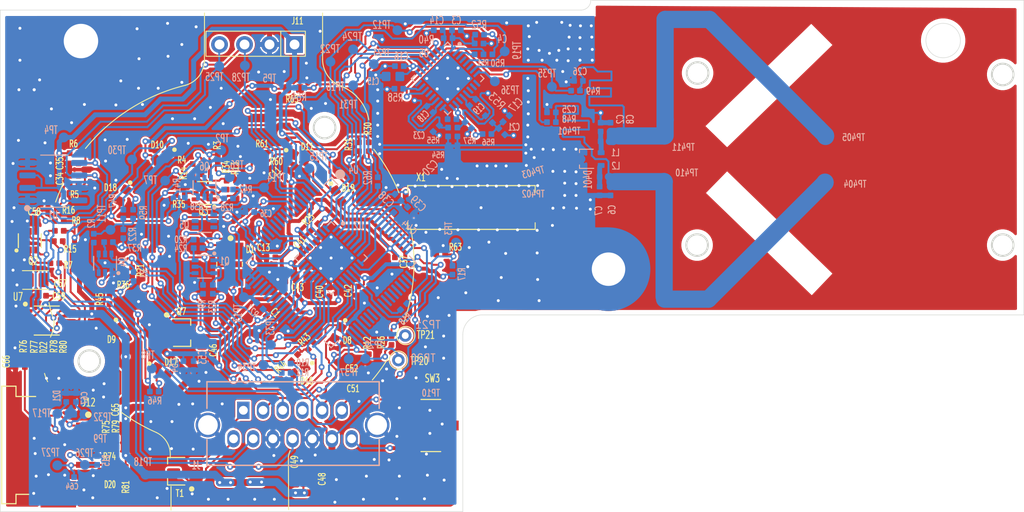
<source format=kicad_pcb>
(kicad_pcb (version 20241229) (generator "pcbnew") (generator_version "9.0")
  (layers (0 "F.Cu" signal) (2 "B.Cu" signal) (13 "F.Paste" user) (15 "B.Paste" user) (5 "F.SilkS" user "F.Silkscreen") (7 "B.SilkS" user "B.Silkscreen") (1 "F.Mask" user) (3 "B.Mask" user) (25 "Edge.Cuts" user))
  (net 0 "")
  (net 1 "GND")
  (net 2 "V_3P3")
  (net 3 "BINDSW_N")
  (net 4 "BRD_TEMP_N")
  (net 5 "BRD_TEMP_P")
  (net 6 "PWRSW_N")
  (net 7 "BORONFPM_DATA")
  (net 8 "BORONFPM_CLK")
  (net 9 "EJECTSW_N")
  (net 10 "BORONFPMPORT_DN")
  (net 11 "BORONFPMPORT_DP")
  (net 12 "SMD_XTAL")
  (net 13 "BORONFPMPORT_DP_R")
  (net 14 "BORONFPMPORT_DN_R")
  (net 15 "BORONFPM_DATA_R")
  (net 16 "LED_MAIN_GRN_EN")
  (net 17 "LED_MAIN_RED_EN")
  (net 18 "LED_MAIN_RED_EN_R")
  (net 19 "LED_PL1_EN_T")
  (net 20 "LED_PL1_EN_R1")
  (net 21 "LED_PL1_EN_R2")
  (net 22 "LED_PL2_EN")
  (net 23 "LED_PL3_EN")
  (net 24 "LED_PL4_EN")
  (net 25 "LED_PL3_EN_0R")
  (net 26 "LED_PL3_EN_R1")
  (net 27 "LED_PL3_EN_R2")
  (net 28 "LED_PL4_EN_0R")
  (net 29 "LED_PL4_EN_R1")
  (net 30 "LED_PL4_EN_R2")
  (net 31 "LED_PL2_EN_R1")
  (net 32 "LED_PL2_EN_R2")
  (net 33 "V_2P0")
  (net 34 "V_2P7")
  (net 35 "FACEPL_EJECTSW_CIN_R")
  (net 36 "FACEPL_EJECTSW_EXC_R")
  (net 37 "FACEPL_PWRSW_EXC_R")
  (net 38 "FACEPL_PWRSW_CIN_R")
  (net 39 "FACEPL_EJECTSW_CIN_0R")
  (net 40 "FACEPL_PWRSW_EXC")
  (net 41 "FACEPL_PWRSW_CIN")
  (net 42 "FACEPL_EJECTSW_CIN")
  (net 43 "FACEPL_EJECTSW_EXC_0R")
  (net 44 "FACEPL_EJECTSW_EXC")
  (net 45 "I2C_SDA")
  (net 46 "I2C_SCL")
  (net 47 "FACEPL_EJECTSW_TRIG")
  (net 48 "FACEPL_PWRSW_TRIG")
  (net 49 "LED_PL2_EN_0R")
  (net 50 "LED_PL1_EN_0R")
  (net 51 "LED_PL1_EN")
  (net 52 "SMD_XTAL_C")
  (net 53 "ANT_01")
  (net 54 "ANT_02")
  (net 55 "ANT_01_R1")
  (net 56 "ANT_02_R1")
  (net 57 "V_3P3_R2P2")
  (net 58 "CPU_INTERCONN_01")
  (net 59 "CPU_INTERCONN_02")
  (net 60 "CPU_INTERCONN_03")
  (net 61 "CPU_INTERCONN_04")
  (net 62 "CPU_INTERCONN_05")
  (net 63 "CPU_INTERCONN_06")
  (net 64 "CPU_INTERCONN_05_0R")
  (footprint "Resistor_SMD:R_0402_1005Metric" (layer "F.Cu") (at 89.95 56.8 -90)
    (property "Reference" "R13")
    (property "Value" "NC" (hide yes))
  )
  (footprint "Capacitor_SMD:C_0402_1005Metric" (layer "F.Cu") (at 93.35 70.45 135)
    (property "Reference" "C1")
    (property "Value" "1 UF" (hide yes))
  )
  (footprint "Diode_SMD:D_0402_1005Metric" (layer "F.Cu") (at 77.2 86.35 180)
    (property "Reference" "D20")
    (property "Value" "D_0402_1005Metric" (hide yes))
  )
  (footprint "Resistor_SMD:R_0402_1005Metric" (layer "F.Cu") (at 77.1 68.45 -90)
    (property "Reference" "R45")
    (property "Value" "30" (hide yes))
  )
  (footprint "Capacitor_SMD:C_0402_1005Metric" (layer "F.Cu") (at 106.1 64.6 -90)
    (property "Reference" "C37")
    (property "Value" "0.1 UF" (hide yes))
  )
  (footprint "Capacitor_SMD:C_0402_1005Metric" (layer "F.Cu") (at 73.5 54.6 180)
    (property "Reference" "C35")
    (property "Value" "idk" (hide yes))
  )
  (footprint "Capacitor_SMD:C_0402_1005Metric" (layer "F.Cu") (at 101.75 76.35 180)
    (property "Reference" "C52")
    (property "Value" "idk" (hide yes))
  )
  (footprint "Capacitor_SMD:C_0402_1005Metric" (layer "F.Cu") (at 67.55 74.85 -90)
    (property "Reference" "C66")
    (property "Value" "62 PF" (hide yes))
  )
  (footprint "Resistor_SMD:R_0402_1005Metric" (layer "F.Cu") (at 68.5 74.85 -90)
    (property "Reference" "R76")
    (property "Value" "100" (hide yes))
  )
  (footprint "Resistor_SMD:R_0402_1005Metric" (layer "F.Cu") (at 72.35 74.85 -90)
    (property "Reference" "R80")
    (property "Value" "NC" (hide yes))
  )
  (footprint "Capacitor_SMD:C_0402_1005Metric" (layer "F.Cu") (at 95.1 55.7 -135)
    (property "Reference" "C11")
    (property "Value" "0.1 UF" (hide yes))
  )
  (footprint "Resistor_SMD:R_0402_1005Metric" (layer "F.Cu") (at 103.45 52.9 -90)
    (property "Reference" "R30")
    (property "Value" "1000" (hide yes))
  )
  (footprint "Resistor_SMD:R_0402_1005Metric" (layer "F.Cu") (at 97.95 61.05 -135)
    (property "Reference" "R25")
    (property "Value" "10000" (hide yes))
  )
  (footprint "Button_Switch_SMD:SW_Push_1P1T_XKB_TS-1187A" (layer "F.Cu") (at 109.75 81.25 -90)
    (property "Reference" "SW3")
    (property "Value" "SW_Push_1P1T_XKB_TS-1187A" (hide yes))
  )
  (footprint "Resistor_SMD:R_0402_1005Metric" (layer "F.Cu") (at 84.3 57.8 180)
    (property "Reference" "R35")
    (property "Value" "NC" (hide yes))
  )
  (footprint "Capacitor_SMD:C_0402_1005Metric" (layer "F.Cu") (at 71.3 59.25 180)
    (property "Reference" "C58")
    (property "Value" "0.1 UF" (hide yes))
  )
  (footprint "Resistor_SMD:R_0402_1005Metric" (layer "F.Cu") (at 69.55 74.85 -90)
    (property "Reference" "R77")
    (property "Value" "100" (hide yes))
  )
  (footprint "Resistor_SMD:R_0402_1005Metric" (layer "F.Cu") (at 76.8 83 -90)
    (property "Reference" "R75")
    (property "Value" "100" (hide yes))
  )
  (footprint "Resistor_SMD:R_0402_1005Metric" (layer "F.Cu") (at 92.55 54.45 180)
    (property "Reference" "R60")
    (property "Value" "30" (hide yes))
  )
  (footprint "Resistor_SMD:R_0402_1005Metric" (layer "F.Cu") (at 71.9 62.5 180)
    (property "Reference" "R15")
    (property "Value" "10000" (hide yes))
  )
  (footprint "LED_SMD:LED_0603_1608Metric" (layer "F.Cu") (at 78.45 57.85 -120)
    (property "Reference" "D18")
    (property "Value" "LED_0603_1608Metric" (hide yes))
  )
  (footprint "Capacitor_SMD:C_0402_1005Metric" (layer "F.Cu") (at 102.35 67.55 -90)
    (property "Reference" "C42")
    (property "Value" "0.1 UF" (hide yes))
  )
  (footprint "Resistor_SMD:R_0402_1005Metric" (layer "F.Cu") (at 102.45 52.9 -90)
    (property "Reference" "R31")
    (property "Value" "1000" (hide yes))
  )
  (footprint "Package_SO:MSOP-10_3x3mm_P0.5mm" (layer "F.Cu") (at 70.85 70.6)
    (property "Reference" "U7")
    (property "Value" "MSOP-10_3x3mm_P0.5mm" (hide yes))
  )
  (footprint "Package_TO_SOT_SMD:SOT-23-3" (layer "F.Cu") (at 84.75 85.9 180)
    (property "Reference" "T1")
    (property "Value" "SOT-23-3" (hide yes))
  )
  (footprint "LED_SMD:LED_0603_1608Metric" (layer "F.Cu") (at 100.35 57.95 -60)
    (property "Reference" "D19")
    (property "Value" "LED_0603_1608Metric" (hide yes))
  )
  (footprint "Resistor_SMD:R_0402_1005Metric" (layer "F.Cu") (at 71.4 74.85 -90)
    (property "Reference" "R78")
    (property "Value" "0" (hide yes))
  )
  (footprint "Capacitor_SMD:C_0805_2012Metric" (layer "F.Cu") (at 69.65 66.45)
    (property "Reference" "C57")
    (property "Value" "10 UF" (hide yes))
  )
  (footprint "Package_TO_SOT_SMD:SOT-363_SC-70-6" (layer "F.Cu") (at 69 62.45 90)
    (property "Reference" "Q2")
    (property "Value" "SOT-363_SC-70-6" (hide yes))
  )
  (footprint "LED_SMD:LED_0603_1608Metric" (layer "F.Cu") (at 96.35 54 -30)
    (property "Reference" "D11")
    (property "Value" "LED_0603_1608Metric" (hide yes))
  )
  (footprint "LED_SMD:LED_0603_1608Metric" (layer "F.Cu") (at 82.4 53.95 -150)
    (property "Reference" "D10")
    (property "Value" "LED_0603_1608Metric" (hide yes))
  )
  (footprint "LED_SMD:LED_0603_1608Metric" (layer "F.Cu") (at 100.3 71.85 -120)
    (property "Reference" "D8")
    (property "Value" "LED_0603_1608Metric" (hide yes))
  )
  (footprint "Capacitor_SMD:C_0402_1005Metric" (layer "F.Cu") (at 97.75 62.8 -135)
    (property "Reference" "C41")
    (property "Value" "0.1 UF" (hide yes))
  )
  (footprint "Resistor_SMD:R_0402_1005Metric" (layer "F.Cu") (at 95.9 74.35 -135)
    (property "Reference" "R44")
    (property "Value" "30" (hide yes))
  )
  (footprint "Resistor_SMD:R_0402_1005Metric" (layer "F.Cu") (at 103.45 74.45 -90)
    (property "Reference" "R12")
    (property "Value" "7.5" (hide yes))
  )
  (footprint "Resistor_SMD:R_0402_1005Metric" (layer "F.Cu") (at 89 56.8 -90)
    (property "Reference" "R34")
    (property "Value" "NC" (hide yes))
  )
  (footprint "Capacitor_SMD:C_0603_1608Metric" (layer "F.Cu") (at 86.5 73.75 -90)
    (property "Reference" "C46")
    (property "Value" "2.5 UF" (hide yes))
  )
  (footprint "Crystal:Crystal_SMD_HC49-SD" (layer "F.Cu") (at 114.1 59.1)
    (property "Reference" "X1")
    (property "Value" "12MHz" (hide yes))
  )
  (footprint "Resistor_SMD:R_0402_1005Metric" (layer "F.Cu") (at 72 61.45 180)
    (property "Reference" "R8")
    (property "Value" "10000" (hide yes))
  )
  (footprint "Resistor_SMD:R_0402_1005Metric" (layer "F.Cu") (at 72 60.45 180)
    (property "Reference" "R16")
    (property "Value" "10000" (hide yes))
  )
  (footprint "Resistor_SMD:R_0402_1005Metric" (layer "F.Cu") (at 77.25 85.25 180)
    (property "Reference" "R74")
    (property "Value" "100" (hide yes))
  )
  (footprint "Resistor_SMD:R_0402_1005Metric" (layer "F.Cu") (at 105.75 72.6 -90)
    (property "Reference" "R26")
    (property "Value" "10000" (hide yes))
  )
  (footprint "Resistor_SMD:R_0603_1608Metric" (layer "F.Cu") (at 95.8 47)
    (property "Reference" "R65")
    (property "Value" "2.2" (hide yes))
  )
  (footprint "Capacitor_SMD:C_0603_1608Metric" (layer "F.Cu") (at 96.6 66.05 180)
    (property "Reference" "C43")
    (property "Value" "2.5 UF" (hide yes))
  )
  (footprint "Capacitor_SMD:C_0402_1005Metric" (layer "F.Cu") (at 93.5 64.15 180)
    (property "Reference" "C13")
    (property "Value" "idk" (hide yes))
  )
  (footprint "Capacitor_SMD:C_0402_1005Metric" (layer "F.Cu") (at 103.65 77.4 180)
    (property "Reference" "C51")
    (property "Value" "idk" (hide yes))
  )
  (footprint "LED_SMD:LED_0603_1608Metric" (layer "F.Cu") (at 96.4 75.65 -150)
    (property "Reference" "D16")
    (property "Value" "LED_0603_1608Metric" (hide yes))
  )
  (footprint "Resistor_SMD:R_0402_1005Metric" (layer "F.Cu") (at 78.35 65.65 -90)
    (property "Reference" "R36")
    (property "Value" "NC" (hide yes))
  )
  (footprint "Package_TO_SOT_SMD:SOT-23-3" (layer "F.Cu") (at 83.6 71.8)
    (property "Reference" "Q7")
    (property "Value" "SOT-23-3" (hide yes))
  )
  (footprint "Capacitor_SMD:C_0402_1005Metric" (layer "F.Cu") (at 73.5 55.85 180)
    (property "Reference" "C34")
    (property "Value" "idk" (hide yes))
  )
  (footprint "LED_SMD:LED_0603_1608Metric" (layer "F.Cu") (at 78.5 71.8 -60)
    (property "Reference" "D9")
    (property "Value" "LED_0603_1608Metric" (hide yes))
  )
  (footprint "Capacitor_SMD:C_0402_1005Metric" (layer "F.Cu") (at 97.8 86.75 -90)
    (property "Reference" "C48")
    (property "Value" "0.1 UF" (hide yes))
  )
  (footprint "Capacitor_SMD:C_0402_1005Metric" (layer "F.Cu") (at 99.45 67.65 -90)
    (property "Reference" "C40")
    (property "Value" "0.1 UF" (hide yes))
  )
  (footprint "Resistor_SMD:R_0402_1005Metric" (layer "F.Cu") (at 79.4 65.65 -90)
    (property "Reference" "R21")
    (property "Value" "0" (hide yes))
  )
  (footprint "Capacitor_SMD:C_0402_1005Metric" (layer "F.Cu") (at 96.8 86.75 -90)
    (property "Reference" "C49")
    (property "Value" "2200 PF" (hide yes))
  )
  (footprint "Package_TO_SOT_SMD:SOT-363_SC-70-6" (layer "F.Cu") (at 86.75 57.6 180)
    (property "Reference" "Q3")
    (property "Value" "SOT-363_SC-70-6" (hide yes))
  )
  (footprint "Resistor_SMD:R_0402_1005Metric" (layer "F.Cu") (at 97.6 73.2 -135)
    (property "Reference" "R43")
    (property "Value" "30" (hide yes))
  )
  (footprint "Resistor_SMD:R_0402_1005Metric" (layer "F.Cu") (at 73.5 56.85 180)
    (property "Reference" "R5")
    (property "Value" "NC" (hide yes))
  )
  (footprint "Resistor_SMD:R_0402_1005Metric" (layer "F.Cu") (at 71.55 64.75 180)
    (property "Reference" "R7")
    (property "Value" "10000" (hide yes))
  )
  (footprint "Resistor_SMD:R_0402_1005Metric" (layer "F.Cu") (at 77.8 83 -90)
    (property "Reference" "R79")
    (property "Value" "0" (hide yes))
  )
  (footprint "LED_SMD:LED_0603_1608Metric" (layer "F.Cu") (at 82.45 75.7 -30)
    (property "Reference" "D17")
    (property "Value" "LED_0603_1608Metric" (hide yes))
  )
  (footprint "Diode_SMD:D_0402_1005Metric" (layer "F.Cu") (at 70.45 74.85 -90)
    (property "Reference" "D22")
    (property "Value" "D_0402_1005Metric" (hide yes))
  )
  (footprint "Resistor_SMD:R_0402_1005Metric" (layer "F.Cu") (at 86 54.65 180)
    (property "Reference" "R4")
    (property "Value" "0" (hide yes))
  )
  (footprint "LED_SMD:LED_Avago_PLCC4_3.2x2.8mm_CW" (layer "F.Cu") (at 89.4 64.85 -90)
    (property "Reference" "D1")
    (property "Value" "LED_Avago_PLCC4_3.2x2.8mm_CW" (hide yes))
  )
  (footprint "Resistor_SMD:R_0402_1005Metric" (layer "F.Cu") (at 92.6 53.5 180)
    (property "Reference" "R61")
    (property "Value" "30" (hide yes))
  )
  (footprint "Resistor_SMD:R_0402_1005Metric" (layer "F.Cu") (at 78.75 85.9 -90)
    (property "Reference" "R81")
    (property "Value" "NC" (hide yes))
  )
  (footprint "Resistor_SMD:R_0402_1005Metric" (layer "F.Cu") (at 110.75 63.85 180)
    (property "Reference" "R63")
    (property "Value" "0" (hide yes))
  )
  (footprint "Capacitor_SMD:C_0402_1005Metric" (layer "F.Cu") (at 76.8 79.65 -90)
    (property "Reference" "C65")
    (property "Value" "62 PF" (hide yes))
  )
  (footprint "Connector_FFC-FPC:TE_84953-5_1x05-1MP_P1.0mm_Horizontal" (layer "F.Cu") (at 72.9 83.25 -90)
    (property "Reference" "J12")
    (property "Value" "TE_84953-5_1x05-1MP_P1.0mm_Horizontal" (hide yes))
  )
  (footprint "Resistor_SMD:R_0402_1005Metric" (layer "F.Cu") (at 73.5 53.55 180)
    (property "Reference" "R6")
    (property "Value" "1500" (hide yes))
  )
  (footprint "Resistor_SMD:R_0402_1005Metric" (layer "F.Cu") (at 86 55.7 180)
    (property "Reference" "R14")
    (property "Value" "NC" (hide yes))
  )
  (footprint "Resistor_SMD:R_0402_1005Metric" (layer "F.Cu") (at 88.1 54.2 -90)
    (property "Reference" "R3")
    (property "Value" "0" (hide yes))
  )
  (footprint "Capacitor_SMD:C_0402_1005Metric" (layer "F.Cu") (at 70.2 68.05 180)
    (property "Reference" "C59")
    (property "Value" "0.01 UF" (hide yes))
  )
  (footprint "Capacitor_SMD:C_0402_1005Metric" (layer "B.Cu") (at 107.7 59.35 135)
    (property "Reference" "C39")
    (property "Value" "27 pF" (hide yes))
  )
  (footprint "Resistor_SMD:R_0402_1005Metric" (layer "B.Cu") (at 86.15 62.35 180)
    (property "Reference" "R20")
    (property "Value" "190" (hide yes))
  )
  (footprint "xbox 360 things:BORONFPM" (layer "B.Cu") (at 95.7 81.2 180)
    (property "Reference" "J1")
    (property "Value" "BORONFPM" (hide yes))
  )
  (footprint "Capacitor_SMD:C_0603_1608Metric" (layer "B.Cu") (at 105.9 45.75 180)
    (property "Reference" "C15")
    (property "Value" "C_0603_1608Metric" (hide yes))
  )
  (footprint "TestPoint:TestPoint_Pad_D1.0mm" (layer "B.Cu") (at 101.85 46.65 180)
    (property "Reference" "TP16")
    (property "Value" "TestPoint_Pad_D1.0mm" (hide yes))
  )
  (footprint "TestPoint:TestPoint_Pad_D1.0mm" (layer "B.Cu") (at 133.5 51.8 180)
    (property "Reference" "TP411")
    (property "Value" "TestPoint_Pad_D1.0mm" (hide yes))
  )
  (footprint "Diode_SMD:D_0402_1005Metric" (layer "B.Cu") (at 72.7 78.4 90)
    (property "Reference" "D21")
    (property "Value" "D_0402_1005Metric" (hide yes))
  )
  (footprint "Package_TO_SOT_SMD:SOT-363_SC-70-6" (layer "B.Cu") (at 86.75 65.1 180)
    (property "Reference" "Q1")
    (property "Value" "SOT-363_SC-70-6" (hide yes))
  )
  (footprint "TestPoint:TestPoint_Pad_D1.0mm" (layer "B.Cu") (at 74.55 82.75)
    (property "Reference" "TP9")
    (property "Value" "TestPoint_Pad_D1.0mm" (hide yes))
  )
  (footprint "Resistor_SMD:R_0402_1005Metric" (layer "B.Cu") (at 112.45 51.45 90)
    (property "Reference" "R57")
    (property "Value" "0" (hide yes))
  )
  (footprint "Inductor_SMD:L_0402_1005Metric" (layer "B.Cu") (at 127.35 55.95 180)
    (property "Reference" "L2")
    (property "Value" "L_0402_1005Metric" (hide yes))
  )
  (footprint "Capacitor_SMD:C_0402_1005Metric" (layer "B.Cu") (at 106.4 58.05 135)
    (property "Reference" "C38")
    (property "Value" "27 pF" (hide yes))
  )
  (footprint "Capacitor_SMD:C_0402_1005Metric" (layer "B.Cu") (at 124.75 46.2 180)
    (property "Reference" "C26")
    (property "Value" "idk" (hide yes))
  )
  (footprint "TestPoint:TestPoint_Pad_D1.0mm" (layer "B.Cu") (at 90.75 68.2 90)
    (property "Reference" "TP13")
    (property "Value" "TestPoint_Pad_D1.0mm" (hide yes))
  )
  (footprint "Package_SO:SOP-8_3.9x4.9mm_P1.27mm" (layer "B.Cu") (at 71.4 56.45)
    (property "Reference" "U1")
    (property "Value" "ST 24C04RP" (hide yes))
  )
  (footprint "Connector_PinHeader_2.54mm:PinHeader_1x04_P2.54mm_Vertical" (layer "B.Cu") (at 95.9 42.5 90)
    (property "Reference" "J11")
    (property "Value" "PinHeader_1x04_P2.54mm_Vertical" (hide yes))
  )
  (footprint "Resistor_SMD:R_0402_1005Metric" (layer "B.Cu") (at 104.35 56.5 90)
    (property "Reference" "R62")
    (property "Value" "0" (hide yes))
  )
  (footprint "TestPoint:TestPoint_THTPad_D4.0mm_Drill2.0mm" (layer "B.Cu") (at 127.8 65.35 180)
    (property "Reference" "REF**" (hide yes))
    (property "Value" "TestPoint_THTPad_D4.0mm_Drill2.0mm" (hide yes))
  )
  (footprint "TestPoint:TestPoint_Pad_D1.0mm" (layer "B.Cu") (at 99.55 44.25 180)
    (property "Reference" "TP22")
    (property "Value" "TestPoint_Pad_D1.0mm" (hide yes))
  )
  (footprint "TestPoint:TestPoint_Pad_D1.0mm" (layer "B.Cu") (at 112.3 62.65 -90)
    (property "Reference" "TP3")
    (property "Value" "TestPoint_Pad_D1.0mm" (hide yes))
  )
  (footprint "TestPoint:TestPoint_Pad_D1.0mm" (layer "B.Cu") (at 92.8 57.05 180)
    (property "Reference" "TP14")
    (property "Value" "TestPoint_Pad_D1.0mm" (hide yes))
  )
  (footprint "Resistor_SMD:R_0402_1005Metric" (layer "B.Cu") (at 75.5 62.25 90)
    (property "Reference" "R2")
    (property "Value" "NC" (hide yes))
  )
  (footprint "TestPoint:TestPoint_Pad_D1.0mm" (layer "B.Cu") (at 149.85 51.85 180)
    (property "Reference" "TP405")
    (property "Value" "TestPoint_Pad_D1.0mm" (hide yes))
  )
  (footprint "Package_TO_SOT_SMD:SOT-363_SC-70-6" (layer "B.Cu") (at 86.75 60.45 180)
    (property "Reference" "Q5")
    (property "Value" "SOT-363_SC-70-6" (hide yes))
  )
  (footprint "TestPoint:TestPoint_Pad_D1.0mm" (layer "B.Cu") (at 93.4 44.7 180)
    (property "Reference" "TP5")
    (property "Value" "TestPoint_Pad_D1.0mm" (hide yes))
  )
  (footprint "TestPoint:TestPoint_Pad_D1.0mm" (layer "B.Cu") (at 101.85 43 180)
    (property "Reference" "TP24")
    (property "Value" "TestPoint_Pad_D1.0mm" (hide yes))
  )
  (footprint "Capacitor_SMD:C_0402_1005Metric" (layer "B.Cu") (at 112.35 41.05 180)
    (property "Reference" "C3")
    (property "Value" "0.1 UF" (hide yes))
  )
  (footprint "Resistor_SMD:R_0402_1005Metric" (layer "B.Cu") (at 111.5 51.45 90)
    (property "Reference" "R55")
    (property "Value" "0" (hide yes))
  )
  (footprint "Capacitor_SMD:C_0402_1005Metric" (layer "B.Cu") (at 113.55 50.7 135)
    (property "Reference" "unmarkedcap" (hide yes))
    (property "Value" "idk" (hide yes))
  )
  (footprint "Resistor_SMD:R_0402_1005Metric" (layer "B.Cu") (at 77.05 62.6 180)
    (property "Reference" "R37")
    (property "Value" "NC" (hide yes))
  )
  (footprint "TestPoint:TestPoint_Pad_D1.0mm" (layer "B.Cu") (at 88.25 44.7 180)
    (property "Reference" "TP25")
    (property "Value" "TestPoint_Pad_D1.0mm" (hide yes))
  )
  (footprint "Resistor_SMD:R_0402_1005Metric" (layer "B.Cu") (at 78.5 59.8 90)
    (property "Reference" "R47")
    (property "Value" "30" (hide yes))
  )
  (footprint "Capacitor_SMD:C_0402_1005Metric" (layer "B.Cu") (at 116.95 51.35 135)
    (property "Reference" "C21")
    (property "Value" "idk" (hide yes))
  )
  (footprint "Resistor_SMD:R_0402_1005Metric" (layer "B.Cu") (at 89.249999 57.25 180)
    (property "Reference" "R42")
    (property "Value" "10000" (hide yes))
  )
  (footprint "TestPoint:TestPoint_Pad_D1.0mm" (layer "B.Cu") (at 79.4 54.2)
    (property "Reference" "TP30")
    (property "Value" "TestPoint_Pad_D1.0mm" (hide yes))
  )
  (footprint "TestPoint:TestPoint_Pad_D1.0mm" (layer "B.Cu") (at 89.3 56 180)
    (property "Reference" "TP6")
    (property "Value" "TestPoint_Pad_D1.0mm" (hide yes))
  )
  (footprint "TestPoint:TestPoint_Pad_D1.0mm" (layer "B.Cu") (at 92.75 75.1)
    (property "Reference" "TP34")
    (property "Value" "TestPoint_Pad_D1.0mm" (hide yes))
  )
  (footprint "Resistor_SMD:R_0402_1005Metric" (layer "B.Cu") (at 115.6 43.5 180)
    (property "Reference" "R50")
    (property "Value" "0" (hide yes))
  )
  (footprint "TestPoint:TestPoint_Pad_D1.0mm" (layer "B.Cu") (at 81.4 75.45)
    (property "Reference" "TP8")
    (property "Value" "TestPoint_Pad_D1.0mm" (hide yes))
  )
  (footprint "Capacitor_SMD:C_0402_1005Metric" (layer "B.Cu") (at 122 49.4 180)
    (property "Reference" "C25")
    (property "Value" "idk" (hide yes))
  )
  (footprint "TestPoint:TestPoint_Pad_D1.0mm" (layer "B.Cu") (at 121.8 54.2 180)
    (property "Reference" "TP403")
    (property "Value" "TestPoint_Pad_D1.0mm" (hide yes))
  )
  (footprint "Resistor_SMD:R_0402_1005Metric" (layer "B.Cu") (at 78.5 61.8 90)
    (property "Reference" "R22")
    (property "Value" "0" (hide yes))
  )
  (footprint "TestPoint:TestPoint_Pad_D1.0mm" (layer "B.Cu") (at 122.05 46.8 180)
    (property "Reference" "TP35")
    (property "Value" "TestPoint_Pad_D1.0mm" (hide yes))
  )
  (footprint "Resistor_SMD:R_0402_1005Metric" (layer "B.Cu") (at 106.95 69.2 45)
    (property "Reference" "R18")
    (property "Value" "47" (hide yes))
  )
  (footprint "TestPoint:TestPoint_Pad_D1.0mm" (layer "B.Cu") (at 103.1 74.45)
    (property "Reference" "TP29")
    (property "Value" "TestPoint_Pad_D1.0mm" (hide yes))
  )
  (footprint "Capacitor_SMD:C_0402_1005Metric" (layer "B.Cu") (at 73.7 78.4 -90)
    (property "Reference" "C67")
    (property "Value" "idk" (hide yes))
  )
  (footprint "Package_TO_SOT_SMD:SOT-363_SC-70-6" (layer "B.Cu") (at 76.65 64.75 90)
    (property "Reference" "Q4")
    (property "Value" "NC" (hide yes))
  )
  (footprint "Resistor_SMD:R_0402_1005Metric" (layer "B.Cu") (at 111.95 50.1 180)
    (property "Reference" "UNPOPULATED" (hide yes))
    (property "Value" "NC" (hide yes))
  )
  (footprint "TestPoint:TestPoint_Pad_D1.0mm" (layer "B.Cu") (at 133.45 56.45 180)
    (property "Reference" "TP410")
    (property "Value" "TestPoint_Pad_D1.0mm" (hide yes))
  )
  (footprint "TestPoint:TestPoint_Pad_D1.0mm" (layer "B.Cu") (at 121.8 56.8 180)
    (property "Reference" "TP402")
    (property "Value" "TestPoint_Pad_D1.0mm" (hide yes))
  )
  (footprint "Resistor_SMD:R_0402_1005Metric" (layer "B.Cu") (at 83.6 58.65 90)
    (property "Reference" "R41")
    (property "Value" "1000" (hide yes))
  )
  (footprint "TestPoint:TestPoint_Pad_D1.0mm" (layer "B.Cu") (at 103.95 44.5 180)
    (property "Reference" "TP23")
    (property "Value" "TestPoint_Pad_D1.0mm" (hide yes))
  )
  (footprint "Capacitor_SMD:C_0402_1005Metric" (layer "B.Cu") (at 91.35 59.55 180)
    (property "Reference" "C36")
    (property "Value" "0.22 UF" (hide yes))
  )
  (footprint "Resistor_SMD:R_0402_1005Metric" (layer "B.Cu") (at 81.6 77.8)
    (property "Reference" "R46")
    (property "Value" "30" (hide yes))
  )
  (footprint "TestPoint:TestPoint_Pad_D1.0mm" (layer "B.Cu") (at 97.4 55.1 180)
    (property "Reference" "TP15")
    (property "Value" "TestPoint_Pad_D1.0mm" (hide yes))
  )
  (footprint "TestPoint:TestPoint_Pad_D1.0mm" (layer "B.Cu") (at 71.8 85.3)
    (property "Reference" "TP27")
    (property "Value" "TestPoint_Pad_D1.0mm" (hide yes))
  )
  (footprint "TestPoint:TestPoint_Pad_D1.0mm" (layer "B.Cu") (at 72.45 51.95)
    (property "Reference" "TP4")
    (property "Value" "TestPoint_Pad_D1.0mm" (hide yes))
  )
  (footprint "Package_QFP:LQFP-80_12x12mm_P0.5mm" (layer "B.Cu") (at 99.613864 64.694447 -135)
    (property "Reference" "U4")
    (property "Value" "U4" (hide yes))
  )
  (footprint "TestPoint:TestPoint_Pad_D1.0mm" (layer "B.Cu") (at 149.8 56.5 180)
    (property "Reference" "TP404")
    (property "Value" "TestPoint_Pad_D1.0mm" (hide yes))
  )
  (footprint "Resistor_SMD:R_0402_1005Metric" (layer "B.Cu") (at 84.75 58.599999 90)
    (property "Reference" "R38")
    (property "Value" "1000" (hide yes))
  )
  (footprint "Resistor_SMD:R_0402_1005Metric" (layer "B.Cu") (at 87.6 67.35 -90)
    (property "Reference" "R23")
    (property "Value" "1000" (hide yes))
  )
  (footprint "Resistor_SMD:R_0402_1005Metric" (layer "B.Cu") (at 106.55 47 180)
    (property "Reference" "R58")
    (property "Value" "56" (hide yes))
  )
  (footprint "TestPoint:TestPoint_Pad_D1.0mm" (layer "B.Cu") (at 116.25 46.25 180)
    (property "Reference" "TP36")
    (property "Value" "TestPoint_Pad_D1.0mm" (hide yes))
  )
  (footprint "TestPoint:TestPoint_Pad_D1.0mm" (layer "B.Cu") (at 88.45 53.25 180)
    (property "Reference" "TP2")
    (property "Value" "TestPoint_Pad_D1.0mm" (hide yes))
  )
  (footprint "Resistor_SMD:R_0402_1005Metric" (layer "B.Cu") (at 79.5 59.8 90)
    (property "Reference" "R59")
    (property "Value" "30" (hide yes))
  )
  (footprint "Resistor_SMD:R_0402_1005Metric" (layer "B.Cu") (at 112.05 52.75 180)
    (property "Reference" "R54")
    (property "Value" "0" (hide yes))
  )
  (footprint "Resistor_SMD:R_0402_1005Metric" (layer "B.Cu") (at 95 75.9)
    (property "Reference" "R11")
    (property "Value" "22" (hide yes))
  )
  (footprint "TestPoint:TestPoint_Pad_D1.0mm" (layer "B.Cu") (at 80.75 86.25)
    (property "Reference" "TP18")
    (property "Value" "TestPoint_Pad_D1.0mm" (hide yes))
  )
  (footprint "Capacitor_SMD:C_0402_1005Metric" (layer "B.Cu") (at 110.3 51.05 -135)
    (property "Reference" "C23")
    (property "Value" "idk" (hide yes))
  )
  (footprint "Resistor_SMD:R_0402_1005Metric" (layer "B.Cu") (at 96.5 46.9 180)
    (property "Reference" "R64")
    (property "Value" "56" (hide yes))
  )
  (footprint "Inductor_SMD:L_0402_1005Metric" (layer "B.Cu") (at 127.45 52.35 180)
    (property "Reference" "L1")
    (property "Value" "L_0402_1005Metric" (hide yes))
  )
  (footprint "Capacitor_SMD:C_0402_1005Metric" (layer "B.Cu") (at 109.65 49.1 135)
    (property "Reference" "C18")
    (property "Value" "idk" (hide yes))
  )
  (footprint "Capacitor_SMD:C_0402_1005Metric" (layer "B.Cu") (at 128 50.9 90)
    (property "Reference" "C8")
    (property "Value" "idk" (hide yes))
  )
  (footprint "Capacitor_SMD:C_0402_1005Metric" (layer "B.Cu") (at 127 50.9 90)
    (property "Reference" "C2")
    (property "Value" "idk" (hide yes))
  )
  (footprint "TestPoint:TestPoint_Pad_D1.0mm" (layer "B.Cu") (at 117.25 43.2 180)
    (property "Reference" "TP19")
    (property "Value" "TestPoint_Pad_D1.0mm" (hide yes))
  )
  (footprint "TestPoint:TestPoint_Pad_D1.0mm" (layer "B.Cu") (at 90.85 44.65 180)
    (property "Reference" "TP28")
    (property "Value" "TestPoint_Pad_D1.0mm" (hide yes))
  )
  (footprint "Package_CSP:LFCSP-32-1EP_5x5mm_P0.5mm_EP3.6x3.6mm_ThermalVias" (layer "B.Cu") (at 99.613864 64.21101 -135)
    (property "Reference" "U2")
    (property "Value" "Microsoft X851186002" (hide yes))
  )
  (footprint "Capacitor_SMD:C_0402_1005Metric" (layer "B.Cu") (at 85.65 75.15 90)
    (property "Reference" "C53")
    (property "Value" "0.1 UF" (hide yes))
  )
  (footprint "Capacitor_SMD:C_0402_1005Metric" (layer "B.Cu") (at 111.65 54.3 -135)
    (property "Reference" "C20")
    (property "Value" "idk" (hide yes))
  )
  (footprint "TestPoint:TestPoint_THTPad_D1.5mm_Drill0.7mm" (layer "B.Cu") (at 107.15 72.1 180)
    (property "Reference" "TP21")
    (property "Value" "TestPoint_THTPad_D1.5mm_Drill0.7mm" (hide yes))
  )
  (footprint "TestPoint:TestPoint_THTPad_D1.5mm_Drill0.7mm" (layer "B.Cu") (at 106.45 74.6 180)
    (property "Reference" "TP20")
    (property "Value" "TestPoint_THTPad_D1.5mm_Drill0.7mm" (hide yes))
  )
  (footprint "TestPoint:TestPoint_Pad_D1.0mm" (layer "B.Cu") (at 77.2 61.35 -90)
    (property "Reference" "TP11")
    (property "Value" "TestPoint_Pad_D1.0mm" (hide yes))
  )
  (footprint "TestPoint:TestPoint_THTPad_D4.0mm_Drill2.0mm" (layer "B.Cu") (at 74.2 42.15 180)
    (property "Reference" "REF**" (hide yes))
    (property "Value" "TestPoint_THTPad_D4.0mm_Drill2.0mm" (hide yes))
  )
  (footprint "Capacitor_SMD:C_0402_1005Metric" (layer "B.Cu") (at 106.3 59.9 135)
    (property "Reference" "C44")
    (property "Value" "0.1 UF" (hide yes))
  )
  (footprint "Resistor_SMD:R_0402_1005Metric" (layer "B.Cu") (at 86.6 67.35 -90)
    (property "Reference" "R9")
    (property "Value" "1000" (hide yes))
  )
  (footprint "Resistor_SMD:R_0402_1005Metric" (layer "B.Cu") (at 111.95 65.5 90)
    (property "Reference" "R17")
    (property "Value" "1000" (hide yes))
  )
  (footprint "TestPoint:TestPoint_Pad_D1.0mm" (layer "B.Cu") (at 71.8 80.05)
    (property "Reference" "TP17")
    (property "Value" "TestPoint_Pad_D1.0mm" (hide yes))
  )
  (footprint "Resistor_SMD:R_0402_1005Metric" (layer "B.Cu") (at 122.05 50.4 180)
    (property "Reference" "R48")
    (property "Value" "387" (hide yes))
  )
  (footprint "Resistor_SMD:R_0402_1005Metric" (layer "B.Cu") (at 111.55 41.85 180)
    (property "Reference" "R40")
    (property "Value" "10000" (hide yes))
  )
  (footprint "TestPoint:TestPoint_Pad_D1.0mm" (layer "B.Cu") (at 103.05 48.95 180)
    (property "Reference" "TP31")
    (property "Value" "TestPoint_Pad_D1.0mm" (hide yes))
  )
  (footprint "Capacitor_SMD:C_0402_1005Metric" (layer "B.Cu") (at 110.5 41.05 180)
    (property "Reference" "C14")
    (property "Value" "0.1 UF" (hide yes))
  )
  (footprint "TestPoint:TestPoint_Pad_D1.0mm" (layer "B.Cu") (at 74.55 80.1)
    (property "Reference" "TP32")
    (property "Value" "TestPoint_Pad_D1.0mm" (hide yes))
  )
  (footprint "Resistor_SMD:R_0402_1005Metric" (layer "B.Cu") (at 95 74.95)
    (property "Reference" "R10")
    (property "Value" "22" (hide yes))
  )
  (footprint "Package_TO_SOT_SMD:SOT-523" (layer "B.Cu") (at 126.05 54.15 180)
    (property "Reference" "D401")
    (property "Value" "SOT-523" (hide yes))
  )
  (footprint "TestPoint:TestPoint_Pad_D1.0mm" (layer "B.Cu") (at 74.6 85.25)
    (property "Reference" "TP26")
    (property "Value" "TestPoint_Pad_D1.0mm" (hide yes))
  )
  (footprint "Capacitor_SMD:C_0402_1005Metric" (layer "B.Cu") (at 117.4 50.05 -135)
    (property "Reference" "C17")
    (property "Value" "0.022 UF" (hide yes))
  )
  (footprint "Capacitor_SMD:C_0402_1005Metric" (layer "B.Cu") (at 114 48.4 -135)
    (property "Reference" "C19")
    (property "Value" "idk" (hide yes))
  )
  (footprint "Resistor_SMD:R_0402_1005Metric" (layer "B.Cu") (at 115.65 50.1 135)
    (property "Reference" "R53")
    (property "Value" "0" (hide yes))
  )
  (footprint "Resistor_SMD:R_0402_1005Metric" (layer "B.Cu") (at 115.5 51.6 180)
    (property "Reference" "R56")
    (property "Value" "47" (hide yes))
  )
  (footprint "TestPoint:TestPoint_Pad_D1.0mm" (layer "B.Cu") (at 106.35 41.05 180)
    (property "Reference" "TP12")
    (property "Value" "TestPoint_Pad_D1.0mm" (hide yes))
  )
  (footprint "Resistor_SMD:R_0402_1005Metric" (layer "B.Cu") (at 114.7 43.5 180)
    (property "Reference" "R51")
    (property "Value" "NC" (hide yes))
  )
  (footprint "TestPoint:TestPoint_Pad_D1.0mm" (layer "B.Cu") (at 82.75 56.35)
    (property "Reference" "TP7")
    (property "Value" "TestPoint_Pad_D1.0mm" (hide yes))
  )
  (footprint "Capacitor_SMD:C_0402_1005Metric" (layer "B.Cu") (at 73.95 86.5)
    (property "Reference" "C64")
    (property "Value" "idk" (hide yes))
  )
  (footprint "Resistor_SMD:R_0402_1005Metric" (layer "B.Cu") (at 89.249999 58.15 180)
    (property "Reference" "R28")
    (property "Value" "1000" (hide yes))
  )
  (footprint "Capacitor_SMD:C_0402_1005Metric" (layer "B.Cu") (at 128 57.4 90)
    (property "Reference" "C6")
    (property "Value" "idk" (hide yes))
  )
  (footprint "Resistor_SMD:R_0402_1005Metric" (layer "B.Cu") (at 114.75 41.5 180)
    (property "Reference" "R52")
    (property "Value" "NC" (hide yes))
  )
  (footprint "TestPoint:TestPoint_Pad_D1.0mm" (layer "B.Cu") (at 109.85 76.5)
    (property "Reference" "TP10")
    (property "Value" "TestPoint_Pad_D1.0mm" (hide yes))
  )
  (footprint "TestPoint:TestPoint_Pad_D1.0mm" (layer "B.Cu") (at 93.5 73.05 90)
    (property "Reference" "TP33")
    (property "Value" "TestPoint_Pad_D1.0mm" (hide yes))
  )
  (footprint "Diode_SMD:D_0402_1005Metric" (layer "B.Cu") (at 75.85 84.8 90)
    (property "Reference" "D15")
    (property "Value" "D_0402_1005Metric" (hide yes))
  )
  (footprint "Capacitor_SMD:C_0402_1005Metric" (layer "B.Cu") (at 126.9 57.4 90)
    (property "Reference" "C7")
    (property "Value" "idk" (hide yes))
  )
  (footprint "Capacitor_SMD:C_0402_1005Metric" (layer "B.Cu") (at 114.65 42.4 180)
    (property "Reference" "C4")
    (property "Value" "idk" (hide yes))
  )
  (footprint "Resistor_SMD:R_0402_1005Metric" (layer "B.Cu") (at 79.55 66.15 90)
    (property "Reference" "R1")
    (property "Value" "NC" (hide yes))
  )
  (footprint "Resistor_SMD:R_0402_1005Metric" (layer "B.Cu") (at 124.5 47.2 180)
    (property "Reference" "R49")
    (property "Value" "387" (hide yes))
  )
  (footprint "TestPoint:TestPoint_Pad_D1.0mm" (layer "B.Cu") (at 101.4 74.5)
    (property "Reference" "TP37")
    (property "Value" "TestPoint_Pad_D1.0mm" (hide yes))
  )
  (footprint "Capacitor_SMD:C_0402_1005Metric" (layer "B.Cu") (at 106.55 44.7 180)
    (property "Reference" "C16")
    (property "Value" "idk" (hide yes))
  )
  (footprint "Package_CSP:LFCSP-32-1EP_5x5mm_P0.5mm_EP3.6x3.6mm_ThermalVias" (layer "B.Cu") (at 111.456757 45.953903 -135)
    (property "Reference" "U5")
    (property "Value" "Microsoft X851186002" (hide yes))
  )
  (footprint "Resistor_SMD:R_0402_1005Metric" (layer "B.Cu") (at 86.15 63.2 180)
    (property "Reference" "R24")
    (property "Value" "160" (hide yes))
  )
  (footprint "Resistor_SMD:R_0402_1005Metric" (layer "B.Cu") (at 92.35 69.05 -45)
    (property "Reference" "R27")
    (property "Value" "NC" (hide yes))
  )
  (footprint "Package_TO_SOT_SMD:SOT-363_SC-70-6" (layer "B.Cu") (at 86.75 57.05 90)
    (property "Reference" "Q6")
    (property "Value" "SOT-363_SC-70-6" (hide yes))
  )
  (footprint "Capacitor_SMD:C_0402_1005Metric" (layer "B.Cu") (at 84.6 75.15 90)
    (property "Reference" "C54")
    (property "Value" "2200 PF" (hide yes))
  )
  (footprint "TestPoint:TestPoint_Pad_D1.0mm" (layer "B.Cu") (at 121.8 51.65 180)
    (property "Reference" "TP401")
    (property "Value" "TestPoint_Pad_D1.0mm" (hide yes))
  )
  (gr_line (start 94.5 41.15) (end 94.5 43.7) (stroke (width 0.1)) (layer "F.SilkS"))
  (gr_circle (center 107.2 72.1) (end 107.8 72.8) (stroke (width 0.1)) (fill no) (layer "F.SilkS"))
  (gr_arc (start 95.275034 84.445839) (mid 95.346453 84.118567) (end 95.450001 83.8) (stroke (width 0.1)) (layer "F.SilkS"))
  (gr_line (start 86.743896 44.148071) (end 86.75 39.3) (stroke (width 0.1)) (layer "F.SilkS"))
  (gr_arc (start 71.484382 70.720499) (mid 71.19081 69.742404) (end 70.950001 68.75) (stroke (width 0.1)) (layer "F.SilkS"))
  (gr_arc (start 103.949999 53.150001) (mid 105.386124 55.278112) (end 106.511067 57.585885) (stroke (width 0.1)) (layer "F.SilkS"))
  (gr_arc (start 81.864277 81.959046) (mid 80.025436 81.027678) (end 78.3 79.9) (stroke (width 0.1)) (layer "F.SilkS"))
  (gr_arc (start 100.733071 46.787033) (mid 102.513241 48.123171) (end 103.437422 50.148056) (stroke (width 0.1)) (layer "F.SilkS"))
  (gr_line (start 95.3 89.8) (end 95.275034 84.445839) (stroke (width 0.1)) (layer "F.SilkS"))
  (gr_line (start 98.75 44) (end 98.75 39.3) (stroke (width 0.1)) (layer "F.SilkS"))
  (gr_arc (start 71.484381 70.720499) (mid 71.374707 71.506432) (end 71.101529 72.251478) (stroke (width 0.1)) (layer "F.SilkS"))
  (gr_arc (start 81.86332 81.961062) (mid 82.983605 83.027242) (end 83.253771 84.55) (stroke (width 0.1)) (layer "F.SilkS"))
  (gr_rect (start 86.9 41.15) (end 97 43.7) (stroke (width 0.1)) (fill no) (layer "F.SilkS"))
  (gr_arc (start 86.743896 44.148071) (mid 86.188138 45.722398) (end 84.8 46.649999) (stroke (width 0.1)) (layer "F.SilkS"))
  (gr_circle (center 106.45 74.6) (end 107.15 75.2) (stroke (width 0.1)) (fill no) (layer "F.SilkS"))
  (gr_line (start 83.35 87.45) (end 83.35 89.85) (stroke (width 0.1)) (layer "F.SilkS"))
  (gr_arc (start 70.816698 76.791845) (mid 70.63845 76.378408) (end 70.5 75.95) (stroke (width 0.1)) (layer "F.SilkS"))
  (gr_arc (start 74.662391 53.069322) (mid 79.209816 49.036282) (end 84.8 46.65) (stroke (width 0.1)) (layer "F.SilkS"))
  (gr_arc (start 71.624577 58.523517) (mid 71.964853 57.627582) (end 72.35 56.75) (stroke (width 0.1)) (layer "F.SilkS"))
  (gr_arc (start 107.709921 61.241132) (mid 107.978989 66.146366) (end 106.95 70.95) (stroke (width 0.1)) (layer "F.SilkS"))
  (gr_arc (start 105.349999 74.5) (mid 104.616239 75.584465) (end 103.808176 76.614757) (stroke (width 0.1)) (layer "F.SilkS"))
  (gr_arc (start 100.733071 46.787032) (mid 99.296363 45.710272) (end 98.75 44) (stroke (width 0.1)) (layer "F.SilkS"))
  (gr_line (start 72.9 53.75) (end 70.1 53.75) (stroke (width 0.1)) (layer "B.SilkS"))
  (gr_line (start 72.9 59.05) (end 70.1 59.05) (stroke (width 0.1)) (layer "B.SilkS"))
  (gr_circle (center 75.05 74.7) (end 73.95 74.7) (stroke (width 0.2)) (fill no) (layer "Edge.Cuts"))
  (gr_circle (center 136.85 45.4) (end 135.75 45.4) (stroke (width 0.2)) (fill no) (layer "Edge.Cuts"))
  (gr_arc (start 113 72) (mid 113.585786 70.585786) (end 115 70) (stroke (width 0.05)) (layer "Edge.Cuts"))
  (gr_line (start 113 90) (end 66 90) (stroke (width 0.05)) (layer "Edge.Cuts"))
  (gr_line (start 66 90) (end 66 39) (stroke (width 0.05)) (layer "Edge.Cuts"))
  (gr_circle (center 161.8 42.1) (end 163.55 42.2) (stroke (width 0.05)) (fill no) (layer "Edge.Cuts"))
  (gr_circle (center 167.85 45.55) (end 166.75 45.55) (stroke (width 0.2)) (fill no) (layer "Edge.Cuts"))
  (gr_line (start 66 39) (end 125 39) (stroke (width 0.05)) (layer "Edge.Cuts"))
  (gr_circle (center 136.8 62.9) (end 135.7 62.9) (stroke (width 0.2)) (fill no) (layer "Edge.Cuts"))
  (gr_circle (center 167.85 62.9) (end 166.75 62.9) (stroke (width 0.2)) (fill no) (layer "Edge.Cuts"))
  (gr_line (start 113 72) (end 113 90) (stroke (width 0.05)) (layer "Edge.Cuts"))
  (gr_arc (start 126 38) (mid 125.707107 38.707107) (end 125 39) (stroke (width 0.05)) (layer "Edge.Cuts"))
  (gr_circle (center 98.95 50.95) (end 97.85 50.95) (stroke (width 0.2)) (fill no) (layer "Edge.Cuts"))
  (gr_line (start 170 70) (end 115 70) (stroke (width 0.05)) (layer "Edge.Cuts"))
  (gr_line (start 170 38) (end 170 70) (stroke (width 0.05)) (layer "Edge.Cuts"))
  (gr_line (start 126 38) (end 170 38) (stroke (width 0.05)) (layer "Edge.Cuts"))
  (gr_text "TP20" (at 107.6 75.15 -0) (layer "F.SilkS") (effects (font (size 0.8 0.5) (thickness 0.1) (bold yes)) (justify left bottom)))
  (gr_text "TP21" (at 108.25 72.5 -0) (layer "F.SilkS") (effects (font (size 0.8 0.5) (thickness 0.1) (bold yes)) (justify left bottom)))
  (segment (start 89.75 61.25) (end 90.5 60.5) (width 0.2) (layer "F.Cu") (net 0))
  (segment (start 107.85 62.35) (end 109.2 62.35) (width 0.2) (layer "F.Cu") (net 0))
  (segment (start 69 61.500001) (end 69 62.05) (width 0.2) (layer "F.Cu") (net 0))
  (segment (start 102.4 73.75) (end 103.199999 73.75) (width 0.2) (layer "F.Cu") (net 0))
  (segment (start 78.15 65.9) (end 78.35 66.1) (width 0.2) (layer "F.Cu") (net 0))
  (segment (start 99.4 76.2) (end 99.4 76.05) (width 0.2) (layer "F.Cu") (net 0))
  (segment (start 97 77.6) (end 98.65 75.95) (width 0.2) (layer "F.Cu") (net 0))
  (segment (start 90.9 60.5) (end 90.9 60.3) (width 0.2) (layer "F.Cu") (net 0))
  (segment (start 94.8 77.15) (end 95.25 77.6) (width 0.2) (layer "F.Cu") (net 0))
  (segment (start 88.2 57.6) (end 88.55 57.25) (width 0.2) (layer "F.Cu") (net 0))
  (segment (start 95.05 78.05) (end 97.1 78.05) (width 0.2) (layer "F.Cu") (net 0))
  (segment (start 93.55 49.25) (end 94 48.8) (width 0.2) (layer "F.Cu") (net 0))
  (segment (start 94.6 77.6) (end 95.05 78.05) (width 0.2) (layer "F.Cu") (net 0))
  (segment (start 86.35 68.8) (end 86.35 71.4) (width 0.2) (layer "F.Cu") (net 0))
  (segment (start 102.35 59.25) (end 104.75 59.25) (width 0.2) (layer "F.Cu") (net 0))
  (segment (start 89.65 57.9) (end 89.95 57.6) (width 0.2) (layer "F.Cu") (net 0))
  (segment (start 69 63.399999) (end 69 63.9) (width 0.2) (layer "F.Cu") (net 0))
  (segment (start 77.1 65.9) (end 78.15 65.9) (width 0.2) (layer "F.Cu") (net 0))
  (segment (start 86.449999 55.7) (end 86.449999 55.799999) (width 0.2) (layer "F.Cu") (net 0))
  (segment (start 97.1 78.05) (end 98.25 76.9) (width 0.2) (layer "F.Cu") (net 0))
  (segment (start 92.8 77.15) (end 94.8 77.15) (width 0.2) (layer "F.Cu") (net 0))
  (segment (start 95.25 77.6) (end 97 77.6) (width 0.2) (layer "F.Cu") (net 0))
  (segment (start 94 48.8) (end 96.25 48.8) (width 0.2) (layer "F.Cu") (net 0))
  (segment (start 86.4 58.25) (end 86.95 58.8) (width 0.2) (layer "F.Cu") (net 0))
  (segment (start 114.3 51.25) (end 114.3 51.7) (width 0.2) (layer "F.Cu") (net 0))
  (segment (start 90.9 60.3) (end 92.75 58.45) (width 0.2) (layer "F.Cu") (net 0))
  (segment (start 87.9 68.75) (end 87.9 70.85) (width 0.2) (layer "F.Cu") (net 0))
  (segment (start 91.15 49.25) (end 93.55 49.25) (width 0.2) (layer "F.Cu") (net 0))
  (segment (start 72.15 63.4) (end 71.45 62.7) (width 0.2) (layer "F.Cu") (net 0))
  (segment (start 85.75 68.2) (end 86.35 68.8) (width 0.2) (layer "F.Cu") (net 0))
  (segment (start 104.75 59.25) (end 107.85 62.35) (width 0.2) (layer "F.Cu") (net 0))
  (segment (start 71.05 62.5) (end 71.45 62.5) (width 0.2) (layer "F.Cu") (net 0))
  (segment (start 84.949999 57.6) (end 84.749999 57.8) (width 0.2) (layer "F.Cu") (net 0))
  (segment (start 100.95 73.55) (end 102.2 73.55) (width 0.2) (layer "F.Cu") (net 0))
  (segment (start 72.35 73) (end 72.35 74.400001) (width 0.2) (layer "F.Cu") (net 0))
  (segment (start 112.5 49.45) (end 114.3 51.25) (width 0.2) (layer "F.Cu") (net 0))
  (segment (start 99.9 74.05) (end 100.45 74.05) (width 0.2) (layer "F.Cu") (net 0))
  (segment (start 100.45 74.05) (end 100.95 73.55) (width 0.2) (layer "F.Cu") (net 0))
  (segment (start 99.8 53.7) (end 99.45 54.05) (width 0.2) (layer "F.Cu") (net 0))
  (segment (start 100.45 56.05) (end 101.85 57.45) (width 0.2) (layer "F.Cu") (net 0))
  (segment (start 88.55 57.25) (end 89 57.25) (width 0.2) (layer "F.Cu") (net 0))
  (segment (start 69.2 62.25) (end 70 62.25) (width 0.2) (layer "F.Cu") (net 0))
  (segment (start 70.75 64.75) (end 71.1 64.75) (width 0.2) (layer "F.Cu") (net 0))
  (segment (start 87.3 56.95) (end 87.7 56.95) (width 0.2) (layer "F.Cu") (net 0))
  (segment (start 87.1 56.75) (end 87.3 56.95) (width 0.2) (layer "F.Cu") (net 0))
  (segment (start 72.15 68.45) (end 70.65 69.95) (width 0.2) (layer "F.Cu") (net 0))
  (segment (start 109.2 62.35) (end 110.1 63.25) (width 0.2) (layer "F.Cu") (net 0))
  (segment (start 101.85 57.45) (end 101.85 58.75) (width 0.2) (layer "F.Cu") (net 0))
  (segment (start 96.25 48.8) (end 96.3 48.85) (width 0.2) (layer "F.Cu") (net 0))
  (segment (start 71.15 71.8) (end 72.35 73) (width 0.2) (layer "F.Cu") (net 0))
  (segment (start 76.3 66.7) (end 77.1 65.9) (width 0.2) (layer "F.Cu") (net 0))
  (segment (start 69.8 64.7) (end 70.7 64.7) (width 0.2) (layer "F.Cu") (net 0))
  (segment (start 69 62.05) (end 69.2 62.25) (width 0.2) (layer "F.Cu") (net 0))
  (segment (start 111.199999 63.85) (end 111.85 63.85) (width 0.2) (layer "F.Cu") (net 0))
  (segment (start 70.95 62.4) (end 71.05 62.5) (width 0.2) (layer "F.Cu") (net 0))
  (segment (start 71.9 65.65) (end 72.15 65.9) (width 0.2) (layer "F.Cu") (net 0))
  (segment (start 102.2 73.55) (end 102.4 73.75) (width 0.2) (layer "F.Cu") (net 0))
  (segment (start 88.45 68.2) (end 87.9 68.75) (width 0.2) (layer "F.Cu") (net 0))
  (segment (start 92.2 76.55) (end 92.8 77.15) (width 0.2) (layer "F.Cu") (net 0))
  (segment (start 88.2 58.8) (end 89.1 57.9) (width 0.2) (layer "F.Cu") (net 0))
  (segment (start 70 62.25) (end 70.15 62.4) (width 0.2) (layer "F.Cu") (net 0))
  (segment (start 71.45 62.7) (end 71.45 62.5) (width 0.2) (layer "F.Cu") (net 0))
  (segment (start 86.449999 55.799999) (end 87.1 56.45) (width 0.2) (layer "F.Cu") (net 0))
  (segment (start 92.1 77.6) (end 94.6 77.6) (width 0.2) (layer "F.Cu") (net 0))
  (segment (start 90.5 60.5) (end 90.9 60.5) (width 0.2) (layer "F.Cu") (net 0))
  (segment (start 110.1 63.65) (end 110.3 63.85) (width 0.2) (layer "F.Cu") (net 0))
  (segment (start 111.85 63.85) (end 112.05 64.05) (width 0.2) (layer "F.Cu") (net 0))
  (segment (start 85.800001 57.6) (end 84.949999 57.6) (width 0.2) (layer "F.Cu") (net 0))
  (segment (start 71.15 71.25) (end 71.15 71.8) (width 0.2) (layer "F.Cu") (net 0))
  (segment (start 70.7 64.7) (end 70.75 64.75) (width 0.2) (layer "F.Cu") (net 0))
  (segment (start 99.95 56.05) (end 100.45 56.05) (width 0.2) (layer "F.Cu") (net 0))
  (segment (start 103.199999 73.75) (end 103.45 74.000001) (width 0.2) (layer "F.Cu") (net 0))
  (segment (start 87.699999 57.6) (end 88.2 57.6) (width 0.2) (layer "F.Cu") (net 0))
  (segment (start 70.15 62.4) (end 70.95 62.4) (width 0.2) (layer "F.Cu") (net 0))
  (segment (start 89.1 57.9) (end 89.65 57.9) (width 0.2) (layer "F.Cu") (net 0))
  (segment (start 89.65 61.25) (end 89.75 61.25) (width 0.2) (layer "F.Cu") (net 0))
  (segment (start 70.65 69.95) (end 70.65 70.75) (width 0.2) (layer "F.Cu") (net 0))
  (segment (start 90.95 76.45) (end 92.1 77.6) (width 0.2) (layer "F.Cu") (net 0))
  (segment (start 69 63.9) (end 69.8 64.7) (width 0.2) (layer "F.Cu") (net 0))
  (segment (start 98.25 76.9) (end 98.7 76.9) (width 0.2) (layer "F.Cu") (net 0))
  (segment (start 98.65 75.95) (end 98.65 75.3) (width 0.2) (layer "F.Cu") (net 0))
  (segment (start 85.8 58.25) (end 86.4 58.25) (width 0.2) (layer "F.Cu") (net 0))
  (segment (start 87.1 56.45) (end 87.1 56.75) (width 0.2) (layer "F.Cu") (net 0))
  (segment (start 70.65 70.75) (end 71.15 71.25) (width 0.2) (layer "F.Cu") (net 0))
  (segment (start 99.45 55.55) (end 99.95 56.05) (width 0.2) (layer "F.Cu") (net 0))
  (segment (start 72.15 65.9) (end 72.15 68.45) (width 0.2) (layer "F.Cu") (net 0))
  (segment (start 99.45 54.05) (end 99.45 55.55) (width 0.2) (layer "F.Cu") (net 0))
  (segment (start 98.7 76.9) (end 99.4 76.2) (width 0.2) (layer "F.Cu") (net 0))
  (segment (start 110.1 63.25) (end 110.1 63.65) (width 0.2) (layer "F.Cu") (net 0))
  (segment (start 89.95 57.6) (end 89.95 57.25) (width 0.2) (layer "F.Cu") (net 0))
  (segment (start 101.85 58.75) (end 102.35 59.25) (width 0.2) (layer "F.Cu") (net 0))
  (segment (start 86.95 58.8) (end 88.2 58.8) (width 0.2) (layer "F.Cu") (net 0))
  (via (at 92.2 76.55) (size 0.6) (drill 0.3) (layers "F.Cu" "B.Cu") (net 0))
  (via (at 90.9 60.5) (size 0.6) (drill 0.3) (layers "F.Cu" "B.Cu") (net 0))
  (via (at 99.4 76.05) (size 0.6) (drill 0.3) (layers "F.Cu" "B.Cu") (net 0))
  (via (at 96.3 48.85) (size 0.6) (drill 0.3) (layers "F.Cu" "B.Cu") (net 0))
  (via (at 114.3 51.7) (size 0.6) (drill 0.3) (layers "F.Cu" "B.Cu") (net 0))
  (via (at 90.95 76.45) (size 0.6) (drill 0.3) (layers "F.Cu" "B.Cu") (net 0))
  (via (at 72.15 63.4) (size 0.6) (drill 0.3) (layers "F.Cu" "B.Cu") (net 0))
  (via (at 85.75 68.2) (size 0.6) (drill 0.3) (layers "F.Cu" "B.Cu") (net 0))
  (via (at 76.3 66.7) (size 0.6) (drill 0.3) (layers "F.Cu" "B.Cu") (net 0))
  (via (at 86.35 71.4) (size 0.6) (drill 0.3) (layers "F.Cu" "B.Cu") (net 0))
  (via (at 88.45 68.2) (size 0.6) (drill 0.3) (layers "F.Cu" "B.Cu") (net 0))
  (via (at 99.9 74.05) (size 0.6) (drill 0.3) (layers "F.Cu" "B.Cu") (net 0))
  (via (at 87.9 70.85) (size 0.6) (drill 0.3) (layers "F.Cu" "B.Cu") (net 0))
  (via (at 91.15 49.25) (size 0.6) (drill 0.3) (layers "F.Cu" "B.Cu") (net 0))
  (via (at 112.05 64.05) (size 0.6) (drill 0.3) (layers "F.Cu" "B.Cu") (net 0))
  (via (at 89.65 61.25) (size 0.6) (drill 0.3) (layers "F.Cu" "B.Cu") (net 0))
  (via (at 102.2 73.55) (size 0.6) (drill 0.3) (layers "F.Cu" "B.Cu") (net 0))
  (via (at 92.75 58.45) (size 0.6) (drill 0.3) (layers "F.Cu" "B.Cu") (net 0))
  (via (at 112.5 49.45) (size 0.6) (drill 0.3) (layers "F.Cu" "B.Cu") (net 0))
  (via (at 71.9 65.65) (size 0.6) (drill 0.3) (layers "F.Cu" "B.Cu") (net 0))
  (via (at 98.65 75.3) (size 0.6) (drill 0.3) (layers "F.Cu" "B.Cu") (net 0))
  (via (at 99.8 53.7) (size 0.6) (drill 0.3) (layers "F.Cu" "B.Cu") (net 0))
  (segment (start 106.45 74.05) (end 106.45 74.6) (width 0.2) (layer "B.Cu") (net 0))
  (segment (start 111.942893 42.792893) (end 111.942893 42.992893) (width 0.2) (layer "B.Cu") (net 0))
  (segment (start 90.75 68.2) (end 90.55 68) (width 0.2) (layer "B.Cu") (net 0))
  (segment (start 79.55 65.25) (end 79.2 64.9) (width 0.2) (layer "B.Cu") (net 0))
  (segment (start 88.75 58.15) (end 88.5 58.15) (width 0.2) (layer "B.Cu") (net 0))
  (segment (start 111.8 64.6) (end 111.95 64.75) (width 0.2) (layer "B.Cu") (net 0))
  (segment (start 108.65 67.7) (end 108.65 68.6) (width 0.2) (layer "B.Cu") (net 0))
  (segment (start 93.663768 61.196194) (end 93.663768 61.213768) (width 0.2) (layer "B.Cu") (net 0))
  (segment (start 89.5 75.9) (end 89 75.4) (width 0.2) (layer "B.Cu") (net 0))
  (segment (start 99.9 74.65) (end 99.4 75.15) (width 0.2) (layer "B.Cu") (net 0))
  (segment (start 109.083884 48.781802) (end 109.331802 48.781802) (width 0.2) (layer "B.Cu") (net 0))
  (segment (start 86.6 66.95) (end 86.6 66.2) (width 0.2) (layer "B.Cu") (net 0))
  (segment (start 101.3 68.8) (end 99.8 70.3) (width 0.2) (layer "B.Cu") (net 0))
  (segment (start 113.7 47.85) (end 113.7 47.843593) (width 0.2) (layer "B.Cu") (net 0))
  (segment (start 127.05 53.5) (end 127.05 52.4) (width 0.5) (layer "B.Cu") (net 0))
  (segment (start 76 65.7) (end 76 65.2) (width 0.2) (layer "B.Cu") (net 0))
  (segment (start 102.060661 71.714408) (end 103.346253 73) (width 0.2) (layer "B.Cu") (net 0))
  (segment (start 108.542893 47.1) (end 108.35 47.1) (width 0.2) (layer "B.Cu") (net 0))
  (segment (start 108.65 68.6) (end 108.3 68.95) (width 0.2) (layer "B.Cu") (net 0))
  (segment (start 115.7 49.265686) (end 115.067157 48.632843) (width 0.2) (layer "B.Cu") (net 0))
  (segment (start 85.4 57.45) (end 84.9 57.45) (width 0.2) (layer "B.Cu") (net 0))
  (segment (start 101.353554 72.421514) (end 101.353554 72.403554) (width 0.2) (layer "B.Cu") (net 0))
  (segment (start 99.8 70.3) (end 99.8 71.25) (width 0.2) (layer "B.Cu") (net 0))
  (segment (start 98.259962 56.6) (end 98.25 56.6) (width 0.2) (layer "B.Cu") (net 0))
  (segment (start 94.45 62) (end 93.05 60.6) (width 0.2) (layer "B.Cu") (net 0))
  (segment (start 114.318198 48.081802) (end 114.318198 47.918198) (width 0.2) (layer "B.Cu") (net 0))
  (segment (start 103.75 68.45) (end 103.75 68) (width 0.2) (layer "B.Cu") (net 0))
  (segment (start 99.9 74.05) (end 99.9 74.65) (width 0.2) (layer "B.Cu") (net 0))
  (segment (start 114.2 42.4) (end 114.2 42.25) (width 0.2) (layer "B.Cu") (net 0))
  (segment (start 88.2 70.85) (end 87.9 70.85) (width 0.2) (layer "B.Cu") (net 0))
  (segment (start 90.25 61.85) (end 89.65 61.25) (width 0.2) (layer "B.Cu") (net 0))
  (segment (start 86.75 56.6) (end 86.75 56.100001) (width 0.2) (layer "B.Cu") (net 0))
  (segment (start 90.55 66.65) (end 90.25 66.35) (width 0.2) (layer "B.Cu") (net 0))
  (segment (start 106.8 70.2) (end 105.496 70.2) (width 0.2) (layer "B.Cu") (net 0))
  (segment (start 90.3 57.25) (end 89.649999 57.25) (width 0.2) (layer "B.Cu") (net 0))
  (segment (start 91.55 51.45) (end 91.55 49.65) (width 0.2) (layer "B.Cu") (net 0))
  (segment (start 115.296447 49.746447) (end 115.3 49.75) (width 0.2) (layer "B.Cu") (net 0))
  (segment (start 86.95 57.3) (end 86.75 57.5) (width 0.2) (layer "B.Cu") (net 0))
  (segment (start 92.2 76.55) (end 89.25 73.6) (width 0.2) (layer "B.Cu") (net 0))
  (segment (start 84.75 58.1) (end 84.9 57.95) (width 0.2) (layer "B.Cu") (net 0))
  (segment (start 99.45 53.7) (end 96.85 51.1) (width 0.2) (layer "B.Cu") (net 0))
  (segment (start 112.5 49.45) (end 112.5 49.95) (width 0.2) (layer "B.Cu") (net 0))
  (segment (start 116.631802 51.031802) (end 116.631802 50.818198) (width 0.2) (layer "B.Cu") (net 0))
  (segment (start 105.85 73.45) (end 106.45 74.05) (width 0.2) (layer "B.Cu") (net 0))
  (segment (start 91.35 61.7) (end 92.249554 62.599554) (width 0.2) (layer "B.Cu") (net 0))
  (segment (start 111.15 41.3) (end 111.15 41.75) (width 0.2) (layer "B.Cu") (net 0))
  (segment (start 85.8 57.7) (end 85.65 57.7) (width 0.2) (layer "B.Cu") (net 0))
  (segment (start 95.4 58) (end 93.65 58) (width 0.2) (layer "B.Cu") (net 0))
  (segment (start 112.05 64.05) (end 112.05 64.2) (width 0.2) (layer "B.Cu") (net 0))
  (segment (start 89 74.7) (end 88.35 74.05) (width 0.2) (layer "B.Cu") (net 0))
  (segment (start 96.85 51.1) (end 96.85 49.4) (width 0.2) (layer "B.Cu") (net 0))
  (segment (start 102.2 73.26796) (end 101.353554 72.421514) (width 0.2) (layer "B.Cu") (net 0))
  (segment (start 115.296447 49.746447) (end 114.942894 50.1) (width 0.2) (layer "B.Cu") (net 0))
  (segment (start 101.4 73.15) (end 101.4 74.5) (width 0.2) (layer "B.Cu") (net 0))
  (segment (start 90.4 75.9) (end 89.5 75.9) (width 0.2) (layer "B.Cu") (net 0))
  (segment (start 101.3 67.664913) (end 101.3 68.8) (width 0.2) (layer "B.Cu") (net 0))
  (segment (start 93.663768 61.196194) (end 93.663768 61.163768) (width 0.2) (layer "B.Cu") (net 0))
  (segment (start 86.6 66.2) (end 86.5 66.1) (width 0.2) (layer "B.Cu") (net 0))
  (segment (start 89.25 73.6) (end 89.25 71.9) (width 0.2) (layer "B.Cu") (net 0))
  (segment (start 105.1 73.45) (end 105.85 73.45) (width 0.2) (layer "B.Cu") (net 0))
  (segment (start 84 57.45) (end 83.6 57.85) (width 0.2) (layer "B.Cu") (net 0))
  (segment (start 97.9 73.15) (end 98.65 73.9) (width 0.2) (layer "B.Cu") (net 0))
  (segment (start 93.65 58) (end 92.8 57.15) (width 0.2) (layer "B.Cu") (net 0))
  (segment (start 87.95 66.25) (end 87.6 66.6) (width 0.2) (layer "B.Cu") (net 0))
  (segment (start 110.05 49.5) (end 110.05 49.6) (width 0.2) (layer "B.Cu") (net 0))
  (segment (start 79 64.9) (end 78.5 64.4) (width 0.2) (layer "B.Cu") (net 0))
  (segment (start 95.785088 59.074874) (end 95.774874 59.074874) (width 0.2) (layer "B.Cu") (net 0))
  (segment (start 90.9 60.5) (end 90.9 60.85) (width 0.2) (layer "B.Cu") (net 0))
  (segment (start 93.05 60.6) (end 93.05 60.3) (width 0.2) (layer "B.Cu") (net 0))
  (segment (start 111.9 41.05) (end 111.9 41.8) (width 0.2) (layer "B.Cu") (net 0))
  (segment (start 104.535534 69.239534) (end 104.535534 69.235534) (width 0.2) (layer "B.Cu") (net 0))
  (segment (start 113.349301 48.2) (end 113.003553 47.854252) (width 0.2) (layer "B.Cu") (net 0))
  (segment (start 108.85 50.8) (end 108.565686 50.8) (width 0.2) (layer "B.Cu") (net 0))
  (segment (start 112.05 64.2) (end 111.8 64.45) (width 0.2) (layer "B.Cu") (net 0))
  (segment (start 110.25 48.928427) (end 110.617068 48.561359) (width 0.2) (layer "B.Cu") (net 0))
  (segment (start 93.65 56.2) (end 93.65 53.55) (width 0.2) (layer "B.Cu") (net 0))
  (segment (start 85.650001 63.2) (end 85.650001 64.300001) (width 0.2) (layer "B.Cu") (net 0))
  (segment (start 111.95 64.75) (end 111.95 65.000001) (width 0.2) (layer "B.Cu") (net 0))
  (segment (start 127.05 52.4) (end 127 52.35) (width 0.2) (layer "B.Cu") (net 0))
  (segment (start 98.259962 72.775068) (end 98.259962 72.790038) (width 0.2) (layer "B.Cu") (net 0))
  (segment (start 111.05 41.85) (end 111.15 41.95) (width 0.2) (layer "B.Cu") (net 0))
  (segment (start 115.1 43.15) (end 114.9 42.95) (width 0.2) (layer "B.Cu") (net 0))
  (segment (start 86.100001 67.849999) (end 85.75 68.2) (width 0.2) (layer "B.Cu") (net 0))
  (segment (start 96.121321 58.721321) (end 95.4 58) (width 0.2) (layer "B.Cu") (net 0))
  (segment (start 116.25 46.25) (end 116.15 46.25) (width 0.2) (layer "B.Cu") (net 0))
  (segment (start 114.75 50.1) (end 113.681802 49.031802) (width 0.2) (layer "B.Cu") (net 0))
  (segment (start 75.35 62.8) (end 75.5 62.65) (width 0.2) (layer "B.Cu") (net 0))
  (segment (start 112.2 63.4) (end 112.1 63.5) (width 0.2) (layer "B.Cu") (net 0))
  (segment (start 106.7 72.1) (end 106.25 72.55) (width 0.2) (layer "B.Cu") (net 0))
  (segment (start 101.514213 65.764213) (end 101.514213 65.757806) (width 0.2) (layer "B.Cu") (net 0))
  (segment (start 101 72.775068) (end 101.025068 72.775068) (width 0.2) (layer "B.Cu") (net 0))
  (segment (start 110.95 41.05) (end 110.95 41.1) (width 0.2) (layer "B.Cu") (net 0))
  (segment (start 99.8 53.7) (end 99.45 53.7) (width 0.2) (layer "B.Cu") (net 0))
  (segment (start 98.65 73.9) (end 98.65 75.3) (width 0.2) (layer "B.Cu") (net 0))
  (segment (start 107.9 49.965686) (end 109.083884 48.781802) (width 0.2) (layer "B.Cu") (net 0))
  (segment (start 88.25 65.1) (end 88.4 65.25) (width 0.2) (layer "B.Cu") (net 0))
  (segment (start 96.342194 62) (end 97.359961 63.017767) (width 0.2) (layer "B.Cu") (net 0))
  (segment (start 87.699999 60.45) (end 87.15 60.45) (width 0.2) (layer "B.Cu") (net 0))
  (segment (start 87 59.75) (end 86.249999 58.999999) (width 0.2) (layer "B.Cu") (net 0))
  (segment (start 113.2 42.4) (end 112.65 41.85) (width 0.2) (layer "B.Cu") (net 0))
  (segment (start 92.8 57.15) (end 92.8 57.05) (width 0.2) (layer "B.Cu") (net 0))
  (segment (start 101.211359 66.111359) (end 101.16066 66.111359) (width 0.2) (layer "B.Cu") (net 0))
  (segment (start 126.9 54.95) (end 126.9 55.95) (width 0.5) (layer "B.Cu") (net 0))
  (segment (start 88.05 72.1) (end 87.45 72.1) (width 0.2) (layer "B.Cu") (net 0))
  (segment (start 112.65 41.85) (end 111.95 41.85) (width 0.2) (layer "B.Cu") (net 0))
  (segment (start 95.15 58.45) (end 92.75 58.45) (width 0.2) (layer "B.Cu") (net 0))
  (segment (start 113.468198 48.718198) (end 113.35 48.6) (width 0.2) (layer "B.Cu") (net 0))
  (segment (start 72.15 63.4) (end 71.9 63.65) (width 0.2) (layer "B.Cu") (net 0))
  (segment (start 108.565686 50.8) (end 107.9 50.134314) (width 0.2) (layer "B.Cu") (net 0))
  (segment (start 87.6 66.6) (end 87.6 66.95) (width 0.2) (layer "B.Cu") (net 0))
  (segment (start 104.860913 60.489087) (end 104.1 61.25) (width 0.2) (layer "B.Cu") (net 0))
  (segment (start 96.85 49.4) (end 96.3 48.85) (width 0.2) (layer "B.Cu") (net 0))
  (segment (start 116.15 46.25) (end 115.25 45.35) (width 0.2) (layer "B.Cu") (net 0))
  (segment (start 104.65 73) (end 105.1 73.45) (width 0.2) (layer "B.Cu") (net 0))
  (segment (start 92.603107 67.118214) (end 92.581786 67.118214) (width 0.2) (layer "B.Cu") (net 0))
  (segment (start 109.85 64.65) (end 109.85 66.5) (width 0.2) (layer "B.Cu") (net 0))
  (segment (start 98.274932 72.775068) (end 98.259962 72.775068) (width 0.2) (layer "B.Cu") (net 0))
  (segment (start 114.4 51.6) (end 114.3 51.7) (width 0.2) (layer "B.Cu") (net 0))
  (segment (start 99.8 71.25) (end 98.274932 72.775068) (width 0.2) (layer "B.Cu") (net 0))
  (segment (start 77.3 64.25) (end 77.3 63.8) (width 0.2) (layer "B.Cu") (net 0))
  (segment (start 110.05 49.6) (end 108.85 50.8) (width 0.2) (layer "B.Cu") (net 0))
  (segment (start 114.25 47.85) (end 113.7 47.85) (width 0.2) (layer "B.Cu") (net 0))
  (segment (start 107.15 72.1) (end 106.7 72.1) (width 0.2) (layer "B.Cu") (net 0))
  (segment (start 114 41.75) (end 114.25 41.5) (width 0.2) (layer "B.Cu") (net 0))
  (segment (start 101.4 73.15) (end 101.025068 72.775068) (width 0.2) (layer "B.Cu") (net 0))
  (segment (start 116.631802 50.818198) (end 117.081802 50.368198) (width 0.2) (layer "B.Cu") (net 0))
  (segment (start 86.6 67.849999) (end 86.100001 67.849999) (width 0.2) (layer "B.Cu") (net 0))
  (segment (start 76.65 65.699999) (end 76.65 66.35) (width 0.2) (layer "B.Cu") (net 0))
  (segment (start 98.25 56.6) (end 97.4 55.75) (width 0.2) (layer "B.Cu") (net 0))
  (segment (start 109.331802 48.768198) (end 109.5 48.6) (width 0.2) (layer "B.Cu") (net 0))
  (segment (start 84.9 57.95) (end 84.9 57.45) (width 0.2) (layer "B.Cu") (net 0))
  (segment (start 89 75.4) (end 89 74.7) (width 0.2) (layer "B.Cu") (net 0))
  (segment (start 92.8 57.05) (end 93.65 56.2) (width 0.2) (layer "B.Cu") (net 0))
  (segment (start 96.138641 58.721321) (end 96.121321 58.721321) (width 0.2) (layer "B.Cu") (net 0))
  (segment (start 76.65 63.15) (end 76.65 63.800001) (width 0.2) (layer "B.Cu") (net 0))
  (segment (start 86.75 71.4) (end 86.35 71.4) (width 0.2) (layer "B.Cu") (net 0))
  (segment (start 115.067157 48.632843) (end 115.067157 48.617157) (width 0.2) (layer "B.Cu") (net 0))
  (segment (start 75.35 64.55) (end 75.35 62.8) (width 0.2) (layer "B.Cu") (net 0))
  (segment (start 108.849301 46.793592) (end 108.542893 47.1) (width 0.2) (layer "B.Cu") (net 0))
  (segment (start 79.55 65.650001) (end 79.55 65.25) (width 0.2) (layer "B.Cu") (net 0))
  (segment (start 102.15 67.05) (end 101.211359 66.111359) (width 0.2) (layer "B.Cu") (net 0))
  (segment (start 111.8 64.45) (end 111.8 64.6) (width 0.2) (layer "B.Cu") (net 0))
  (segment (start 92.249554 62.599554) (end 92.249554 62.610408) (width 0.2) (layer "B.Cu") (net 0))
  (segment (start 112.05 64.05) (end 110.45 64.05) (width 0.2) (layer "B.Cu") (net 0))
  (segment (start 114 42.05) (end 114 41.75) (width 0.2) (layer "B.Cu") (net 0))
  (segment (start 100.453553 66.818466) (end 101.3 67.664913) (width 0.2) (layer "B.Cu") (net 0))
  (segment (start 116.631802 51.031802) (end 116.468198 51.031802) (width 0.2) (layer "B.Cu") (net 0))
  (segment (start 88.4 65.25) (end 88.4 66.1) (width 0.2) (layer "B.Cu") (net 0))
  (segment (start 103.60336 72.55) (end 102.414214 71.360854) (width 0.2) (layer "B.Cu") (net 0))
  (segment (start 76.550001 62.6) (end 76.550001 63.050001) (width 0.2) (layer "B.Cu") (net 0))
  (segment (start 102.752854 64.697146) (end 102.574874 64.697146) (width 0.2) (layer "B.Cu") (net 0))
  (segment (start 87.699999 65.1) (end 88.25 65.1) (width 0.2) (layer "B.Cu") (net 0))
  (segment (start 103.346253 73) (end 104.65 73) (width 0.2) (layer "B.Cu") (net 0))
  (segment (start 78.5 64.4) (end 77.45 64.4) (width 0.2) (layer "B.Cu") (net 0))
  (segment (start 88.099999 67.849999) (end 88.45 68.2) (width 0.2) (layer "B.Cu") (net 0))
  (segment (start 91.35 61.3) (end 91.35 61.7) (width 0.2) (layer "B.Cu") (net 0))
  (segment (start 114.2 42.25) (end 114 42.05) (width 0.2) (layer "B.Cu") (net 0))
  (segment (start 92.3 59.55) (end 91.8 59.55) (width 0.2) (layer "B.Cu") (net 0))
  (segment (start 91.55 49.65) (end 91.15 49.25) (width 0.2) (layer "B.Cu") (net 0))
  (segment (start 108.05 68.95) (end 106.8 70.2) (width 0.2) (layer "B.Cu") (net 0))
  (segment (start 86.1 58) (end 85.8 57.7) (width 0.2) (layer "B.Cu") (net 0))
  (segment (start 114.942894 50.1) (end 114.75 50.1) (width 0.2) (layer "B.Cu") (net 0))
  (segment (start 76.550001 63.050001) (end 76.65 63.15) (width 0.2) (layer "B.Cu") (net 0))
  (segment (start 112.1 63.5) (end 112.1 64) (width 0.2) (layer "B.Cu") (net 0))
  (segment (start 87.45 72.1) (end 86.75 71.4) (width 0.2) (layer "B.Cu") (net 0))
  (segment (start 89.25 71.9) (end 88.2 70.85) (width 0.2) (layer "B.Cu") (net 0))
  (segment (start 105.496 70.2) (end 104.535534 69.239534) (width 0.2) (layer "B.Cu") (net 0))
  (segment (start 111.9 41.9) (end 111.9 42.75) (width 0.2) (layer "B.Cu") (net 0))
  (segment (start 113.35 48.2) (end 113.349301 48.2) (width 0.2) (layer "B.Cu") (net 0))
  (segment (start 88.5 58.15) (end 87.65 57.3) (width 0.2) (layer "B.Cu") (net 0))
  (segment (start 114.318198 47.918198) (end 114.25 47.85) (width 0.2) (layer "B.Cu") (net 0))
  (segment (start 86.5 65.3) (end 86.3 65.1) (width 0.2) (layer "B.Cu") (net 0))
  (segment (start 127 52.35) (end 127 51.35) (width 0.5) (layer "B.Cu") (net 0))
  (segment (start 110.181802 49.418198) (end 110.25 49.35) (width 0.2) (layer "B.Cu") (net 0))
  (segment (start 88.4 66.1) (end 88.25 66.25) (width 0.2) (layer "B.Cu") (net 0))
  (segment (start 104.889088 60.489087) (end 104.860913 60.489087) (width 0.2) (layer "B.Cu") (net 0))
  (segment (start 90.9 60.85) (end 91.35 61.3) (width 0.2) (layer "B.Cu") (net 0))
  (segment (start 105.796373 59.581802) (end 104.889088 60.489087) (width 0.2) (layer "B.Cu") (net 0))
  (segment (start 109.331802 48.781802) (end 109.331802 48.768198) (width 0.2) (layer "B.Cu") (net 0))
  (segment (start 113.35 48.6) (end 113.35 48.2) (width 0.2) (layer "B.Cu") (net 0))
  (segment (start 109.87132 48.6) (end 110.263514 48.207806) (width 0.2) (layer "B.Cu") (net 0))
  (segment (start 77.45 64.4) (end 77.3 64.25) (width 0.2) (layer "B.Cu") (net 0))
  (segment (start 108.25 47) (end 106.95 47) (width 0.2) (layer "B.Cu") (net 0))
  (segment (start 115 51.6) (end 114.4 51.6) (width 0.2) (layer "B.Cu") (net 0))
  (segment (start 112.5 49.95) (end 112.35 50.1) (width 0.2) (layer "B.Cu") (net 0))
  (segment (start 111.45 50.1) (end 111.45 49.394292) (width 0.2) (layer "B.Cu") (net 0))
  (segment (start 113.7 47.843593) (end 113.357106 47.500699) (width 0.2) (layer "B.Cu") (net 0))
  (segment (start 113.681802 49.031802) (end 113.681802 48.718198) (width 0.2) (layer "B.Cu") (net 0))
  (segment (start 86.3 65.1) (end 85.800001 65.1) (width 0.2) (layer "B.Cu") (net 0))
  (segment (start 90.25 66.35) (end 90.25 61.85) (width 0.2) (layer "B.Cu") (net 0))
  (segment (start 109.85 66.5) (end 108.65 67.7) (width 0.2) (layer "B.Cu") (net 0))
  (segment (start 127.05 54.8) (end 126.9 54.95) (width 0.2) (layer "B.Cu") (net 0))
  (segment (start 111.15 41.75) (end 111.05 41.85) (width 0.2) (layer "B.Cu") (net 0))
  (segment (start 107.9 50.134314) (end 107.9 49.965686) (width 0.2) (layer "B.Cu") (net 0))
  (segment (start 92.067157 68.767157) (end 91.5 68.2) (width 0.4) (layer "B.Cu") (net 0))
  (segment (start 126.9 55.95) (end 126.9 56.95) (width 0.5) (layer "B.Cu") (net 0))
  (segment (start 86.249999 58.999999) (end 84.75 58.999999) (width 0.2) (layer "B.Cu") (net 0))
  (segment (start 108.849301 46.793592) (end 108.849301 46.800699) (width 0.2) (layer "B.Cu") (net 0))
  (segment (start 87.6 67.849999) (end 88.099999 67.849999) (width 0.2) (layer "B.Cu") (net 0))
  (segment (start 94.45 62) (end 96.342194 62) (width 0.2) (layer "B.Cu") (net 0))
  (segment (start 91.5 68.2) (end 90.75 68.2) (width 0.4) (layer "B.Cu") (net 0))
  (segment (start 115.25 45.35) (end 114.535534 45.35) (width 0.2) (layer "B.Cu") (net 0))
  (segment (start 115.434314 49.75) (end 115.7 49.484314) (width 0.2) (layer "B.Cu") (net 0))
  (segment (start 76.65 66.35) (end 76.3 66.7) (width 0.2) (layer "B.Cu") (net 0))
  (segment (start 111.15 42.5) (end 110.970621 42.679379) (width 0.2) (layer "B.Cu") (net 0))
  (segment (start 111.95 41.85) (end 111.9 41.9) (width 0.2) (layer "B.Cu") (net 0))
  (segment (start 112.5 48.764913) (end 112.296446 48.561359) (width 0.2) (layer "B.Cu") (net 0))
  (segment (start 104.535534 69.235534) (end 103.75 68.45) (width 0.2) (layer "B.Cu") (net 0))
  (segment (start 111.45 49.394292) (end 110.970621 48.914913) (width 0.2) (layer "B.Cu") (net 0))
  (segment (start 93.05 60.3) (end 92.3 59.55) (width 0.2) (layer "B.Cu") (net 0))
  (segment (start 93.65 53.55) (end 91.55 51.45) (width 0.2) (layer "B.Cu") (net 0))
  (segment (start 114.535534 45.35) (end 114.417767 45.467767) (width 0.2) (layer "B.Cu") (net 0))
  (segment (start 108.35 47.1) (end 108.25 47) (width 0.2) (layer "B.Cu") (net 0))
  (segment (start 114.2 42.4) (end 113.2 42.4) (width 0.2) (layer "B.Cu") (net 0))
  (segment (start 90.55 68) (end 90.55 66.65) (width 0.2) (layer "B.Cu") (net 0))
  (segment (start 102.15 69.35) (end 102.15 67.05) (width 0.2) (layer "B.Cu") (net 0))
  (segment (start 88.3 57.25) (end 87.85 56.8) (width 0.2) (layer "B.Cu") (net 0))
  (segment (start 113.681802 48.718198) (end 113.468198 48.718198) (width 0.2) (layer "B.Cu") (net 0))
  (segment (start 87.85 56.8) (end 86.95 56.8) (width 0.2) (layer "B.Cu") (net 0))
  (segment (start 100.75 71.8) (end 100.75 70.75) (width 0.2) (layer "B.Cu") (net 0))
  (segment (start 86.5 66.1) (end 86.5 65.3) (width 0.2) (layer "B.Cu") (net 0))
  (segment (start 106.35 69.8) (end 105.8 69.8) (width 0.2) (layer "B.Cu") (net 0))
  (segment (start 98.259962 72.790038) (end 97.9 73.15) (width 0.2) (layer "B.Cu") (net 0))
  (segment (start 104.1 61.25) (end 104.1 63.35) (width 0.2) (layer "B.Cu") (net 0))
  (segment (start 104.889088 68.889088) (end 104.889088 68.885981) (width 0.2) (layer "B.Cu") (net 0))
  (segment (start 84.9 57.45) (end 84 57.45) (width 0.2) (layer "B.Cu") (net 0))
  (segment (start 83.6 57.85) (end 83.6 58.150001) (width 0.2) (layer "B.Cu") (net 0))
  (segment (start 105.8 69.8) (end 104.889088 68.889088) (width 0.2) (layer "B.Cu") (net 0))
  (segment (start 88.35 74.05) (end 88.35 72.4) (width 0.2) (layer "B.Cu") (net 0))
  (segment (start 108.3 68.95) (end 108.05 68.95) (width 0.2) (layer "B.Cu") (net 0))
  (segment (start 86.75 57.5) (end 86.75 57.999999) (width 0.2) (layer "B.Cu") (net 0))
  (segment (start 85.650001 64.300001) (end 85.8 64.45) (width 0.2) (layer "B.Cu") (net 0))
  (segment (start 116.631802 51.031802) (end 116.581802 51.031802) (width 0.2) (layer "B.Cu") (net 0))
  (segment (start 112.1 64) (end 112.05 64.05) (width 0.2) (layer "B.Cu") (net 0))
  (segment (start 92.8 57.05) (end 90.5 57.05) (width 0.2) (layer "B.Cu") (net 0))
  (segment (start 115.3 49.75) (end 115.434314 49.75) (width 0.2) (layer "B.Cu") (net 0))
  (segment (start 99.4 75.15) (end 99.4 76.05) (width 0.2) (layer "B.Cu") (net 0))
  (segment (start 101.353554 72.403554) (end 100.75 71.8) (width 0.2) (layer "B.Cu") (net 0))
  (segment (start 86.95 56.8) (end 86.75 56.6) (width 0.2) (layer "B.Cu") (net 0))
  (segment (start 85.65 57.7) (end 85.4 57.45) (width 0.2) (layer "B.Cu") (net 0))
  (segment (start 109.5 48.6) (end 109.87132 48.6) (width 0.2) (layer "B.Cu") (net 0))
  (segment (start 88.35 72.4) (end 88.05 72.1) (width 0.2) (layer "B.Cu") (net 0))
  (segment (start 97.4 55.75) (end 97.4 55.1) (width 0.2) (layer "B.Cu") (net 0))
  (segment (start 110.970621 42.679379) (end 110.970621 42.992893) (width 0.2) (layer "B.Cu") (net 0))
  (segment (start 87 60.3) (end 87 59.75) (width 0.2) (layer "B.Cu") (net 0))
  (segment (start 90.3 57.25) (end 90.3 57.499999) (width 0.2) (layer "B.Cu") (net 0))
  (segment (start 71.9 63.65) (end 71.9 65.65) (width 0.2) (layer "B.Cu") (net 0))
  (segment (start 110.45 64.05) (end 109.85 64.65) (width 0.2) (layer "B.Cu") (net 0))
  (segment (start 105.981802 59.581802) (end 105.796373 59.581802) (width 0.2) (layer "B.Cu") (net 0))
  (segment (start 88.25 66.25) (end 87.95 66.25) (width 0.2) (layer "B.Cu") (net 0))
  (segment (start 112.2 62.75) (end 112.2 63.4) (width 0.2) (layer "B.Cu") (net 0))
  (segment (start 88.75 57.25) (end 88.3 57.25) (width 0.2) (layer "B.Cu") (net 0))
  (segment (start 111.9 41.8) (end 111.95 41.85) (width 0.2) (layer "B.Cu") (net 0))
  (segment (start 109.968198 49.418198) (end 110.181802 49.418198) (width 0.2) (layer "B.Cu") (net 0))
  (segment (start 112.3 62.65) (end 112.2 62.75) (width 0.2) (layer "B.Cu") (net 0))
  (segment (start 106.25 72.55) (end 103.60336 72.55) (width 0.2) (layer "B.Cu") (net 0))
  (segment (start 116.581802 51.031802) (end 116.003553 50.453553) (width 0.2) (layer "B.Cu") (net 0))
  (segment (start 112.692893 42.95) (end 112.296446 43.346447) (width 0.2) (layer "B.Cu") (net 0))
  (segment (start 90.95 76.45) (end 90.4 75.9) (width 0.2) (layer "B.Cu") (net 0))
  (segment (start 87.65 57.3) (end 86.95 57.3) (width 0.2) (layer "B.Cu") (net 0))
  (segment (start 116.468198 51.031802) (end 115.9 51.6) (width 0.2) (layer "B.Cu") (net 0))
  (segment (start 110.95 41.1) (end 111.15 41.3) (width 0.2) (layer "B.Cu") (net 0))
  (segment (start 115.7 49.484314) (end 115.7 49.265686) (width 0.2) (layer "B.Cu") (net 0))
  (segment (start 115.067157 48.617157) (end 114.531802 48.081802) (width 0.2) (layer "B.Cu") (net 0))
  (segment (start 104.1 63.35) (end 102.752854 64.697146) (width 0.2) (layer "B.Cu") (net 0))
  (segment (start 95.774874 59.074874) (end 95.15 58.45) (width 0.2) (layer "B.Cu") (net 0))
  (segment (start 114.531802 48.081802) (end 114.318198 48.081802) (width 0.2) (layer "B.Cu") (net 0))
  (segment (start 114.9 42.95) (end 112.692893 42.95) (width 0.2) (layer "B.Cu") (net 0))
  (segment (start 102.2 73.55) (end 102.2 73.26796) (width 0.2) (layer "B.Cu") (net 0))
  (segment (start 110.25 49.35) (end 110.25 48.928427) (width 0.2) (layer "B.Cu") (net 0))
  (segment (start 115.1 43.5) (end 115.1 43.15) (width 0.2) (layer "B.Cu") (net 0))
  (segment (start 87.15 60.45) (end 87 60.3) (width 0.2) (layer "B.Cu") (net 0))
  (segment (start 111.15 41.95) (end 111.15 42.5) (width 0.2) (layer "B.Cu") (net 0))
  (segment (start 90.5 57.05) (end 90.3 57.25) (width 0.2) (layer "B.Cu") (net 0))
  (segment (start 92.581786 67.118214) (end 91.5 68.2) (width 0.2) (layer "B.Cu") (net 0))
  (segment (start 112.5 49.45) (end 112.5 48.764913) (width 0.2) (layer "B.Cu") (net 0))
  (segment (start 76 65.2) (end 75.35 64.55) (width 0.2) (layer "B.Cu") (net 0))
  (segment (start 79.2 64.9) (end 79 64.9) (width 0.2) (layer "B.Cu") (net 0))
  (segment (start 109.968198 49.418198) (end 110.05 49.5) (width 0.2) (layer "B.Cu") (net 0))
  (segment (start 100.75 70.75) (end 102.15 69.35) (width 0.2) (layer "B.Cu") (net 0))
  (segment (start 111.9 42.75) (end 111.942893 42.792893) (width 0.2) (layer "B.Cu") (net 0))
  (segment (start 106.667157 69.482843) (end 106.35 69.8) (width 0.2) (layer "B.Cu") (net 0))
  (segment (start 103.75 68) (end 101.514213 65.764213) (width 0.2) (layer "B.Cu") (net 0))
  (segment (start 90.3 57.499999) (end 89.649999 58.15) (width 0.2) (layer "B.Cu") (net 0))
  (segment (start 69.4 88.15) (end 69.49 88.24) (width 0.2) (layer "F.Cu") (net 1))
  (segment (start 70.7 76.45) (end 70.7 77.06) (width 0.2) (layer "F.Cu") (net 1))
  (segment (start 71.95 78.21) (end 71.9 78.26) (width 0.2) (layer "F.Cu") (net 1))
  (segment (start 72.55 87.59) (end 71.9 88.24) (width 0.2) (layer "F.Cu") (net 1))
  (segment (start 70.9 86.25) (end 70.9 87.24) (width 0.2) (layer "F.Cu") (net 1))
  (segment (start 74.06 88.24) (end 71.9 88.24) (width 0.2) (layer "F.Cu") (net 1))
  (segment (start 70.7 77.06) (end 71.9 78.26) (width 0.2) (layer "F.Cu") (net 1))
  (segment (start 71.95 76.45) (end 71.95 78.21) (width 0.2) (layer "F.Cu") (net 1))
  (segment (start 72.55 86.3) (end 72.55 87.59) (width 0.2) (layer "F.Cu") (net 1))
  (segment (start 69.49 88.24) (end 71.9 88.24) (width 0.2) (layer "F.Cu") (net 1))
  (segment (start 70.9 87.24) (end 71.9 88.24) (width 0.2) (layer "F.Cu") (net 1))
  (segment (start 74.5 87.8) (end 74.06 88.24) (width 0.2) (layer "F.Cu") (net 1))
  (via (at 114.85 59.1) (size 0.6) (drill 0.3) (layers "F.Cu" "B.Cu") (net 1))
  (via (at 119.6 42.95) (size 0.6) (drill 0.3) (layers "F.Cu" "B.Cu") (net 1))
  (via (at 119.4 52.7) (size 0.6) (drill 0.3) (layers "F.Cu" "B.Cu") (net 1))
  (via (at 113.4 41.65) (size 0.6) (drill 0.3) (layers "F.Cu" "B.Cu") (net 1))
  (via (at 99.05 48.5) (size 0.6) (drill 0.3) (layers "F.Cu" "B.Cu") (net 1))
  (via (at 120.75 43.1) (size 0.6) (drill 0.3) (layers "F.Cu" "B.Cu") (net 1))
  (via (at 88.55 79.05) (size 0.6) (drill 0.3) (layers "F.Cu" "B.Cu") (net 1))
  (via (at 117.4 54.85) (size 0.6) (drill 0.3) (layers "F.Cu" "B.Cu") (net 1))
  (via (at 97.6 49) (size 0.6) (drill 0.3) (layers "F.Cu" "B.Cu") (net 1))
  (via (at 67.4 59.1) (size 0.6) (drill 0.3) (layers "F.Cu" "B.Cu") (net 1))
  (via (at 119.95 53.15) (size 0.6) (drill 0.3) (layers "F.Cu" "B.Cu") (net 1))
  (via (at 110.9 81.1) (size 0.6) (drill 0.3) (layers "F.Cu" "B.Cu") (net 1))
  (via (at 93.75 59.2) (size 0.6) (drill 0.3) (layers "F.Cu" "B.Cu") (net 1))
  (via (at 122.1 60.9) (size 0.6) (drill 0.3) (layers "F.Cu" "B.Cu") (net 1))
  (via (at 67.5 73.35) (size 0.6) (drill 0.3) (layers "F.Cu" "B.Cu") (net 1))
  (via (at 104 84.7) (size 0.6) (drill 0.3) (layers "F.Cu" "B.Cu") (net 1))
  (via (at 123.8 41.75) (size 0.6) (drill 0.3) (layers "F.Cu" "B.Cu") (net 1))
  (via (at 115.9 42.4) (size 0.6) (drill 0.3) (layers "F.Cu" "B.Cu") (net 1))
  (via (at 126.15 43) (size 0.6) (drill 0.3) (layers "F.Cu" "B.Cu") (net 1))
  (via (at 84.45 46.35) (size 0.6) (drill 0.3) (layers "F.Cu" "B.Cu") (net 1))
  (via (at 82.05 46.95) (size 0.6) (drill 0.3) (layers "F.Cu" "B.Cu") (net 1))
  (via (at 109.3 41.35) (size 0.6) (drill 0.3) (layers "F.Cu" "B.Cu") (net 1))
  (via (at 94.2 66.4) (size 0.6) (drill 0.3) (layers "F.Cu" "B.Cu") (net 1))
  (via (at 114.45 54.85) (size 0.6) (drill 0.3) (layers "F.Cu" "B.Cu") (net 1))
  (via (at 123.25 59.1) (size 0.6) (drill 0.3) (layers "F.Cu" "B.Cu") (net 1))
  (via (at 104.85 76.7) (size 0.6) (drill 0.3) (layers "F.Cu" "B.Cu") (net 1))
  (via (at 120.75 68.55) (size 0.6) (drill 0.3) (layers "F.Cu" "B.Cu") (net 1))
  (via (at 87.15 88.75) (size 0.6) (drill 0.3) (layers "F.Cu" "B.Cu") (net 1))
  (via (at 79.9 40.9) (size 0.6) (drill 0.3) (layers "F.Cu" "B.Cu") (net 1))
  (via (at 74.55 48.6) (size 0.6) (drill 0.3) (layers "F.Cu" "B.Cu") (net 1))
  (via (at 116.6 68.55) (size 0.6) (drill 0.3) (layers "F.Cu" "B.Cu") (net 1))
  (via (at 67.7 66.95) (size 0.6) (drill 0.3) (layers "F.Cu" "B.Cu") (net 1))
  (via (at 105.1 44.7) (size 0.6) (drill 0.3) (layers "F.Cu" "B.Cu") (net 1))
  (via (at 109.4 86.3) (size 0.6) (drill 0.3) (layers "F.Cu" "B.Cu") (net 1))
  (via (at 75.45 77.65) (size 0.6) (drill 0.3) (layers "F.Cu" "B.Cu") (net 1))
  (via (at 75.4 88.6) (size 0.6) (drill 0.3) (layers "F.Cu" "B.Cu") (net 1))
  (via (at 81.95 88.6) (size 0.6) (drill 0.3) (layers "F.Cu" "B.Cu") (net 1))
  (via (at 124.9 41.8) (size 0.6) (drill 0.3) (layers "F.Cu" "B.Cu") (net 1))
  (via (at 76.7 54.35) (size 0.6) (drill 0.3) (layers "F.Cu" "B.Cu") (net 1))
  (via (at 124.5 57.85) (size 0.6) (drill 0.3) (layers "F.Cu" "B.Cu") (net 1))
  (via (at 104.8 42) (size 0.6) (drill 0.3) (layers "F.Cu" "B.Cu") (net 1))
  (via (at 113.35 56.9) (size 0.6) (drill 0.3) (layers "F.Cu" "B.Cu") (net 1))
  (via (at 70.7 76.45) (size 0.6) (drill 0.3) (layers "F.Cu" "B.Cu") (net 1))
  (via (at 82.65 58.85) (size 0.6) (drill 0.3) (layers "F.Cu" "B.Cu") (net 1))
  (via (at 74.5 87.8) (size 0.6) (drill 0.3) (layers "F.Cu" "B.Cu") (net 1))
  (via (at 102.9 88.75) (size 0.6) (drill 0.3) (layers "F.Cu" "B.Cu") (net 1))
  (via (at 90.15 52.85) (size 0.6) (drill 0.3) (layers "F.Cu" "B.Cu") (net 1))
  (via (at 67.2 60.5) (size 0.6) (drill 0.3) (layers "F.Cu" "B.Cu") (net 1))
  (via (at 90.05 59.55) (size 0.6) (drill 0.3) (layers "F.Cu" "B.Cu") (net 1))
  (via (at 85.6 83.65) (size 0.6) (drill 0.3) (layers "F.Cu" "B.Cu") (net 1))
  (via (at 106.55 86.4) (size 0.6) (drill 0.3) (layers "F.Cu" "B.Cu") (net 1))
  (via (at 69.65 86.4) (size 0.6) (drill 0.3) (layers "F.Cu" "B.Cu") (net 1))
  (via (at 67.85 52.25) (size 0.6) (drill 0.3) (layers "F.Cu" "B.Cu") (net 1))
  (via (at 124.9 42.95) (size 0.6) (drill 0.3) (layers "F.Cu" "B.Cu") (net 1))
  (via (at 68.75 60.45) (size 0.6) (drill 0.3) (layers "F.Cu" "B.Cu") (net 1))
  (via (at 103.4 75.9) (size 0.6) (drill 0.3) (layers "F.Cu" "B.Cu") (net 1))
  (via (at 80.05 68.65) (size 0.6) (drill 0.3) (layers "F.Cu" "B.Cu") (net 1))
  (via (at 124.5 53.15) (size 0.6) (drill 0.3) (layers "F.Cu" "B.Cu") (net 1))
  (via (at 105.25 75.5) (size 0.6) (drill 0.3) (layers "F.Cu" "B.Cu") (net 1))
  (via (at 102.45 78.8) (size 0.6) (drill 0.3) (layers "F.Cu" "B.Cu") (net 1))
  (via (at 68.45 64.4) (size 0.6) (drill 0.3) (layers "F.Cu" "B.Cu") (net 1))
  (via (at 123.5 46.3) (size 0.6) (drill 0.3) (layers "F.Cu" "B.Cu") (net 1))
  (via (at 69.4 88.15) (size 0.6) (drill 0.3) (layers "F.Cu" "B.Cu") (net 1))
  (via (at 121.15 53.15) (size 0.6) (drill 0.3) (layers "F.Cu" "B.Cu") (net 1))
  (via (at 112.5 61.35) (size 0.6) (drill 0.3) (layers "F.Cu" "B.Cu") (net 1))
  (via (at 125.95 58.3) (size 0.6) (drill 0.3) (layers "F.Cu" "B.Cu") (net 1))
  (via (at 119.4 53.55) (size 0.6) (drill 0.3) (layers "F.Cu" "B.Cu") (net 1))
  (via (at 81.15 71) (size 0.6) (drill 0.3) (layers "F.Cu" "B.Cu") (net 1))
  (via (at 120.25 54) (size 0.6) (drill 0.3) (layers "F.Cu" "B.Cu") (net 1))
  (via (at 110.65 61.3) (size 0.6) (drill 0.3) (layers "F.Cu" "B.Cu") (net 1))
  (via (at 116.4 56.9) (size 0.6) (drill 0.3) (layers "F.Cu" "B.Cu") (net 1))
  (via (at 93.8 84.3) (size 0.6) (drill 0.3) (layers "F.Cu" "B.Cu") (net 1))
  (via (at 104.55 52.65) (size 0.6) (drill 0.3) (layers "F.Cu" "B.Cu") (net 1))
  (via (at 108.15 56.9) (size 0.6) (drill 0.3) (layers "F.Cu" "B.Cu") (net 1))
  (via (at 123.05 40.25) (size 0.6) (drill 0.3) (layers "F.Cu" "B.Cu") (net 1))
  (via (at 116.35 54.85) (size 0.6) (drill 0.3) (layers "F.Cu" "B.Cu") (net 1))
  (via (at 71.1 54.55) (size 0.6) (drill 0.3) (layers "F.Cu" "B.Cu") (net 1))
  (via (at 119.65 47.2) (size 0.6) (drill 0.3) (layers "F.Cu" "B.Cu") (net 1))
  (via (at 87.15 52.65) (size 0.6) (drill 0.3) (layers "F.Cu" "B.Cu") (net 1))
  (via (at 71.1 55.85) (size 0.6) (drill 0.3) (layers "F.Cu" "B.Cu") (net 1))
  (via (at 69.45 82.55) (size 0.6) (drill 0.3) (layers "F.Cu" "B.Cu") (net 1))
  (via (at 112.45 56.15) (size 0.6) (drill 0.3) (layers "F.Cu" "B.Cu") (net 1))
  (via (at 110.5 68.25) (size 0.6) (drill 0.3) (layers "F.Cu" "B.Cu") (net 1))
  (via (at 108.25 76.4) (size 0.6) (drill 0.3) (layers "F.Cu" "B.Cu") (net 1))
  (via (at 104.3 67.25) (size 0.6) (drill 0.3) (layers "F.Cu" "B.Cu") (net 1))
  (via (at 95.25 71.65) (size 0.6) (drill 0.3) (layers "F.Cu" "B.Cu") (net 1))
  (via (at 111 62.95) (size 0.6) (drill 0.3) (layers "F.Cu" "B.Cu") (net 1))
  (via (at 106.55 79.45) (size 0.6) (drill 0.3) (layers "F.Cu" "B.Cu") (net 1))
  (via (at 93.45 48.1) (size 0.6) (drill 0.3) (layers "F.Cu" "B.Cu") (net 1))
  (via (at 98 84.25) (size 0.6) (drill 0.3) (layers "F.Cu" "B.Cu") (net 1))
  (via (at 124.9 44.1) (size 0.6) (drill 0.3) (layers "F.Cu" "B.Cu") (net 1))
  (via (at 108.1 48.2) (size 0.6) (drill 0.3) (layers "F.Cu" "B.Cu") (net 1))
  (via (at 98.5 41.15) (size 0.6) (drill 0.3) (layers "F.Cu" "B.Cu") (net 1))
  (via (at 67.3 54.6) (size 0.6) (drill 0.3) (layers "F.Cu" "B.Cu") (net 1))
  (via (at 71.2 49.05) (size 0.6) (drill 0.3) (layers "F.Cu" "B.Cu") (net 1))
  (via (at 80.35 61.8) (size 0.6) (drill 0.3) (layers "F.Cu" "B.Cu") (net 1))
  (via (at 104.35 49.5) (size 0.6) (drill 0.3) (layers "F.Cu" "B.Cu") (net 1))
  (via (at 106.3 88.7) (size 0.6) (drill 0.3) (layers "F.Cu" "B.Cu") (net 1))
  (via (at 67.3 65.45) (size 0.6) (drill 0.3) (layers "F.Cu" "B.Cu") (net 1))
  (via (at 109.65 79.7) (size 0.6) (drill 0.3) (layers "F.Cu" "B.Cu") (net 1))
  (via (at 85.55 79.05) (size 0.6) (drill 0.3) (layers "F.Cu" "B.Cu") (net 1))
  (via (at 120.55 63.7) (size 0.6) (drill 0.3) (layers "F.Cu" "B.Cu") (net 1))
  (via (at 118.7 56.85) (size 0.6) (drill 0.3) (layers "F.Cu" "B.Cu") (net 1))
  (via (at 104.35 50.7) (size 0.6) (drill 0.3) (layers "F.Cu" "B.Cu") (net 1))
  (via (at 93.85 88.75) (size 0.6) (drill 0.3) (layers "F.Cu" "B.Cu") (net 1))
  (via (at 87.35 48.9) (size 0.6) (drill 0.3) (layers "F.Cu" "B.Cu") (net 1))
  (via (at 117.25 49.25) (size 0.6) (drill 0.3) (layers "F.Cu" "B.Cu") (net 1))
  (via (at 83.4 83.6) (size 0.6) (drill 0.3) (layers "F.Cu" "B.Cu") (net 1))
  (via (at 125.95 59.25) (size 0.6) (drill 0.3) (layers "F.Cu" "B.Cu") (net 1))
  (via (at 76.5 78.35) (size 0.6) (drill 0.3) (layers "F.Cu" "B.Cu") (net 1))
  (via (at 119.6 50.7) (size 0.6) (drill 0.3) (layers "F.Cu" "B.Cu") (net 1))
  (via (at 81.2 83.65) (size 0.6) (drill 0.3) (layers "F.Cu" "B.Cu") (net 1))
  (via (at 109.1 88.7) (size 0.6) (drill 0.3) (layers "F.Cu" "B.Cu") (net 1))
  (via (at 111.55 76.55) (size 0.6) (drill 0.3) (layers "F.Cu" "B.Cu") (net 1))
  (via (at 126.15 44.1) (size 0.6) (drill 0.3) (layers "F.Cu" "B.Cu") (net 1))
  (via (at 124.5 56.65) (size 0.6) (drill 0.3) (layers "F.Cu" "B.Cu") (net 1))
  (via (at 119.6 51.9) (size 0.6) (drill 0.3) (layers "F.Cu" "B.Cu") (net 1))
  (via (at 92.3 71.6) (size 0.6) (drill 0.3) (layers "F.Cu" "B.Cu") (net 1))
  (via (at 67.9 47.1) (size 0.6) (drill 0.3) (layers "F.Cu" "B.Cu") (net 1))
  (via (at 73.25 50.45) (size 0.6) (drill 0.3) (layers "F.Cu" "B.Cu") (net 1))
  (via (at 91.7 57.9) (size 0.6) (drill 0.3) (layers "F.Cu" "B.Cu") (net 1))
  (via (at 109.65 82.05) (size 0.6) (drill 0.3) (layers "F.Cu" "B.Cu") (net 1))
  (via (at 106.4 56.8) (size 0.6) (drill 0.3) (layers "F.Cu" "B.Cu") (net 1))
  (via (at 105.5 84.75) (size 0.6) (drill 0.3) (layers "F.Cu" "B.Cu") (net 1))
  (via (at 83.2 64.05) (size 0.6) (drill 0.3) (layers "F.Cu" "B.Cu") (net 1))
  (via (at 123.3 53.15) (size 0.6) (drill 0.3) (layers "F.Cu" "B.Cu") (net 1))
  (via (at 83 40.35) (size 0.6) (drill 0.3) (layers "F.Cu" "B.Cu") (net 1))
  (via (at 119.65 49.55) (size 0.6) (drill 0.3) (layers "F.Cu" "B.Cu") (net 1))
  (via (at 123.7 44.15) (size 0.6) (drill 0.3) (layers "F.Cu" "B.Cu") (net 1))
  (via (at 77.75 48.65) (size 0.6) (drill 0.3) (layers "F.Cu" "B.Cu") (net 1))
  (via (at 68 40.85) (size 0.6) (drill 0.3) (layers "F.Cu" "B.Cu") (net 1))
  (via (at 88.45 46.95) (size 0.6) (drill 0.3) (layers "F.Cu" "B.Cu") (net 1))
  (via (at 86.2 76.75) (size 0.6) (drill 0.3) (layers "F.Cu" "B.Cu") (net 1))
  (via (at 122.55 44.1) (size 0.6) (drill 0.3) (layers "F.Cu" "B.Cu") (net 1))
  (via (at 84.15 79.1) (size 0.6) (drill 0.3) (layers "F.Cu" "B.Cu") (net 1))
  (via (at 104.25 71.75) (size 0.6) (drill 0.3) (layers "F.Cu" "B.Cu") (net 1))
  (via (at 83.1 62) (size 0.6) (drill 0.3) (layers "F.Cu" "B.Cu") (net 1))
  (via (at 83.45 80.85) (size 0.6) (drill 0.3) (layers "F.Cu" "B.Cu") (net 1))
  (via (at 121.8 43.4) (size 0.6) (drill 0.3) (layers "F.Cu" "B.Cu") (net 1))
  (via (at 109.2 56.9) (size 0.6) (drill 0.3) (layers "F.Cu" "B.Cu") (net 1))
  (via (at 114.55 56.85) (size 0.6) (drill 0.3) (layers "F.Cu" "B.Cu") (net 1))
  (via (at 78.25 46.2) (size 0.6) (drill 0.3) (layers "F.Cu" "B.Cu") (net 1))
  (via (at 83.05 43.7) (size 0.6) (drill 0.3) (layers "F.Cu" "B.Cu") (net 1))
  (via (at 80.45 48.6) (size 0.6) (drill 0.3) (layers "F.Cu" "B.Cu") (net 1))
  (via (at 91.35 56.1) (size 0.6) (drill 0.3) (layers "F.Cu" "B.Cu") (net 1))
  (via (at 120.6 56.85) (size 0.6) (drill 0.3) (layers "F.Cu" "B.Cu") (net 1))
  (via (at 83.5 50.05) (size 0.6) (drill 0.3) (layers "F.Cu" "B.Cu") (net 1))
  (via (at 80.1 43.95) (size 0.6) (drill 0.3) (layers "F.Cu" "B.Cu") (net 1))
  (via (at 81.3 80.85) (size 0.6) (drill 0.3) (layers "F.Cu" "B.Cu") (net 1))
  (via (at 108.25 60.9) (size 0.6) (drill 0.3) (layers "F.Cu" "B.Cu") (net 1))
  (via (at 115.55 47.45) (size 0.6) (drill 0.3) (layers "F.Cu" "B.Cu") (net 1))
  (via (at 106.3 82.35) (size 0.6) (drill 0.3) (layers "F.Cu" "B.Cu") (net 1))
  (via (at 115.5 56.85) (size 0.6) (drill 0.3) (layers "F.Cu" "B.Cu") (net 1))
  (via (at 109.4 70.15) (size 0.6) (drill 0.3) (layers "F.Cu" "B.Cu") (net 1))
  (via (at 118.55 61.35) (size 0.6) (drill 0.3) (layers "F.Cu" "B.Cu") (net 1))
  (via (at 103.2 86.4) (size 0.6) (drill 0.3) (layers "F.Cu" "B.Cu") (net 1))
  (via (at 69.55 84.1) (size 0.6) (drill 0.3) (layers "F.Cu" "B.Cu") (net 1))
  (via (at 86.9 75.85) (size 0.6) (drill 0.3) (layers "F.Cu" "B.Cu") (net 1))
  (via (at 72.55 86.3) (size 0.6) (drill 0.3) (layers "F.Cu" "B.Cu") (net 1))
  (via (at 75.75 71.35) (size 0.6) (drill 0.3) (layers "F.Cu" "B.Cu") (net 1))
  (via (at 123.15 45.25) (size 0.6) (drill 0.3) (layers "F.Cu" "B.Cu") (net 1))
  (via (at 113.65 63.15) (size 0.6) (drill 0.3) (layers "F.Cu" "B.Cu") (net 1))
  (via (at 119.65 48.35) (size 0.6) (drill 0.3) (layers "F.Cu" "B.Cu") (net 1))
  (via (at 119.65 40.6) (size 0.6) (drill 0.3) (layers "F.Cu" "B.Cu") (net 1))
  (via (at 123.7 42.95) (size 0.6) (drill 0.3) (layers "F.Cu" "B.Cu") (net 1))
  (via (at 111.6 70.05) (size 0.6) (drill 0.3) (layers "F.Cu" "B.Cu") (net 1))
  (via (at 97.1 44.4) (size 0.6) (drill 0.3) (layers "F.Cu" "B.Cu") (net 1))
  (via (at 107.15 40.4) (size 0.6) (drill 0.3) (layers "F.Cu" "B.Cu") (net 1))
  (via (at 109.2 73.25) (size 0.6) (drill 0.3) (layers "F.Cu" "B.Cu") (net 1))
  (via (at 119.6 45.95) (size 0.6) (drill 0.3) (layers "F.Cu" "B.Cu") (net 1))
  (via (at 85.75 66.7) (size 0.6) (drill 0.3) (layers "F.Cu" "B.Cu") (net 1))
  (via (at 120.5 40.25) (size 0.6) (drill 0.3) (layers "F.Cu" "B.Cu") (net 1))
  (via (at 122.2 53.2) (size 0.6) (drill 0.3) (layers "F.Cu" "B.Cu") (net 1))
  (via (at 72.55 83.2) (size 0.6) (drill 0.3) (layers "F.Cu" "B.Cu") (net 1))
  (via (at 68 44.1) (size 0.6) (drill 0.3) (layers "F.Cu" "B.Cu") (net 1))
  (via (at 113.3 67.75) (size 0.6) (drill 0.3) (layers "F.Cu" "B.Cu") (net 1))
  (via (at 69.45 47.1) (size 0.6) (drill 0.3) (layers "F.Cu" "B.Cu") (net 1))
  (via (at 127 49.45) (size 0.6) (drill 0.3) (layers "F.Cu" "B.Cu") (net 1))
  (via (at 104.55 53.6) (size 0.6) (drill 0.3) (layers "F.Cu" "B.Cu") (net 1))
  (via (at 119.7 56.9) (size 0.6) (drill 0.3) (layers "F.Cu" "B.Cu") (net 1))
  (via (at 84.8 56.75) (size 0.6) (drill 0.3) (layers "F.Cu" "B.Cu") (net 1))
  (via (at 117.45 40.3) (size 0.6) (drill 0.3) (layers "F.Cu" "B.Cu") (net 1))
  (via (at 105.8 65.85) (size 0.6) (drill 0.3) (layers "F.Cu" "B.Cu") (net 1))
  (via (at 111.1 86.8) (size 0.6) (drill 0.3) (layers "F.Cu" "B.Cu") (net 1))
  (via (at 113.45 51.6) (size 0.6) (drill 0.3) (layers "F.Cu" "B.Cu") (net 1))
  (via (at 113.5 65.1) (size 0.6) (drill 0.3) (layers "F.Cu" "B.Cu") (net 1))
  (via (at 69.45 47.1) (size 0.6) (drill 0.3) (layers "F.Cu" "B.Cu") (net 1))
  (via (at 88.65 50.55) (size 0.6) (drill 0.3) (layers "F.Cu" "B.Cu") (net 1))
  (via (at 70.55 52.5) (size 0.6) (drill 0.3) (layers "F.Cu" "B.Cu") (net 1))
  (via (at 92.8 55.55) (size 0.6) (drill 0.3) (layers "F.Cu" "B.Cu") (net 1))
  (via (at 94.15 63) (size 0.6) (drill 0.3) (layers "F.Cu" "B.Cu") (net 1))
  (via (at 100 89.05) (size 0.6) (drill 0.3) (layers "F.Cu" "B.Cu") (net 1))
  (via (at 123.35 55.4) (size 0.6) (drill 0.3) (layers "F.Cu" "B.Cu") (net 1))
  (via (at 85.75 50.05) (size 0.6) (drill 0.3) (layers "F.Cu" "B.Cu") (net 1))
  (via (at 105.2 57.05) (size 0.6) (drill 0.3) (layers "F.Cu" "B.Cu") (net 1))
  (via (at 82.95 87.65) (size 0.6) (drill 0.3) (layers "F.Cu" "B.Cu") (net 1))
  (via (at 78.9 52.15) (size 0.6) (drill 0.3) (layers "F.Cu" "B.Cu") (net 1))
  (via (at 109.25 61.6) (size 0.6) (drill 0.3) (layers "F.Cu" "B.Cu") (net 1))
  (via (at 116.9 66.2) (size 0.6) (drill 0.3) (layers "F.Cu" "B.Cu") (net 1))
  (via (at 119.65 44.1) (size 0.6) (drill 0.3) (layers "F.Cu" "B.Cu") (net 1))
  (via (at 110.5 56.9) (size 0.6) (drill 0.3) (layers "F.Cu" "B.Cu") (net 1))
  (via (at 76.65 52.2) (size 0.6) (drill 0.3) (layers "F.Cu" "B.Cu") (net 1))
  (via (at 104.35 48.25) (size 0.6) (drill 0.3) (layers "F.Cu" "B.Cu") (net 1))
  (via (at 119.75 41.7) (size 0.6) (drill 0.3) (layers "F.Cu" "B.Cu") (net 1))
  (via (at 74.65 62.35) (size 0.6) (drill 0.3) (layers "F.Cu" "B.Cu") (net 1))
  (via (at 94.85 45.25) (size 0.6) (drill 0.3) (layers "F.Cu" "B.Cu") (net 1))
  (via (at 84.45 42.5) (size 0.6) (drill 0.3) (layers "F.Cu" "B.Cu") (net 1))
  (via (at 110.85 55.2) (size 0.6) (drill 0.3) (layers "F.Cu" "B.Cu") (net 1))
  (via (at 110.6 51.75) (size 0.6) (drill 0.3) (layers "F.Cu" "B.Cu") (net 1))
  (via (at 104.15 45.6) (size 0.6) (drill 0.3) (layers "F.Cu" "B.Cu") (net 1))
  (via (at 116.5 61.35) (size 0.6) (drill 0.3) (layers "F.Cu" "B.Cu") (net 1))
  (via (at 114.6 61.35) (size 0.6) (drill 0.3) (layers "F.Cu" "B.Cu") (net 1))
  (via (at 104.35 51.85) (size 0.6) (drill 0.3) (layers "F.Cu" "B.Cu") (net 1))
  (via (at 100.15 86.75) (size 0.6) (drill 0.3) (layers "F.Cu" "B.Cu") (net 1))
  (via (at 117.45 56.9) (size 0.6) (drill 0.3) (layers "F.Cu" "B.Cu") (net 1))
  (via (at 123.9 40.55) (size 0.6) (drill 0.3) (layers "F.Cu" "B.Cu") (net 1))
  (via (at 115.65 62.6) (size 0.6) (drill 0.3) (layers "F.Cu" "B.Cu") (net 1))
  (via (at 111.4 56.1) (size 0.6) (drill 0.3) (layers "F.Cu" "B.Cu") (net 1))
  (via (at 111.9 56.95) (size 0.6) (drill 0.3) (layers "F.Cu" "B.Cu") (net 1))
  (via (at 124.55 59.15) (size 0.6) (drill 0.3) (layers "F.Cu" "B.Cu") (net 1))
  (via (at 123.35 57.85) (size 0.6) (drill 0.3) (layers "F.Cu" "B.Cu") (net 1))
  (via (at 76.65 64.7) (size 0.6) (drill 0.3) (layers "F.Cu" "B.Cu") (net 1))
  (via (at 111.05 74.4) (size 0.6) (drill 0.3) (layers "F.Cu" "B.Cu") (net 1))
  (via (at 126.05 40.6) (size 0.6) (drill 0.3) (layers "F.Cu" "B.Cu") (net 1))
  (via (at 85.5 88.2) (size 0.6) (drill 0.3) (layers "F.Cu" "B.Cu") (net 1))
  (via (at 123.35 56.6) (size 0.6) (drill 0.3) (layers "F.Cu" "B.Cu") (net 1))
  (via (at 67.6 69.1) (size 0.6) (drill 0.3) (layers "F.Cu" "B.Cu") (net 1))
  (via (at 105.3 47.05) (size 0.6) (drill 0.3) (layers "F.Cu" "B.Cu") (net 1))
  (via (at 90.4 53.9) (size 0.6) (drill 0.3) (layers "F.Cu" "B.Cu") (net 1))
  (via (at 97.15 45.9) (size 0.6) (drill 0.3) (layers "F.Cu" "B.Cu") (net 1))
  (via (at 77.5 66.75) (size 0.6) (drill 0.3) (layers "F.Cu" "B.Cu") (net 1))
  (via (at 120.55 61.4) (size 0.6) (drill 0.3) (layers "F.Cu" "B.Cu") (net 1))
  (via (at 96.6 84.85) (size 0.6) (drill 0.3) (layers "F.Cu" "B.Cu") (net 1))
  (via (at 124.5 55.45) (size 0.6) (drill 0.3) (layers "F.Cu" "B.Cu") (net 1))
  (via (at 75.45 86.35) (size 0.6) (drill 0.3) (layers "F.Cu" "B.Cu") (net 1))
  (via (at 85.9 40.7) (size 0.6) (drill 0.3) (layers "F.Cu" "B.Cu") (net 1))
  (via (at 76.55 77) (size 0.6) (drill 0.3) (layers "F.Cu" "B.Cu") (net 1))
  (via (at 103 68.8) (size 0.6) (drill 0.3) (layers "F.Cu" "B.Cu") (net 1))
  (via (at 104.35 47.1) (size 0.6) (drill 0.3) (layers "F.Cu" "B.Cu") (net 1))
  (via (at 89.15 88.75) (size 0.6) (drill 0.3) (layers "F.Cu" "B.Cu") (net 1))
  (via (at 124.95 40.6) (size 0.6) (drill 0.3) (layers "F.Cu" "B.Cu") (net 1))
  (via (at 70.9 86.25) (size 0.6) (drill 0.3) (layers "F.Cu" "B.Cu") (net 1))
  (via (at 85.1 52.55) (size 0.6) (drill 0.3) (layers "F.Cu" "B.Cu") (net 1))
  (via (at 93.35 65.65) (size 0.6) (drill 0.3) (layers "F.Cu" "B.Cu") (net 1))
  (via (at 75.6 57.1) (size 0.6) (drill 0.3) (layers "F.Cu" "B.Cu") (net 1))
  (via (at 92.25 45.3) (size 0.6) (drill 0.3) (layers "F.Cu" "B.Cu") (net 1))
  (via (at 117.35 63.75) (size 0.6) (drill 0.3) (layers "F.Cu" "B.Cu") (net 1))
  (via (at 118.15 51.75) (size 0.6) (drill 0.3) (layers "F.Cu" "B.Cu") (net 1))
  (via (at 115.45 54.85) (size 0.6) (drill 0.3) (layers "F.Cu" "B.Cu") (net 1))
  (via (at 109.3 84.15) (size 0.6) (drill 0.3) (layers "F.Cu" "B.Cu") (net 1))
  (via (at 71.95 76.45) (size 0.6) (drill 0.3) (layers "F.Cu" "B.Cu") (net 1))
  (via (at 121.05 44.1) (size 0.6) (drill 0.3) (layers "F.Cu" "B.Cu") (net 1))
  (via (at 111.05 72.15) (size 0.6) (drill 0.3) (layers "F.Cu" "B.Cu") (net 1))
  (via (at 96.4 55.9) (size 0.6) (drill 0.3) (layers "F.Cu" "B.Cu") (net 1))
  (via (at 119.45 54.8) (size 0.6) (drill 0.3) (layers "F.Cu" "B.Cu") (net 1))
  (via (at 126.1 41.75) (size 0.6) (drill 0.3) (layers "F.Cu" "B.Cu") (net 1))
  (via (at 121.55 48.6) (size 0.6) (drill 0.3) (layers "F.Cu" "B.Cu") (net 1))
  (via (at 122.15 59.15) (size 0.6) (drill 0.3) (layers "F.Cu" "B.Cu") (net 1))
  (via (at 122.75 43.1) (size 0.6) (drill 0.3) (layers "F.Cu" "B.Cu") (net 1))
  (via (at 91.85 88.75) (size 0.6) (drill 0.3) (layers "F.Cu" "B.Cu") (net 1))
  (via (at 80.05 46.95) (size 0.6) (drill 0.3) (layers "F.Cu" "B.Cu") (net 1))
  (via (at 88.7 61) (size 0.6) (drill 0.3) (layers "F.Cu" "B.Cu") (net 1))
  (via (at 122.15 55.4) (size 0.6) (drill 0.3) (layers "F.Cu" "B.Cu") (net 1))
  (via (at 70 46.1) (size 0.6) (drill 0.3) (layers "F.Cu" "B.Cu") (net 1))
  (via (at 77.75 56.3) (size 0.6) (drill 0.3) (layers "F.Cu" "B.Cu") (net 1))
  (via (at 120.6 66.4) (size 0.6) (drill 0.3) (layers "F.Cu" "B.Cu") (net 1))
  (via (at 70.45 58.4) (size 0.6) (drill 0.3) (layers "F.Cu" "B.Cu") (net 1))
  (segment (start 103 69.05) (end 103 68.8) (width 0.2) (layer "B.Cu") (net 1))
  (segment (start 121.55 48.6) (end 121.55 49.4) (width 0.2) (layer "B.Cu") (net 1))
  (segment (start 74.95 77.15) (end 75.45 77.65) (width 0.2) (layer "B.Cu") (net 1))
  (segment (start 102.65 59.9) (end 102.65 62.235534) (width 0.2) (layer "B.Cu") (net 1))
  (segment (start 107.5 50.3) (end 108.4 51.2) (width 0.2) (layer "B.Cu") (net 1))
  (segment (start 84.95 65.95) (end 84.95 66.1) (width 0.2) (layer "B.Cu") (net 1))
  (segment (start 85.8 65.75) (end 85.15 65.75) (width 0.2) (layer "B.Cu") (net 1))
  (segment (start 107.5 49.8) (end 107.5 50.3) (width 0.2) (layer "B.Cu") (net 1))
  (segment (start 105.2 45.75) (end 104.3 45.75) (width 0.2) (layer "B.Cu") (net 1))
  (segment (start 102.65 62.235534) (end 101.867767 63.017767) (width 0.2) (layer "B.Cu") (net 1))
  (segment (start 127 49.45) (end 127 50.45) (width 0.2) (layer "B.Cu") (net 1))
  (segment (start 115.2 50.55) (end 114.6 50.55) (width 0.2) (layer "B.Cu") (net 1))
  (segment (start 90.05 59.55) (end 90.65 58.95) (width 0.2) (layer "B.Cu") (net 1))
  (segment (start 116.1 49.65) (end 115.2 50.55) (width 0.2) (layer "B.Cu") (net 1))
  (segment (start 104.65 52.75) (end 104.55 52.65) (width 0.2) (layer "B.Cu") (net 1))
  (segment (start 73.85 77.15) (end 74.95 77.15) (width 0.2) (layer "B.Cu") (net 1))
  (segment (start 91.879884 66.41802) (end 91.879884 66.420116) (width 0.2) (layer "B.Cu") (net 1))
  (segment (start 91.1 65.638136) (end 91.1 65.6) (width 0.2) (layer "B.Cu") (net 1))
  (segment (start 117.7 49.75) (end 117.25 49.75) (width 0) (layer "B.Cu") (net 1))
  (segment (start 114.8 47.55) (end 114.8 47.8) (width 0.2) (layer "B.Cu") (net 1))
  (segment (start 85.95 56.85) (end 84.9 56.85) (width 0.2) (layer "B.Cu") (net 1))
  (segment (start 103.4 68.8) (end 103 68.8) (width 0.2) (layer "B.Cu") (net 1))
  (segment (start 95.75 71.75) (end 95.65 71.65) (width 0.2) (layer "B.Cu") (net 1))
  (segment (start 119.35 52.75) (end 119.4 52.7) (width 0.2) (layer "B.Cu") (net 1))
  (segment (start 111.55 53.563604) (end 111.55 53.2) (width 0.6) (layer "B.Cu") (net 1))
  (segment (start 91.896001 66.411107) (end 91.938893 66.411107) (width 0.2) (layer "B.Cu") (net 1))
  (segment (start 87.7 64.45) (end 88.15 64.45) (width 0.2) (layer "B.Cu") (net 1))
  (segment (start 115.9 42.4) (end 115.1 42.4) (width 0.2) (layer "B.Cu") (net 1))
  (segment (start 112.65 43.7) (end 113 43.35) (width 0.2) (layer "B.Cu") (net 1))
  (segment (start 127 50.45) (end 128 50.45) (width 0.5) (layer "B.Cu") (net 1))
  (segment (start 110.618198 49.968198) (end 110.618198 50.731802) (width 0.2) (layer "B.Cu") (net 1))
  (segment (start 91.879884 66.420116) (end 91.25 67.05) (width 0.2) (layer "B.Cu") (net 1))
  (segment (start 119.4 53.55) (end 119.4 53.4) (width 0.2) (layer "B.Cu") (net 1))
  (segment (start 84.9 56.85) (end 84.8 56.75) (width 0.2) (layer "B.Cu") (net 1))
  (segment (start 112.45 50.950001) (end 112.663603 50.950001) (width 0.2) (layer "B.Cu") (net 1))
  (segment (start 110.363604 51.75) (end 109.981802 51.368198) (width 0.2) (layer "B.Cu") (net 1))
  (segment (start 96.492195 71.007805) (end 95.75 71.75) (width 0.2) (layer "B.Cu") (net 1))
  (segment (start 91.542447 66.057553) (end 92.3 65.3) (width 0.2) (layer "B.Cu") (net 1))
  (segment (start 74.4 86.5) (end 75.3 86.5) (width 0.2) (layer "B.Cu") (net 1))
  (segment (start 68.775 54.545) (end 71.095 54.545) (width 0.2) (layer "B.Cu") (net 1))
  (segment (start 73.7 77.95) (end 73.7 77.3) (width 0.2) (layer "B.Cu") (net 1))
  (segment (start 104.95 71.05) (end 104.25 71.75) (width 0.2) (layer "B.Cu") (net 1))
  (segment (start 111.5 50.950001) (end 110.836397 50.950001) (width 0.2) (layer "B.Cu") (net 1))
  (segment (start 84.95 66.1) (end 85.55 66.7) (width 0.2) (layer "B.Cu") (net 1))
  (segment (start 92.2 45.25) (end 92.25 45.3) (width 0.2) (layer "B.Cu") (net 1))
  (segment (start 115.55 47.45) (end 114.9 47.45) (width 0.2) (layer "B.Cu") (net 1))
  (segment (start 109.6 41.05) (end 110.05 41.05) (width 0.2) (layer "B.Cu") (net 1))
  (segment (start 108.75 48.55) (end 107.5 49.8) (width 0.2) (layer "B.Cu") (net 1))
  (segment (start 76 64.45) (end 76.25 64.7) (width 0.2) (layer "B.Cu") (net 1))
  (segment (start 128 57.85) (end 126.9 57.85) (width 0.5) (layer "B.Cu") (net 1))
  (segment (start 111.55 53.2) (end 104.6 53.2) (width 0.2) (layer "B.Cu") (net 1))
  (segment (start 108.1 48.2) (end 108.7 48.2) (width 0.2) (layer "B.Cu") (net 1))
  (segment (start 106.45 58.95) (end 107.7 60.2) (width 0.2) (layer "B.Cu") (net 1))
  (segment (start 104.6 53.2) (end 104.55 53.15) (width 0.2) (layer "B.Cu") (net 1))
  (segment (start 89 63.65) (end 89 61.8) (width 0.2) (layer "B.Cu") (net 1))
  (segment (start 103.510466 71.75) (end 102.767767 71.007301) (width 0.2) (layer "B.Cu") (net 1))
  (segment (start 111.968198 53.981802) (end 111.55 53.563604) (width 0.6) (layer "B.Cu") (net 1))
  (segment (start 91.938893 66.411107) (end 92.7 65.65) (width 0.2) (layer "B.Cu") (net 1))
  (segment (start 119.85 55.8) (end 113.786396 55.8) (width 0.8) (layer "B.Cu") (net 1))
  (segment (start 97.890291 56.960467) (end 96.829824 55.9) (width 0.2) (layer "B.Cu") (net 1))
  (segment (start 119.05 53.2) (end 112.45 53.2) (width 0.2) (layer "B.Cu") (net 1))
  (segment (start 110.55 49.9) (end 110.618198 49.968198) (width 0.2) (layer "B.Cu") (net 1))
  (segment (start 113.25 49.2) (end 113.05 49.2) (width 0.2) (layer "B.Cu") (net 1))
  (segment (start 109.05 51.2) (end 110.35 49.9) (width 0.2) (layer "B.Cu") (net 1))
  (segment (start 104.557553 60.142447) (end 105.75 58.95) (width 0.2) (layer "B.Cu") (net 1))
  (segment (start 112.663603 50.950001) (end 113.231802 50.381802) (width 0.2) (layer "B.Cu") (net 1))
  (segment (start 104.25 71.75) (end 103.510466 71.75) (width 0.2) (layer "B.Cu") (net 1))
  (segment (start 104.4 47.05) (end 104.35 47.1) (width 0.2) (layer "B.Cu") (net 1))
  (segment (start 108.15 61.470816) (end 108.15 61) (width 0.2) (layer "B.Cu") (net 1))
  (segment (start 77.3 65.7) (end 77.3 64.95) (width 0.2) (layer "B.Cu") (net 1))
  (segment (start 102.767767 71.007301) (end 102.757301 71.007301) (width 0.2) (layer "B.Cu") (net 1))
  (segment (start 104.181981 69.593087) (end 104.181981 69.581981) (width 0.2) (layer "B.Cu") (net 1))
  (segment (start 104.181981 69.593087) (end 104.181981 69.631981) (width 0.2) (layer "B.Cu") (net 1))
  (segment (start 98.65 81.75) (end 98.45 81.55) (width 0.2) (layer "B.Cu") (net 1))
  (segment (start 85.65 75.6) (end 85.65 76) (width 0.2) (layer "B.Cu") (net 1))
  (segment (start 113.05 49.6) (end 113.231802 49.781802) (width 0.2) (layer "B.Cu") (net 1))
  (segment (start 119.25 53.25) (end 119.1 53.25) (width 0.2) (layer "B.Cu") (net 1))
  (segment (start 96.492195 71.007301) (end 96.492195 71.007805) (width 0.2) (layer "B.Cu") (net 1))
  (segment (start 111.331802 54.618198) (end 111.331802 54.718198) (width 0.2) (layer "B.Cu") (net 1))
  (segment (start 110.35 49.9) (end 110.55 49.9) (width 0.2) (layer "B.Cu") (net 1))
  (segment (start 119.4 53.4) (end 119.25 53.25) (width 0.2) (layer "B.Cu") (net 1))
  (segment (start 117.718198 49.731802) (end 117.718198 49.718198) (width 0.2) (layer "B.Cu") (net 1))
  (segment (start 108.75 48.25) (end 108.75 48.55) (width 0.2) (layer "B.Cu") (net 1))
  (segment (start 72.7 77.95) (end 72.7 77.2) (width 0.2) (layer "B.Cu") (net 1))
  (segment (start 74.04 57.1) (end 74.025 57.085) (width 0.2) (layer "B.Cu") (net 1))
  (segment (start 85.55 66.7) (end 85.75 66.7) (width 0.2) (layer "B.Cu") (net 1))
  (segment (start 105.35 47) (end 105.3 47.05) (width 0.2) (layer "B.Cu") (net 1))
  (segment (start 111.5 52.7) (end 111.55 52.75) (width 0.2) (layer "B.Cu") (net 1))
  (segment (start 71.095 54.545) (end 71.1 54.55) (width 0.2) (layer "B.Cu") (net 1))
  (segment (start 108.7 48.2) (end 108.75 48.25) (width 0.2) (layer "B.Cu") (net 1))
  (segment (start 75.3 86.5) (end 75.45 86.35) (width 0.2) (layer "B.Cu") (net 1))
  (segment (start 111.5 51.85) (end 111.5 52.7) (width 0.2) (layer "B.Cu") (net 1))
  (segment (start 118.15 51.75) (end 117.35 51.75) (width 0.2) (layer "B.Cu") (net 1))
  (segment (start 68.775 58.355) (end 67.545 58.355) (width 0.2) (layer "B.Cu") (net 1))
  (segment (start 68.775 58.355) (end 70.405 58.355) (width 0.2) (layer "B.Cu") (net 1))
  (segment (start 121.45 54.2) (end 119.85 55.8) (width 0.8) (layer "B.Cu") (net 1))
  (segment (start 111.55 52.75) (end 104.65 52.75) (width 0.2) (layer "B.Cu") (net 1))
  (segment (start 96.7 84.75) (end 96.6 84.85) (width 0.2) (layer "B.Cu") (net 1))
  (segment (start 105.2 57.340544) (end 105.2 57.05) (width 0.2) (layer "B.Cu") (net 1))
  (segment (start 127 49.45) (end 126.05 49.45) (width 0.2) (layer "B.Cu") (net 1))
  (segment (start 113.05 49.2) (end 113.05 49.6) (width 0.2) (layer "B.Cu") (net 1))
  (segment (start 112.45 53.5) (end 112.45 53.2) (width 0.6) (layer "B.Cu") (net 1))
  (segment (start 91.52633 66.064466) (end 91.1 65.638136) (width 0.2) (layer "B.Cu") (net 1))
  (segment (start 94.05336 63) (end 92.956661 61.903301) (width 0.2) (layer "B.Cu") (net 1))
  (segment (start 104.2 45.6) (end 105.1 44.7) (width 0.2) (layer "B.Cu") (net 1))
  (segment (start 117.718198 49.718198) (end 117.25 49.25) (width 0.2) (layer "B.Cu") (net 1))
  (segment (start 112.45 52.75) (end 119.35 52.75) (width 0.2) (layer "B.Cu") (net 1))
  (segment (start 104.181981 69.581981) (end 103.4 68.8) (width 0.2) (layer "B.Cu") (net 1))
  (segment (start 77.05 64.7) (end 76.65 64.7) (width 0.2) (layer "B.Cu") (net 1))
  (segment (start 95.65 71.65) (end 95.25 71.65) (width 0.2) (layer "B.Cu") (net 1))
  (segment (start 109.3 41.35) (end 109.6 41.05) (width 0.2) (layer "B.Cu") (net 1))
  (segment (start 107.010408 62.610408) (end 108.15 61.470816) (width 0.2) (layer "B.Cu") (net 1))
  (segment (start 108.15 61) (end 108.25 60.9) (width 0.2) (layer "B.Cu") (net 1))
  (segment (start 111.968198 53.981802) (end 112.45 53.5) (width 0.6) (layer "B.Cu") (net 1))
  (segment (start 113 43.35) (end 113.4 43.35) (width 0.2) (layer "B.Cu") (net 1))
  (segment (start 103.458757 59.081787) (end 105.2 57.340544) (width 0.2) (layer "B.Cu") (net 1))
  (segment (start 96.829824 55.9) (end 96.4 55.9) (width 0.2) (layer "B.Cu") (net 1))
  (segment (start 94.15 63) (end 94.05336 63) (width 0.2) (layer "B.Cu") (net 1))
  (segment (start 110.6 51.75) (end 110.363604 51.75) (width 0.2) (layer "B.Cu") (net 1))
  (segment (start 113.786396 55.8) (end 111.968198 53.981802) (width 0.8) (layer "B.Cu") (net 1))
  (segment (start 92.363962 71.6) (end 92.3 71.6) (width 0.2) (layer "B.Cu") (net 1))
  (segment (start 113.45 51.6) (end 113.45 51.436396) (width 0.2) (layer "B.Cu") (net 1))
  (segment (start 96.85 55.9) (end 96.4 55.9) (width 0.2) (layer "B.Cu") (net 1))
  (segment (start 112.45 52.75) (end 112.45 51.85) (width 0.2) (layer "B.Cu") (net 1))
  (segment (start 102.757301 71.007301) (end 102 70.25) (width 0.2) (layer "B.Cu") (net 1))
  (segment (start 104.3 45.75) (end 104.15 45.6) (width 0.2) (layer "B.Cu") (net 1))
  (segment (start 110.618198 50.731802) (end 110.581802 50.731802) (width 0.2) (layer "B.Cu") (net 1))
  (segment (start 108.4 51.2) (end 109.05 51.2) (width 0.2) (layer "B.Cu") (net 1))
  (segment (start 97.906408 56.953554) (end 97.903554 56.953554) (width 0.2) (layer "B.Cu") (net 1))
  (segment (start 89 61.8) (end 88.7 61.5) (width 0.2) (layer "B.Cu") (net 1))
  (segment (start 90.9 59.55) (end 90.05 59.55) (width 0.2) (layer "B.Cu") (net 1))
  (segment (start 73.7 77.3) (end 73.85 77.15) (width 0.2) (layer "B.Cu") (net 1))
  (segment (start 72.7 77.2) (end 71.95 76.45) (width 0.2) (layer "B.Cu") (net 1))
  (segment (start 117.718198 49.731802) (end 117.7 49.75) (width 0) (layer "B.Cu") (net 1))
  (segment (start 77.3 64.95) (end 77.05 64.7) (width 0.2) (layer "B.Cu") (net 1))
  (segment (start 68.775 54.545) (end 67.355 54.545) (width 0.2) (layer "B.Cu") (net 1))
  (segment (start 85.1 76.75) (end 86.2 76.75) (width 0.2) (layer "B.Cu") (net 1))
  (segment (start 84.6 76.25) (end 85.1 76.75) (width 0.2) (layer "B.Cu") (net 1))
  (segment (start 76.25 64.7) (end 76.65 64.7) (width 0.2) (layer "B.Cu") (net 1))
  (segment (start 111.55 52.75) (end 111.55 53.2) (width 0.2) (layer "B.Cu") (net 1))
  (segment (start 114.9 47.45) (end 114.8 47.55) (width 0.2) (layer "B.Cu") (net 1))
  (segment (start 84.6 75.6) (end 84.6 76.25) (width 0.2) (layer "B.Cu") (net 1))
  (segment (start 85.9 76.25) (end 86.5 76.25) (width 0.2) (layer "B.Cu") (net 1))
  (segment (start 106.1 44.7) (end 105.1 44.7) (width 0.2) (layer "B.Cu") (net 1))
  (segment (start 113.55 43.5) (end 114.2 43.5) (width 0.2) (layer "B.Cu") (net 1))
  (segment (start 113.4 41.65) (end 112.8 41.05) (width 0.2) (layer "B.Cu") (net 1))
  (segment (start 125.05 54.15) (end 121.85 54.15) (width 0.8) (layer "B.Cu") (net 1))
  (segment (start 86.1 56.1) (end 86.1 56.7) (width 0.2) (layer "B.Cu") (net 1))
  (segment (start 121.8 54.2) (end 121.45 54.2) (width 0.8) (layer "B.Cu") (net 1))
  (segment (start 104.15 45.6) (end 104.2 45.6) (width 0.2) (layer "B.Cu") (net 1))
  (segment (start 67.4 58.5) (end 67.4 59.1) (width 0.2) (layer "B.Cu") (net 1))
  (segment (start 110.836397 50.950001) (end 110.618198 50.731802) (width 0.2) (layer "B.Cu") (net 1))
  (segment (start 102 70.25) (end 102 70.05) (width 0.2) (layer "B.Cu") (net 1))
  (segment (start 70.405 58.355) (end 70.45 58.4) (width 0.2) (layer "B.Cu") (net 1))
  (segment (start 103.474874 59.075126) (end 102.65 59.9) (width 0.2) (layer "B.Cu") (net 1))
  (segment (start 85.15 65.75) (end 84.95 65.95) (width 0.2) (layer "B.Cu") (net 1))
  (segment (start 114.6 50.55) (end 113.25 49.2) (width 0.2) (layer "B.Cu") (net 1))
  (segment (start 121.85 54.15) (end 121.8 54.2) (width 0.8) (layer "B.Cu") (net 1))
  (segment (start 119.1 53.25) (end 119.05 53.2) (width 0.2) (layer "B.Cu") (net 1))
  (segment (start 104.181981 69.631981) (end 104.95 70.4) (width 0.2) (layer "B.Cu") (net 1))
  (segment (start 102 70.05) (end 103 69.05) (width 0.2) (layer "B.Cu") (net 1))
  (segment (start 126.4 57.85) (end 125.95 58.3) (width 0.2) (layer "B.Cu") (net 1))
  (segment (start 67.545 58.355) (end 67.4 58.5) (width 0.2) (layer "B.Cu") (net 1))
  (segment (start 85.65 76) (end 85.9 76.25) (width 0.2) (layer "B.Cu") (net 1))
  (segment (start 114.8 47.8) (end 116.1 49.1) (width 0.2) (layer "B.Cu") (net 1))
  (segment (start 105.75 58.95) (end 106.45 58.95) (width 0.2) (layer "B.Cu") (net 1))
  (segment (start 77.3 66.55) (end 77.5 66.75) (width 0.2) (layer "B.Cu") (net 1))
  (segment (start 126.9 57.85) (end 126.4 57.85) (width 0.5) (layer "B.Cu") (net 1))
  (segment (start 117.35 51.75) (end 117.268198 51.668198) (width 0.2) (layer "B.Cu") (net 1))
  (segment (start 94.724428 69.239534) (end 92.363962 71.6) (width 0.2) (layer "B.Cu") (net 1))
  (segment (start 88.15 64.45) (end 88.95 63.65) (width 0.2) (layer "B.Cu") (net 1))
  (segment (start 104.95 70.4) (end 104.95 71.05) (width 0.2) (layer "B.Cu") (net 1))
  (segment (start 116.1 49.1) (end 116.1 49.65) (width 0.2) (layer "B.Cu") (net 1))
  (segment (start 104.55 53.15) (end 104.55 52.65) (width 0.2) (layer "B.Cu") (net 1))
  (segment (start 113.231802 49.781802) (end 113.231802 50.381802) (width 0.2) (layer "B.Cu") (net 1))
  (segment (start 88.7 61.5) (end 88.7 61) (width 0.2) (layer "B.Cu") (net 1))
  (segment (start 112.45 52.75) (end 112.45 53.2) (width 0.2) (layer "B.Cu") (net 1))
  (segment (start 112.45 53.2) (end 111.55 53.2) (width 0.2) (layer "B.Cu") (net 1))
  (segment (start 113.45 51.436396) (end 113.868198 51.018198) (width 0.2) (layer "B.Cu") (net 1))
  (segment (start 77.3 65.7) (end 77.3 66.55) (width 0.2) (layer "B.Cu") (net 1))
  (segment (start 76 63.8) (end 76 64.45) (width 0.2) (layer "B.Cu") (net 1))
  (segment (start 67.355 54.545) (end 67.3 54.6) (width 0.2) (layer "B.Cu") (net 1))
  (segment (start 86.1 56.7) (end 85.95 56.85) (width 0.2) (layer "B.Cu") (net 1))
  (segment (start 111.331802 54.718198) (end 110.85 55.2) (width 0.2) (layer "B.Cu") (net 1))
  (segment (start 105.3 47.05) (end 104.4 47.05) (width 0.2) (layer "B.Cu") (net 1))
  (segment (start 88.95 63.65) (end 89 63.65) (width 0.2) (layer "B.Cu") (net 1))
  (segment (start 104.519417 60.142447) (end 104.557553 60.142447) (width 0.2) (layer "B.Cu") (net 1))
  (segment (start 94.2 66.4) (end 94.1 66.4) (width 0.2) (layer "B.Cu") (net 1))
  (segment (start 86.5 76.25) (end 86.9 75.85) (width 0.2) (layer "B.Cu") (net 1))
  (segment (start 106.05 47) (end 105.35 47) (width 0.2) (layer "B.Cu") (net 1))
  (segment (start 103.474874 59.074874) (end 103.474874 59.075126) (width 0.2) (layer "B.Cu") (net 1))
  (segment (start 113.4 43.35) (end 113.55 43.5) (width 0.2) (layer "B.Cu") (net 1))
  (segment (start 98.45 81.55) (end 96.7 81.55) (width 0.2) (layer "B.Cu") (net 1))
  (segment (start 82.95 73.95) (end 85 76) (width 0.7) (layer "F.Cu") (net 2))
  (segment (start 99.7 82.6) (end 99.15 82.05) (width 0.2) (layer "F.Cu") (net 2))
  (segment (start 97.8 56.35) (end 99.962917 58.512917) (width 0.2) (layer "F.Cu") (net 2))
  (segment (start 77.3 59.95) (end 77.8 60.45) (width 0.2) (layer "F.Cu") (net 2))
  (segment (start 89.7 76.5) (end 90.6 75.6) (width 0.2) (layer "F.Cu") (net 2))
  (segment (start 90.95 71.15) (end 91.55 71.15) (width 0.2) (layer "F.Cu") (net 2))
  (segment (start 69.5 70.1) (end 70.6 69) (width 0.2) (layer "F.Cu") (net 2))
  (segment (start 108.15 68.45) (end 108.15 70.5) (width 0.2) (layer "F.Cu") (net 2))
  (segment (start 73.3 61.45) (end 73.55 61.7) (width 0.2) (layer "F.Cu") (net 2))
  (segment (start 71.55 68.05) (end 71.55 66.8) (width 0.2) (layer "F.Cu") (net 2))
  (segment (start 98.35 81) (end 97.7 80.35) (width 0.2) (layer "F.Cu") (net 2))
  (segment (start 98.25 78.2) (end 98.65 78.2) (width 0.2) (layer "F.Cu") (net 2))
  (segment (start 99.1 74.35) (end 99.1 72.8) (width 0.2) (layer "F.Cu") (net 2))
  (segment (start 79.45 79.45) (end 78.75 79.45) (width 0.7) (layer "F.Cu") (net 2))
  (segment (start 95.462083 75.6) (end 95.837083 75.975) (width 0.2) (layer "F.Cu") (net 2))
  (segment (start 74.05 67.6) (end 75.3 68.85) (width 0.5) (layer "F.Cu") (net 2))
  (segment (start 99.4 74.85) (end 99.4 74.65) (width 0.2) (layer "F.Cu") (net 2))
  (segment (start 71.55 66.8) (end 71.2 66.45) (width 0.2) (layer "F.Cu") (net 2))
  (segment (start 83.012917 76.025) (end 83.012917 76.662917) (width 0.2) (layer "F.Cu") (net 2))
  (segment (start 73.55 60.65) (end 73.55 62.15) (width 0.2) (layer "F.Cu") (net 2))
  (segment (start 106 77.4) (end 106 76.6) (width 0.2) (layer "F.Cu") (net 2))
  (segment (start 84.2 77.55) (end 83.85 77.55) (width 0.7) (layer "F.Cu") (net 2))
  (segment (start 92.15 70.55) (end 92.613604 70.55) (width 0.2) (layer "F.Cu") (net 2))
  (segment (start 98.6 81) (end 98.35 81) (width 0.2) (layer "F.Cu") (net 2))
  (segment (start 68.65 70.1) (end 69.5 70.1) (width 0.2) (layer "F.Cu") (net 2))
  (segment (start 107.95 68.25) (end 108.15 68.45) (width 0.2) (layer "F.Cu") (net 2))
  (segment (start 83.7 77.7) (end 82 79.4) (width 0.7) (layer "F.Cu") (net 2))
  (segment (start 78.75 80.55) (end 78.75 80.15) (width 0.2) (layer "F.Cu") (net 2))
  (segment (start 104.55 59.7) (end 108.05 63.2) (width 0.2) (layer "F.Cu") (net 2))
  (segment (start 99.962917 58.512917) (end 100.675 58.512917) (width 0.2) (layer "F.Cu") (net 2))
  (segment (start 97.8 87.2) (end 97.8 88.1) (width 0.2) (layer "F.Cu") (net 2))
  (segment (start 82.65 72.937499) (end 82.65 73.65) (width 0.7) (layer "F.Cu") (net 2))
  (segment (start 96 88.1) (end 97.8 88.1) (width 0.7) (layer "F.Cu") (net 2))
  (segment (start 106 76.6) (end 106.6 76) (width 0.2) (layer "F.Cu") (net 2))
  (segment (start 85 76) (end 85 76.75) (width 0.7) (layer "F.Cu") (net 2))
  (segment (start 91.55 71.15) (end 92.15 70.55) (width 0.2) (layer "F.Cu") (net 2))
  (segment (start 97.8 55.212083) (end 97.8 56.35) (width 0.2) (layer "F.Cu") (net 2))
  (segment (start 83.85 77.55) (end 83.7 77.7) (width 0.7) (layer "F.Cu") (net 2))
  (segment (start 73.55 62.15) (end 73.55 62.7) (width 0.5) (layer "F.Cu") (net 2))
  (segment (start 100.15 76.2) (end 100.15 75.55) (width 0.2) (layer "F.Cu") (net 2))
  (segment (start 73.55 62.7) (end 74.05 63.2) (width 0.5) (layer "F.Cu") (net 2))
  (segment (start 101.3 59.7) (end 104.55 59.7) (width 0.2) (layer "F.Cu") (net 2))
  (segment (start 70.6 69) (end 71.55 68.05) (width 0.2) (layer "F.Cu") (net 2))
  (segment (start 71.2 66.45) (end 70.4 66.45) (width 0.2) (layer "F.Cu") (net 2))
  (segment (start 80.75 53.75) (end 81.312083 53.75) (width 0.2) (layer "F.Cu") (net 2))
  (segment (start 99.15 81.55) (end 98.6 81) (width 0.2) (layer "F.Cu") (net 2))
  (segment (start 96.8 87.2) (end 96.8 88) (width 0.2) (layer "F.Cu") (net 2))
  (segment (start 89.3 48.55) (end 91.15 46.7) (width 0.2) (layer "F.Cu") (net 2))
  (segment (start 100.675 59.075) (end 101.3 59.7) (width 0.2) (layer "F.Cu") (net 2))
  (segment (start 99.15 82.05) (end 99.15 81.55) (width 0.2) (layer "F.Cu") (net 2))
  (segment (start 88.575 66.2) (end 88.575 66.675) (width 0.2) (layer "F.Cu") (net 2))
  (segment (start 77.8 60.45) (end 83.1 60.45) (width 0.2) (layer "F.Cu") (net 2))
  (segment (start 93.85 47) (end 95.15 47) (width 0.2) (layer "F.Cu") (net 2))
  (segment (start 97.7 80.35) (end 97.7 78.75) (width 0.2) (layer "F.Cu") (net 2))
  (segment (start 78.75 80.15) (end 79.45 79.45) (width 0.7) (layer "F.Cu") (net 2))
  (segment (start 81.312083 53.75) (end 81.837083 54.275) (width 0.2) (layer "F.Cu") (net 2))
  (segment (start 78.125 58.412917) (end 78.125 59.125) (width 0.2) (layer "F.Cu") (net 2))
  (segment (start 73.35 60.45) (end 73.55 60.65) (width 0.2) (layer "F.Cu") (net 2))
  (segment (start 98.25 88.1) (end 98.85 87.5) (width 0.7) (layer "F.Cu") (net 2))
  (segment (start 89.8 67.15) (end 89.8 66.6) (width 0.2) (layer "F.Cu") (net 2))
  (segment (start 85 76.75) (end 84.2 77.55) (width 0.7) (layer "F.Cu") (net 2))
  (segment (start 83.7 77.35) (end 83.7 77.7) (width 0.2) (layer "F.Cu") (net 2))
  (segment (start 99.4 74.65) (end 99.1 74.35) (width 0.2) (layer "F.Cu") (net 2))
  (segment (start 99.1 72.8) (end 99.487083 72.412917) (width 0.2) (layer "F.Cu") (net 2))
  (segment (start 99.7 84.3) (end 99.7 82.6) (width 0.7) (layer "F.Cu") (net 2))
  (segment (start 88.3 87.05) (end 92.5 87.05) (width 0.7) (layer "F.Cu") (net 2))
  (segment (start 83.012917 76.662917) (end 83.7 77.35) (width 0.2) (layer "F.Cu") (net 2))
  (segment (start 78.75 85.450001) (end 78.75 84.3) (width 0.2) (layer "F.Cu") (net 2))
  (segment (start 98.85 87.5) (end 98.85 85.15) (width 0.7) (layer "F.Cu") (net 2))
  (segment (start 80.75 52.35) (end 80.75 53.75) (width 0.2) (layer "F.Cu") (net 2))
  (segment (start 98.65 78.2) (end 99.1 77.75) (width 0.2) (layer "F.Cu") (net 2))
  (segment (start 97.8 88.1) (end 98.25 88.1) (width 0.7) (layer "F.Cu") (net 2))
  (segment (start 73.55 61.7) (end 73.55 62.15) (width 0.2) (layer "F.Cu") (net 2))
  (segment (start 104.2 78.6) (end 104.8 78.6) (width 0.2) (layer "F.Cu") (net 2))
  (segment (start 89.8 66.6) (end 90.2 66.2) (width 0.2) (layer "F.Cu") (net 2))
  (segment (start 100.1 75.55) (end 99.4 74.85) (width 0.2) (layer "F.Cu") (net 2))
  (segment (start 82.4625 72.749999) (end 82.65 72.937499) (width 0.7) (layer "F.Cu") (net 2))
  (segment (start 70.65 68.05) (end 71.55 68.05) (width 0.2) (layer "F.Cu") (net 2))
  (segment (start 78.75 74.25) (end 78.75 72.437917) (width 0.2) (layer "F.Cu") (net 2))
  (segment (start 91.15 46.7) (end 91.6 46.7) (width 0.2) (layer "F.Cu") (net 2))
  (segment (start 100.675 58.512917) (end 100.675 59.075) (width 0.2) (layer "F.Cu") (net 2))
  (segment (start 82.65 73.65) (end 82.95 73.95) (width 0.7) (layer "F.Cu") (net 2))
  (segment (start 89.5 67.6) (end 89.7 67.6) (width 0.2) (layer "F.Cu") (net 2))
  (segment (start 97.7 78.75) (end 98.25 78.2) (width 0.2) (layer "F.Cu") (net 2))
  (segment (start 78.75 72.437917) (end 78.825 72.362917) (width 0.2) (layer "F.Cu") (net 2))
  (segment (start 104.8 78.6) (end 106 77.4) (width 0.2) (layer "F.Cu") (net 2))
  (segment (start 96.912917 54.325) (end 97.8 55.212083) (width 0.2) (layer "F.Cu") (net 2))
  (segment (start 99.487083 72.412917) (end 99.975 72.412917) (width 0.2) (layer "F.Cu") (net 2))
  (segment (start 88.25 75.15) (end 88.25 73.85) (width 0.2) (layer "F.Cu") (net 2))
  (segment (start 100.15 75.55) (end 100.1 75.55) (width 0.2) (layer "F.Cu") (net 2))
  (segment (start 82 79.4) (end 79.5 79.4) (width 0.7) (layer "F.Cu") (net 2))
  (segment (start 88.25 73.85) (end 90.95 71.15) (width 0.2) (layer "F.Cu") (net 2))
  (segment (start 90.6 75.6) (end 95.462083 75.6) (width 0.2) (layer "F.Cu") (net 2))
  (segment (start 92.5 87.05) (end 92.55 87) (width 0.2) (layer "F.Cu") (net 2))
  (segment (start 99.1 77.75) (end 99.1 77.25) (width 0.2) (layer "F.Cu") (net 2))
  (segment (start 89.7 67.25) (end 89.8 67.15) (width 0.2) (layer "F.Cu") (net 2))
  (segment (start 78.125 59.125) (end 77.3 59.95) (width 0.2) (layer "F.Cu") (net 2))
  (segment (start 74.05 63.2) (end 74.05 67.6) (width 0.5) (layer "F.Cu") (net 2))
  (segment (start 72.449999 60.45) (end 73.35 60.45) (width 0.2) (layer "F.Cu") (net 2))
  (segment (start 92.613604 70.55) (end 93.031802 70.131802) (width 0.2) (layer "F.Cu") (net 2))
  (segment (start 72.449999 61.45) (end 73.3 61.45) (width 0.2) (layer "F.Cu") (net 2))
  (segment (start 96.8 88) (end 96.9 88.1) (width 0.2) (layer "F.Cu") (net 2))
  (segment (start 99.1 77.25) (end 100.15 76.2) (width 0.2) (layer "F.Cu") (net 2))
  (segment (start 108.05 63.2) (end 109.05 63.2) (width 0.2) (layer "F.Cu") (net 2))
  (segment (start 75.3 68.85) (end 75.3 69.9) (width 0.5) (layer "F.Cu") (net 2))
  (segment (start 78.75 79.45) (end 78.75 80.55) (width 0.7) (layer "F.Cu") (net 2))
  (segment (start 98.85 85.15) (end 99.7 84.3) (width 0.7) (layer "F.Cu") (net 2))
  (segment (start 89.7 67.6) (end 89.7 67.25) (width 0.2) (layer "F.Cu") (net 2))
  (segment (start 88.575 66.675) (end 89.5 67.6) (width 0.2) (layer "F.Cu") (net 2))
  (segment (start 79.5 79.4) (end 79.45 79.45) (width 0.7) (layer "F.Cu") (net 2))
  (via (at 91.6 46.7) (size 0.6) (drill 0.3) (layers "F.Cu" "B.Cu") (net 2))
  (via (at 91.4 87) (size 0.6) (drill 0.3) (layers "F.Cu" "B.Cu") (net 2))
  (via (at 88.3 87.05) (size 0.6) (drill 0.3) (layers "F.Cu" "B.Cu") (net 2))
  (via (at 89.3 48.55) (size 0.6) (drill 0.3) (layers "F.Cu" "B.Cu") (net 2))
  (via (at 88.25 75.15) (size 0.6) (drill 0.3) (layers "F.Cu" "B.Cu") (net 2))
  (via (at 96 88.1) (size 0.6) (drill 0.3) (layers "F.Cu" "B.Cu") (net 2))
  (via (at 78.75 79.45) (size 0.6) (drill 0.3) (layers "F.Cu" "B.Cu") (net 2))
  (via (at 89.7 67.6) (size 0.6) (drill 0.3) (layers "F.Cu" "B.Cu") (net 2))
  (via (at 106.6 76) (size 0.6) (drill 0.3) (layers "F.Cu" "B.Cu") (net 2))
  (via (at 92.55 87) (size 0.6) (drill 0.3) (layers "F.Cu" "B.Cu") (net 2))
  (via (at 104.2 78.6) (size 0.6) (drill 0.3) (layers "F.Cu" "B.Cu") (net 2))
  (via (at 89.7 76.5) (size 0.6) (drill 0.3) (layers "F.Cu" "B.Cu") (net 2))
  (via (at 70.6 69) (size 0.6) (drill 0.3) (layers "F.Cu" "B.Cu") (net 2))
  (via (at 80.75 52.35) (size 0.6) (drill 0.3) (layers "F.Cu" "B.Cu") (net 2))
  (via (at 73.55 62.15) (size 0.6) (drill 0.3) (layers "F.Cu" "B.Cu") (net 2))
  (via (at 108.15 70.5) (size 0.6) (drill 0.3) (layers "F.Cu" "B.Cu") (net 2))
  (via (at 83.1 60.45) (size 0.6) (drill 0.3) (layers "F.Cu" "B.Cu") (net 2))
  (via (at 96.9 88.1) (size 0.6) (drill 0.3) (layers "F.Cu" "B.Cu") (net 2))
  (via (at 78.75 80.55) (size 0.6) (drill 0.3) (layers "F.Cu" "B.Cu") (net 2))
  (via (at 80.75 53.75) (size 0.6) (drill 0.3) (layers "F.Cu" "B.Cu") (net 2))
  (via (at 89.4 87.05) (size 0.6) (drill 0.3) (layers "F.Cu" "B.Cu") (net 2))
  (via (at 78.75 74.25) (size 0.6) (drill 0.3) (layers "F.Cu" "B.Cu") (net 2))
  (via (at 92.15 70.55) (size 0.6) (drill 0.3) (layers "F.Cu" "B.Cu") (net 2))
  (via (at 75.3 69.9) (size 0.6) (drill 0.3) (layers "F.Cu" "B.Cu") (net 2))
  (via (at 93.85 47) (size 0.6) (drill 0.3) (layers "F.Cu" "B.Cu") (net 2))
  (via (at 107.95 68.25) (size 0.6) (drill 0.3) (layers "F.Cu" "B.Cu") (net 2))
  (via (at 109.05 63.2) (size 0.6) (drill 0.3) (layers "F.Cu" "B.Cu") (net 2))
  (via (at 82.95 73.95) (size 0.6) (drill 0.3) (layers "F.Cu" "B.Cu") (net 2))
  (via (at 77.3 59.95) (size 0.6) (drill 0.3) (layers "F.Cu" "B.Cu") (net 2))
  (via (at 78.75 84.3) (size 0.6) (drill 0.3) (layers "F.Cu" "B.Cu") (net 2))
  (segment (start 96 88.1) (end 95.2 88.1) (width 0.8) (layer "B.Cu") (net 2))
  (segment (start 83 59.65) (end 83 60.35) (width 0.2) (layer "B.Cu") (net 2))
  (segment (start 89.3 48.55) (end 86.85 51) (width 0.4) (layer "B.Cu") (net 2))
  (segment (start 90.85 69.25) (end 90.45 69.25) (width 0.2) (layer "B.Cu") (net 2))
  (segment (start 76.9 59.95) (end 77.3 59.95) (width 0.2) (layer "B.Cu") (net 2))
  (segment (start 107.45 75.15) (end 106.6 76) (width 0.2) (layer "B.Cu") (net 2))
  (segment (start 78.8 84.3) (end 78.75 84.3) (width 0.2) (layer "B.Cu") (net 2))
  (segment (start 95.2 88.1) (end 94.1 87) (width 0.8) (layer "B.Cu") (net 2))
  (segment (start 109.35 63.5) (end 109.35 66.25) (width 0.2) (layer "B.Cu") (net 2))
  (segment (start 85.7 73.95) (end 84.75 73.95) (width 0.5) (layer "B.Cu") (net 2))
  (segment (start 75.3 69.9) (end 73.05 69.9) (width 0.8) (layer "B.Cu") (net 2))
  (segment (start 96.999301 65.050699) (end 95.55 66.5) (width 0.2) (layer "B.Cu") (net 2))
  (segment (start 80.75 54.35) (end 79.95 55.15) (width 0.2) (layer "B.Cu") (net 2))
  (segment (start 84.75 73.95) (end 82.95 73.95) (width 0.5) (layer "B.Cu") (net 2))
  (segment (start 79.95 55.95) (end 77.25 58.65) (width 0.2) (layer "B.Cu") (net 2))
  (segment (start 83.6 59.05) (end 83 59.65) (width 0.2) (layer "B.Cu") (net 2))
  (segment (start 97.006408 65.050699) (end 96.999301 65.050699) (width 0.2) (layer "B.Cu") (net 2))
  (segment (start 87.8 86.25) (end 80.75 86.25) (width 0.8) (layer "B.Cu") (net 2))
  (segment (start 78.75 74.25) (end 78.75 72.35) (width 0.8) (layer "B.Cu") (net 2))
  (segment (start 108.15 72.65) (end 107.45 73.35) (width 0.2) (layer "B.Cu") (net 2))
  (segment (start 93.55 46.7) (end 91.6 46.7) (width 0.4) (layer "B.Cu") (net 2))
  (segment (start 78.75 84.3) (end 78.75 79.45) (width 0.8) (layer "B.Cu") (net 2))
  (segment (start 103.7 78.6) (end 99.7 82.6) (width 0.2) (layer "B.Cu") (net 2))
  (segment (start 107.9 68.25) (end 107.303553 68.846447) (width 0.2) (layer "B.Cu") (net 2))
  (segment (start 89.4 87.05) (end 88.6 87.05) (width 0.8) (layer "B.Cu") (net 2))
  (segment (start 88.45 75.5) (end 88.45 75.35) (width 0.2) (layer "B.Cu") (net 2))
  (segment (start 75.8 61.05) (end 76.9 59.95) (width 0.2) (layer "B.Cu") (net 2))
  (segment (start 89.7 68.5) (end 89.7 67.6) (width 0.2) (layer "B.Cu") (net 2))
  (segment (start 109.05 63.2) (end 109.35 63.5) (width 0.2) (layer "B.Cu") (net 2))
  (segment (start 88.6 87.05) (end 87.8 86.25) (width 0.8) (layer "B.Cu") (net 2))
  (segment (start 82.75 51) (end 81.4 52.35) (width 0.4) (layer "B.Cu") (net 2))
  (segment (start 93.2 69.95) (end 93.2 69.9) (width 0.2) (layer "B.Cu") (net 2))
  (segment (start 80.75 86.25) (end 78.8 84.3) (width 0.8) (layer "B.Cu") (net 2))
  (segment (start 85.65 74.7) (end 85.65 74) (width 0.2) (layer "B.Cu") (net 2))
  (segment (start 72.15 69) (end 70.6 69) (width 0.8) (layer "B.Cu") (net 2))
  (segment (start 84.6 74.1) (end 84.75 73.95) (width 0.2) (layer "B.Cu") (net 2))
  (segment (start 90.45 69.25) (end 89.7 68.5) (width 0.2) (layer "B.Cu") (net 2))
  (segment (start 77.25 59.9) (end 77.3 59.95) (width 0.2) (layer "B.Cu") (net 2))
  (segment (start 92.15 70.55) (end 90.85 69.25) (width 0.2) (layer "B.Cu") (net 2))
  (segment (start 88.3 87.05) (end 88.6 87.05) (width 0.8) (layer "B.Cu") (net 2))
  (segment (start 87.05 73.95) (end 85.7 73.95) (width 0.5) (layer "B.Cu") (net 2))
  (segment (start 78.75 79.45) (end 78.75 74.25) (width 0.8) (layer "B.Cu") (net 2))
  (segment (start 79.95 55.15) (end 79.95 55.95) (width 0.2) (layer "B.Cu") (net 2))
  (segment (start 94.1 87) (end 91.4 87) (width 0.8) (layer "B.Cu") (net 2))
  (segment (start 93.2 69.95) (end 92.6 70.55) (width 0.2) (layer "B.Cu") (net 2))
  (segment (start 93.85 47) (end 93.55 46.7) (width 0.4) (layer "B.Cu") (net 2))
  (segment (start 86.85 51) (end 82.75 51) (width 0.4) (layer "B.Cu") (net 2))
  (segment (start 88.25 75.15) (end 87.05 73.95) (width 0.5) (layer "B.Cu") (net 2))
  (segment (start 73.05 69.9) (end 72.15 69) (width 0.8) (layer "B.Cu") (net 2))
  (segment (start 85.65 74) (end 85.7 73.95) (width 0.2) (layer "B.Cu") (net 2))
  (segment (start 95.55 67.706855) (end 94.370874 68.885981) (width 0.2) (layer "B.Cu") (net 2))
  (segment (start 107.95 67.65) (end 107.95 68.25) (width 0.2) (layer "B.Cu") (net 2))
  (segment (start 81.4 52.35) (end 80.75 52.35) (width 0.4) (layer "B.Cu") (net 2))
  (segment (start 94.364019 68.885981) (end 93.25 70) (width 0.2) (layer "B.Cu") (net 2))
  (segment (start 88.45 75.35) (end 88.25 75.15) (width 0.2) (layer "B.Cu") (net 2))
  (segment (start 93.25 70) (end 93.2 69.95) (width 0.2) (layer "B.Cu") (net 2))
  (segment (start 109.35 66.25) (end 107.95 67.65) (width 0.2) (layer "B.Cu") (net 2))
  (segment (start 107.95 68.25) (end 107.9 68.25) (width 0.2) (layer "B.Cu") (net 2))
  (segment (start 80.75 53.75) (end 80.75 54.35) (width 0.2) (layer "B.Cu") (net 2))
  (segment (start 78.75 72.35) (end 76.3 69.9) (width 0.8) (layer "B.Cu") (net 2))
  (segment (start 96.9 88.1) (end 96 88.1) (width 0.8) (layer "B.Cu") (net 2))
  (segment (start 94.370874 68.885981) (end 94.364019 68.885981) (width 0.2) (layer "B.Cu") (net 2))
  (segment (start 84.6 74.7) (end 84.6 74.1) (width 0.2) (layer "B.Cu") (net 2))
  (segment (start 77.25 58.65) (end 77.25 59.9) (width 0.2) (layer "B.Cu") (net 2))
  (segment (start 92.6 70.55) (end 92.15 70.55) (width 0.2) (layer "B.Cu") (net 2))
  (segment (start 107.45 73.35) (end 107.45 75.15) (width 0.2) (layer "B.Cu") (net 2))
  (segment (start 95.55 66.5) (end 95.55 67.706855) (width 0.2) (layer "B.Cu") (net 2))
  (segment (start 108.15 70.5) (end 108.15 72.65) (width 0.2) (layer "B.Cu") (net 2))
  (segment (start 76.3 69.9) (end 75.3 69.9) (width 0.8) (layer "B.Cu") (net 2))
  (segment (start 93.2 69.9) (end 92.703553 69.403553) (width 0.2) (layer "B.Cu") (net 2))
  (segment (start 89.7 76.5) (end 89.45 76.5) (width 0.2) (layer "B.Cu") (net 2))
  (segment (start 83 60.35) (end 83.1 60.45) (width 0.2) (layer "B.Cu") (net 2))
  (segment (start 104.2 78.6) (end 103.7 78.6) (width 0.2) (layer "B.Cu") (net 2))
  (segment (start 73.55 62.15) (end 74.65 61.05) (width 0.2) (layer "B.Cu") (net 2))
  (segment (start 74.65 61.05) (end 75.8 61.05) (width 0.2) (layer "B.Cu") (net 2))
  (segment (start 89.45 76.5) (end 88.45 75.5) (width 0.2) (layer "B.Cu") (net 2))
  (segment (start 107.9 84.25) (end 107.2 83.55) (width 0.4) (layer "F.Cu") (net 3))
  (segment (start 107.925 82.525) (end 108.15 82.3) (width 0.55) (layer "F.Cu") (net 3))
  (segment (start 107.9 84.35) (end 107.9 84.25) (width 0.2) (layer "F.Cu") (net 3))
  (segment (start 107.925 83.225) (end 107.925 82.525) (width 0.55) (layer "F.Cu") (net 3))
  (segment (start 107.925 79.375) (end 107.925 80.075) (width 0.55) (layer "F.Cu") (net 3))
  (segment (start 108.15 82.3) (end 108.15 80.3) (width 0.55) (layer "F.Cu") (net 3))
  (segment (start 105.6 83.55) (end 107.2 83.55) (width 0.4) (layer "F.Cu") (net 3))
  (segment (start 107.925 80.075) (end 108.15 80.3) (width 0.55) (layer "F.Cu") (net 3))
  (via (at 105.6 83.55) (size 0.6) (drill 0.3) (layers "F.Cu" "B.Cu") (net 3))
  (segment (start 102.65 83.55) (end 101.7 82.6) (width 0.2) (layer "B.Cu") (net 3))
  (segment (start 105.6 83.55) (end 102.65 83.55) (width 0.2) (layer "B.Cu") (net 3))
  (segment (start 86.9 86.25) (end 86.9 85.65) (width 0.2) (layer "F.Cu") (net 4))
  (segment (start 85.8875 86.849999) (end 86.300001 86.849999) (width 0.2) (layer "F.Cu") (net 4))
  (segment (start 84.65 86.4) (end 85.099999 86.849999) (width 0.2) (layer "F.Cu") (net 4))
  (segment (start 83.6125 85.9) (end 84.1125 86.4) (width 0.2) (layer "F.Cu") (net 4))
  (segment (start 84.1125 86.4) (end 84.65 86.4) (width 0.2) (layer "F.Cu") (net 4))
  (segment (start 86.9 85.65) (end 89.7 82.85) (width 0.2) (layer "F.Cu") (net 4))
  (segment (start 85.099999 86.849999) (end 85.8875 86.849999) (width 0.2) (layer "F.Cu") (net 4))
  (segment (start 89.7 82.85) (end 89.7 82.6) (width 0.2) (layer "F.Cu") (net 4))
  (segment (start 86.300001 86.849999) (end 86.9 86.25) (width 0.2) (layer "F.Cu") (net 4))
  (segment (start 86.599999 84.950001) (end 88.55 83) (width 0.2) (layer "F.Cu") (net 5))
  (segment (start 88.55 83) (end 88.55 82.15) (width 0.2) (layer "F.Cu") (net 5))
  (segment (start 90.7 80) (end 90.7 79.7) (width 0.2) (layer "F.Cu") (net 5))
  (segment (start 85.8875 84.950001) (end 86.599999 84.950001) (width 0.2) (layer "F.Cu") (net 5))
  (segment (start 88.55 82.15) (end 90.7 80) (width 0.2) (layer "F.Cu") (net 5))
  (segment (start 67.85 60.15) (end 68.4 59.6) (width 0.2) (layer "F.Cu") (net 6))
  (segment (start 70.6 60.35) (end 70.6 60.45) (width 0.2) (layer "F.Cu") (net 6))
  (segment (start 69.85 59.6) (end 70.6 60.35) (width 0.2) (layer "F.Cu") (net 6))
  (segment (start 67.85 61) (end 67.85 60.15) (width 0.2) (layer "F.Cu") (net 6))
  (segment (start 68.35 61.5) (end 67.85 61) (width 0.2) (layer "F.Cu") (net 6))
  (segment (start 70.6 60.45) (end 71.55 60.45) (width 0.2) (layer "F.Cu") (net 6))
  (segment (start 68.4 59.6) (end 69.85 59.6) (width 0.2) (layer "F.Cu") (net 6))
  (via (at 70.6 60.45) (size 0.6) (drill 0.3) (layers "F.Cu" "B.Cu") (net 6))
  (segment (start 73.4 68.65) (end 71.6 66.85) (width 0.2) (layer "B.Cu") (net 6))
  (segment (start 71.4 60.7) (end 71.15 60.45) (width 0.2) (layer "B.Cu") (net 6))
  (segment (start 70.9 64.65) (end 71.4 64.15) (width 0.2) (layer "B.Cu") (net 6))
  (segment (start 81.05 84.65) (end 80.25 83.85) (width 0.2) (layer "B.Cu") (net 6))
  (segment (start 80.25 71.95) (end 76.95 68.65) (width 0.2) (layer "B.Cu") (net 6))
  (segment (start 89.65 84.65) (end 81.05 84.65) (width 0.2) (layer "B.Cu") (net 6))
  (segment (start 71.4 63.45) (end 71.15 63.2) (width 0.2) (layer "B.Cu") (net 6))
  (segment (start 71.15 63.2) (end 71.15 62.2) (width 0.2) (layer "B.Cu") (net 6))
  (segment (start 71.3 66.85) (end 70.9 66.45) (width 0.2) (layer "B.Cu") (net 6))
  (segment (start 70.9 66.45) (end 70.9 64.65) (width 0.2) (layer "B.Cu") (net 6))
  (segment (start 76.95 68.65) (end 73.4 68.65) (width 0.2) (layer "B.Cu") (net 6))
  (segment (start 71.15 60.45) (end 70.6 60.45) (width 0.2) (layer "B.Cu") (net 6))
  (segment (start 71.6 66.85) (end 71.3 66.85) (width 0.2) (layer "B.Cu") (net 6))
  (segment (start 80.25 83.85) (end 80.25 71.95) (width 0.2) (layer "B.Cu") (net 6))
  (segment (start 91.7 82.6) (end 89.65 84.65) (width 0.2) (layer "B.Cu") (net 6))
  (segment (start 71.4 61.95) (end 71.4 60.7) (width 0.2) (layer "B.Cu") (net 6))
  (segment (start 71.4 64.15) (end 71.4 63.45) (width 0.2) (layer "B.Cu") (net 6))
  (segment (start 71.15 62.2) (end 71.4 61.95) (width 0.2) (layer "B.Cu") (net 6))
  (segment (start 98.1 77.6) (end 98.4 77.6) (width 0.2) (layer "F.Cu") (net 7))
  (segment (start 97.25 78.45) (end 98.1 77.6) (width 0.2) (layer "F.Cu") (net 7))
  (segment (start 92.7 79.7) (end 93.95 78.45) (width 0.2) (layer "F.Cu") (net 7))
  (segment (start 105.1 73.7) (end 105.75 73.05) (width 0.2) (layer "F.Cu") (net 7))
  (segment (start 105.1 74.25) (end 105.1 73.7) (width 0.2) (layer "F.Cu") (net 7))
  (segment (start 93.95 78.45) (end 97.25 78.45) (width 0.2) (layer "F.Cu") (net 7))
  (via (at 98.4 77.6) (size 0.6) (drill 0.3) (layers "F.Cu" "B.Cu") (net 7))
  (via (at 105.1 74.25) (size 0.6) (drill 0.3) (layers "F.Cu" "B.Cu") (net 7))
  (segment (start 102.8 74.45) (end 101.7 75.55) (width 0.2) (layer "B.Cu") (net 7))
  (segment (start 100 72.65) (end 100 71.6) (width 0.2) (layer "B.Cu") (net 7))
  (segment (start 103.1 73.460854) (end 101.707107 72.067961) (width 0.2) (layer "B.Cu") (net 7))
  (segment (start 103.1 74.45) (end 102.8 74.45) (width 0.2) (layer "B.Cu") (net 7))
  (segment (start 101.7 75.55) (end 100.35 75.55) (width 0.2) (layer "B.Cu") (net 7))
  (segment (start 100.3 71.3) (end 100.3 70.4) (width 0.2) (layer "B.Cu") (net 7))
  (segment (start 105.1 74.25) (end 104.85 74.25) (width 0.2) (layer "B.Cu") (net 7))
  (segment (start 104.85 74.25) (end 104.65 74.45) (width 0.2) (layer "B.Cu") (net 7))
  (segment (start 100 71.6) (end 100.3 71.3) (width 0.2) (layer "B.Cu") (net 7))
  (segment (start 100.1 76.4) (end 98.9 77.6) (width 0.2) (layer "B.Cu") (net 7))
  (segment (start 100.1 75.8) (end 100.1 76.4) (width 0.2) (layer "B.Cu") (net 7))
  (segment (start 100.35 75.55) (end 100.35 74.55) (width 0.2) (layer "B.Cu") (net 7))
  (segment (start 100.5 74.4) (end 100.5 73.15) (width 0.2) (layer "B.Cu") (net 7))
  (segment (start 98.9 77.6) (end 98.4 77.6) (width 0.2) (layer "B.Cu") (net 7))
  (segment (start 100.3 70.4) (end 101.7 69) (width 0.2) (layer "B.Cu") (net 7))
  (segment (start 100.814913 66.464913) (end 100.807107 66.464913) (width 0.2) (layer "B.Cu") (net 7))
  (segment (start 101.7 67.35) (end 100.814913 66.464913) (width 0.2) (layer "B.Cu") (net 7))
  (segment (start 104.65 74.45) (end 103.1 74.45) (width 0.2) (layer "B.Cu") (net 7))
  (segment (start 100.5 73.15) (end 100 72.65) (width 0.2) (layer "B.Cu") (net 7))
  (segment (start 100.35 74.55) (end 100.5 74.4) (width 0.2) (layer "B.Cu") (net 7))
  (segment (start 101.7 69) (end 101.7 67.35) (width 0.2) (layer "B.Cu") (net 7))
  (segment (start 100.35 75.55) (end 100.1 75.8) (width 0.2) (layer "B.Cu") (net 7))
  (segment (start 103.1 74.45) (end 103.1 73.460854) (width 0.2) (layer "B.Cu") (net 7))
  (segment (start 90.05 51.35) (end 90.7 50.7) (width 0.2) (layer "F.Cu") (net 8))
  (segment (start 98.8 60.2) (end 98.268197 60.731803) (width 0.2) (layer "F.Cu") (net 8))
  (segment (start 90.7 50.7) (end 93.55 50.7) (width 0.2) (layer "F.Cu") (net 8))
  (segment (start 93.55 50.7) (end 94.1 50.15) (width 0.2) (layer "F.Cu") (net 8))
  (segment (start 94.1 50.15) (end 95.65 50.15) (width 0.2) (layer "F.Cu") (net 8))
  (segment (start 99 60.2) (end 98.8 60.2) (width 0.2) (layer "F.Cu") (net 8))
  (segment (start 95.65 50.15) (end 96 50.5) (width 0.2) (layer "F.Cu") (net 8))
  (via (at 90.05 51.35) (size 0.6) (drill 0.3) (layers "F.Cu" "B.Cu") (net 8))
  (via (at 96 50.5) (size 0.6) (drill 0.3) (layers "F.Cu" "B.Cu") (net 8))
  (via (at 99 60.2) (size 0.6) (drill 0.3) (layers "F.Cu" "B.Cu") (net 8))
  (segment (start 99.65 57.95) (end 99.65 59.55) (width 0.2) (layer "B.Cu") (net 8))
  (segment (start 82.35 52.2) (end 82.35 52.45) (width 0.2) (layer "B.Cu") (net 8))
  (segment (start 75.55 60.5) (end 74.3 60.5) (width 0.2) (layer "B.Cu") (net 8))
  (segment (start 101 56.6) (end 101.35 56.25) (width 0.2) (layer "B.Cu") (net 8))
  (segment (start 82.35 52.45) (end 81.75 53.05) (width 0.2) (layer "B.Cu") (net 8))
  (segment (start 98.4 61.25) (end 98.4 60.8) (width 0.2) (layer "B.Cu") (net 8))
  (segment (start 94.7 78.3) (end 94.7 79.7) (width 0.2) (layer "B.Cu") (net 8))
  (segment (start 74.3 60.5) (end 73.7 61.1) (width 0.2) (layer "B.Cu") (net 8))
  (segment (start 80.7 71.8) (end 80.7 73.35) (width 0.2) (layer "B.Cu") (net 8))
  (segment (start 73.4 61.1) (end 72.85 61.65) (width 0.2) (layer "B.Cu") (net 8))
  (segment (start 89.85 51.55) (end 83 51.55) (width 0.2) (layer "B.Cu") (net 8))
  (segment (start 81.75 53.05) (end 80.15 53.05) (width 0.2) (layer "B.Cu") (net 8))
  (segment (start 101.35 55.95) (end 100.45 55.05) (width 0.2) (layer "B.Cu") (net 8))
  (segment (start 75.35 68.2) (end 77.1 68.2) (width 0.2) (layer "B.Cu") (net 8))
  (segment (start 96 50.8) (end 96 50.5) (width 0.2) (layer "B.Cu") (net 8))
  (segment (start 90.05 51.35) (end 89.85 51.55) (width 0.2) (layer "B.Cu") (net 8))
  (segment (start 80.15 53.05) (end 79.65 53.55) (width 0.2) (layer "B.Cu") (net 8))
  (segment (start 73.7 61.1) (end 73.4 61.1) (width 0.2) (layer "B.Cu") (net 8))
  (segment (start 77.1 68.2) (end 80.7 71.8) (width 0.2) (layer "B.Cu") (net 8))
  (segment (start 101 56.6) (end 99.65 57.95) (width 0.2) (layer "B.Cu") (net 8))
  (segment (start 100.45 55.05) (end 100.25 55.05) (width 0.2) (layer "B.Cu") (net 8))
  (segment (start 76.75 58.3) (end 76.75 59.3) (width 0.2) (layer "B.Cu") (net 8))
  (segment (start 79.4 55.65) (end 76.75 58.3) (width 0.2) (layer "B.Cu") (net 8))
  (segment (start 72.85 65.7) (end 75.35 68.2) (width 0.2) (layer "B.Cu") (net 8))
  (segment (start 99.65 59.55) (end 99 60.2) (width 0.2) (layer "B.Cu") (net 8))
  (segment (start 98.753554 61.603554) (end 98.4 61.25) (width 0.2) (layer "B.Cu") (net 8))
  (segment (start 83 51.55) (end 82.35 52.2) (width 0.2) (layer "B.Cu") (net 8))
  (segment (start 76.75 59.3) (end 75.55 60.5) (width 0.2) (layer "B.Cu") (net 8))
  (segment (start 94.15 77.75) (end 94.7 78.3) (width 0.2) (layer "B.Cu") (net 8))
  (segment (start 79.65 53.95) (end 79.4 54.2) (width 0.2) (layer "B.Cu") (net 8))
  (segment (start 79.65 53.55) (end 79.65 53.95) (width 0.2) (layer "B.Cu") (net 8))
  (segment (start 98.4 60.8) (end 99 60.2) (width 0.2) (layer "B.Cu") (net 8))
  (segment (start 98.774175 61.603554) (end 98.753554 61.603554) (width 0.2) (layer "B.Cu") (net 8))
  (segment (start 79.4 54.2) (end 79.4 55.65) (width 0.2) (layer "B.Cu") (net 8))
  (segment (start 80.7 73.35) (end 85.1 77.75) (width 0.2) (layer "B.Cu") (net 8))
  (segment (start 101.35 56.25) (end 101.35 55.95) (width 0.2) (layer "B.Cu") (net 8))
  (segment (start 100.25 55.05) (end 96 50.8) (width 0.2) (layer "B.Cu") (net 8))
  (segment (start 85.1 77.75) (end 94.15 77.75) (width 0.2) (layer "B.Cu") (net 8))
  (segment (start 72.85 61.65) (end 72.85 65.7) (width 0.2) (layer "B.Cu") (net 8))
  (segment (start 69.65 63.4) (end 70.1 63.85) (width 0.2) (layer "F.Cu") (net 9))
  (segment (start 89.35 85.45) (end 92.25 85.45) (width 0.2) (layer "F.Cu") (net 9))
  (segment (start 70.95 61.45) (end 71.55 61.45) (width 0.2) (layer "F.Cu") (net 9))
  (segment (start 70.7 61.7) (end 70.95 61.45) (width 0.2) (layer "F.Cu") (net 9))
  (segment (start 70.1 63.85) (end 70.7 63.85) (width 0.2) (layer "F.Cu") (net 9))
  (via (at 92.25 85.45) (size 0.6) (drill 0.3) (layers "F.Cu" "B.Cu") (net 9))
  (via (at 70.7 63.85) (size 0.6) (drill 0.3) (layers "F.Cu" "B.Cu") (net 9))
  (via (at 70.7 61.7) (size 0.6) (drill 0.3) (layers "F.Cu" "B.Cu") (net 9))
  (via (at 89.35 85.45) (size 0.6) (drill 0.3) (layers "F.Cu" "B.Cu") (net 9))
  (segment (start 76.6 69.1) (end 79.8 72.3) (width 0.2) (layer "B.Cu") (net 9))
  (segment (start 70.7 63.85) (end 70.7 64.15) (width 0.2) (layer "B.Cu") (net 9))
  (segment (start 80.85 85.05) (end 88.95 85.05) (width 0.2) (layer "B.Cu") (net 9))
  (segment (start 70.5 66.9) (end 71 67.4) (width 0.2) (layer "B.Cu") (net 9))
  (segment (start 73.2 69.1) (end 76.6 69.1) (width 0.2) (layer "B.Cu") (net 9))
  (segment (start 94 85.45) (end 92.25 85.45) (width 0.2) (layer "B.Cu") (net 9))
  (segment (start 70.5 64.35) (end 70.5 66.9) (width 0.2) (layer "B.Cu") (net 9))
  (segment (start 95.7 83.75) (end 94 85.45) (width 0.2) (layer "B.Cu") (net 9))
  (segment (start 70.7 64.15) (end 70.5 64.35) (width 0.2) (layer "B.Cu") (net 9))
  (segment (start 71.5 67.4) (end 73.2 69.1) (width 0.2) (layer "B.Cu") (net 9))
  (segment (start 79.8 72.3) (end 79.8 84) (width 0.2) (layer "B.Cu") (net 9))
  (segment (start 70.7 61.7) (end 70.7 63.85) (width 0.2) (layer "B.Cu") (net 9))
  (segment (start 79.8 84) (end 80.85 85.05) (width 0.2) (layer "B.Cu") (net 9))
  (segment (start 71 67.4) (end 71.5 67.4) (width 0.2) (layer "B.Cu") (net 9))
  (segment (start 88.95 85.05) (end 89.35 85.45) (width 0.2) (layer "B.Cu") (net 9))
  (segment (start 95.7 82.6) (end 95.7 83.75) (width 0.2) (layer "B.Cu") (net 9))
  (segment (start 101 76.35) (end 99.65 77.7) (width 0.2) (layer "F.Cu") (net 10))
  (segment (start 99.65 77.7) (end 99.65 78.25) (width 0.2) (layer "F.Cu") (net 10))
  (segment (start 99.65 78.25) (end 98.7 79.2) (width 0.2) (layer "F.Cu") (net 10))
  (segment (start 98.7 79.2) (end 98.7 79.7) (width 0.2) (layer "F.Cu") (net 10))
  (segment (start 101.3 76.35) (end 101 76.35) (width 0.2) (layer "F.Cu") (net 10))
  (segment (start 98.7 79.7) (end 98.7 79.15) (width 0.2) (layer "B.Cu") (net 10))
  (segment (start 96.6 77.05) (end 96.6 75.8) (width 0.2) (layer "B.Cu") (net 10))
  (segment (start 96.6 75.8) (end 95.75 74.95) (width 0.2) (layer "B.Cu") (net 10))
  (segment (start 95.75 74.95) (end 95.499999 74.95) (width 0.2) (layer "B.Cu") (net 10))
  (segment (start 98.7 79.15) (end 96.6 77.05) (width 0.2) (layer "B.Cu") (net 10))
  (segment (start 103.2 77.4) (end 102.55 77.4) (width 0.2) (layer "F.Cu") (net 11))
  (segment (start 100.7 79.25) (end 100.7 79.7) (width 0.2) (layer "F.Cu") (net 11))
  (segment (start 102.55 77.4) (end 100.7 79.25) (width 0.2) (layer "F.Cu") (net 11))
  (segment (start 98.15 81.1) (end 97.65 80.6) (width 0.2) (layer "B.Cu") (net 11))
  (segment (start 96.15 77.25) (end 96.15 76.25) (width 0.2) (layer "B.Cu") (net 11))
  (segment (start 95.8 75.9) (end 95.499999 75.9) (width 0.2) (layer "B.Cu") (net 11))
  (segment (start 99.65 81.1) (end 98.15 81.1) (width 0.2) (layer "B.Cu") (net 11))
  (segment (start 97.65 78.75) (end 96.15 77.25) (width 0.2) (layer "B.Cu") (net 11))
  (segment (start 100.7 80.05) (end 99.65 81.1) (width 0.2) (layer "B.Cu") (net 11))
  (segment (start 100.7 79.7) (end 100.7 80.05) (width 0.2) (layer "B.Cu") (net 11))
  (segment (start 96.15 76.25) (end 95.8 75.9) (width 0.2) (layer "B.Cu") (net 11))
  (segment (start 97.65 80.6) (end 97.65 78.75) (width 0.2) (layer "B.Cu") (net 11))
  (segment (start 109.525 59.1) (end 107.9 59.1) (width 0.2) (layer "F.Cu") (net 12))
  (segment (start 107.2 58.4) (end 107.9 59.1) (width 0.2) (layer "F.Cu") (net 12))
  (segment (start 107.2 58.4) (end 107.2 57.5) (width 0.6) (layer "F.Cu") (net 12))
  (via (at 107.2 57.5) (size 0.6) (drill 0.3) (layers "F.Cu" "B.Cu") (net 12))
  (segment (start 106.313604 57.5) (end 106.081802 57.731802) (width 0.2) (layer "B.Cu") (net 12))
  (segment (start 105.515849 57.731802) (end 103.812311 59.43534) (width 0.2) (layer "B.Cu") (net 12))
  (segment (start 107.2 57.5) (end 106.313604 57.5) (width 0.2) (layer "B.Cu") (net 12))
  (segment (start 106.081802 57.731802) (end 105.515849 57.731802) (width 0.2) (layer "B.Cu") (net 12))
  (segment (start 103.821573 59.428427) (end 103.05 60.2) (width 0.2) (layer "B.Cu") (net 12))
  (segment (start 103.05 60.2) (end 103.05 62.55) (width 0.2) (layer "B.Cu") (net 12))
  (segment (start 103.828428 59.428427) (end 103.821573 59.428427) (width 0.2) (layer "B.Cu") (net 12))
  (segment (start 103.05 62.55) (end 102.228679 63.371321) (width 0.2) (layer "B.Cu") (net 12))
  (segment (start 102.228679 63.371321) (end 102.22132 63.371321) (width 0.2) (layer "B.Cu") (net 12))
  (segment (start 95.077981 69.593087) (end 92.65 72.021068) (width 0.2) (layer "B.Cu") (net 13))
  (segment (start 93.35 75.3) (end 93.15 75.1) (width 0.2) (layer "B.Cu") (net 13))
  (segment (start 95.95 66.85) (end 95.95 67.9) (width 0.2) (layer "B.Cu") (net 13))
  (segment (start 94.6 75.9) (end 94.15 75.9) (width 0.2) (layer "B.Cu") (net 13))
  (segment (start 95.8 68.85) (end 95.077981 69.572019) (width 0.2) (layer "B.Cu") (net 13))
  (segment (start 97.359961 65.440039) (end 95.95 66.85) (width 0.2) (layer "B.Cu") (net 13))
  (segment (start 92.65 72.021068) (end 92.65 75) (width 0.2) (layer "B.Cu") (net 13))
  (segment (start 92.65 75) (end 92.75 75.1) (width 0.2) (layer "B.Cu") (net 13))
  (segment (start 95.95 67.9) (end 95.8 68.05) (width 0.2) (layer "B.Cu") (net 13))
  (segment (start 97.359961 65.404253) (end 97.359961 65.440039) (width 0.2) (layer "B.Cu") (net 13))
  (segment (start 94.15 75.9) (end 93.55 75.3) (width 0.2) (layer "B.Cu") (net 13))
  (segment (start 95.8 68.05) (end 95.8 68.85) (width 0.2) (layer "B.Cu") (net 13))
  (segment (start 93.15 75.1) (end 92.75 75.1) (width 0.2) (layer "B.Cu") (net 13))
  (segment (start 95.077981 69.572019) (end 95.077981 69.593087) (width 0.2) (layer "B.Cu") (net 13))
  (segment (start 93.55 75.3) (end 93.35 75.3) (width 0.2) (layer "B.Cu") (net 13))
  (segment (start 96.55 66.921321) (end 96.55 68.15) (width 0.2) (layer "B.Cu") (net 14))
  (segment (start 96.15 68.55) (end 96.15 69.2) (width 0.2) (layer "B.Cu") (net 14))
  (segment (start 96.15 69.2) (end 95.431534 69.918466) (width 0.2) (layer "B.Cu") (net 14))
  (segment (start 93.075 72.625) (end 93.075 74.125) (width 0.2) (layer "B.Cu") (net 14))
  (segment (start 93.075 74.125) (end 93.05 74.15) (width 0.2) (layer "B.Cu") (net 14))
  (segment (start 93 72.378175) (end 95.431534 69.946641) (width 0.2) (layer "B.Cu") (net 14))
  (segment (start 93 72.55) (end 93.075 72.625) (width 0.2) (layer "B.Cu") (net 14))
  (segment (start 93.1 73.45) (end 93.5 73.05) (width 0.2) (layer "B.Cu") (net 14))
  (segment (start 93.05 74.15) (end 93.05 73.45) (width 0.2) (layer "B.Cu") (net 14))
  (segment (start 97.713515 65.757806) (end 96.55 66.921321) (width 0.2) (layer "B.Cu") (net 14))
  (segment (start 93.85 74.95) (end 93.05 74.15) (width 0.2) (layer "B.Cu") (net 14))
  (segment (start 95.431534 69.918466) (end 95.431534 69.946641) (width 0.2) (layer "B.Cu") (net 14))
  (segment (start 93 72.55) (end 93 72.378175) (width 0.2) (layer "B.Cu") (net 14))
  (segment (start 96.55 68.15) (end 96.15 68.55) (width 0.2) (layer "B.Cu") (net 14))
  (segment (start 93.5 73.05) (end 93 72.55) (width 0.2) (layer "B.Cu") (net 14))
  (segment (start 94.6 74.95) (end 93.85 74.95) (width 0.2) (layer "B.Cu") (net 14))
  (segment (start 93.05 73.45) (end 93.1 73.45) (width 0.2) (layer "B.Cu") (net 14))
  (segment (start 96.95 68.8) (end 99.45 68.8) (width 0.4) (layer "F.Cu") (net 15))
  (segment (start 95.950001 66.05) (end 95.950001 65.150001) (width 0.4) (layer "F.Cu") (net 15))
  (segment (start 96.55 61.35) (end 98.7 59.2) (width 0.4) (layer "F.Cu") (net 15))
  (segment (start 109.05 64.75) (end 109.8 64.75) (width 0.2) (layer "F.Cu") (net 15))
  (segment (start 114.65 40.7) (end 115.4 41.45) (width 0.2) (layer "F.Cu") (net 15))
  (segment (start 98.7 59.2) (end 99.1 59.2) (width 0.4) (layer "F.Cu") (net 15))
  (segment (start 96.55 64) (end 97.431802 63.118198) (width 0.4) (layer "F.Cu") (net 15))
  (segment (start 96.2 61.35) (end 96.55 61.7) (width 0.4) (layer "F.Cu") (net 15))
  (segment (start 95.950001 67.800001) (end 96.95 68.8) (width 0.4) (layer "F.Cu") (net 15))
  (segment (start 95.950001 66.05) (end 95.950001 67.800001) (width 0.4) (layer "F.Cu") (net 15))
  (segment (start 105.75 71.45) (end 106 71.2) (width 0.2) (layer "F.Cu") (net 15))
  (segment (start 92.3 62.25) (end 92.3 60.7) (width 0.2) (layer "F.Cu") (net 15))
  (segment (start 99.45 68.1) (end 99.45 68.8) (width 0.4) (layer "F.Cu") (net 15))
  (segment (start 105.75 72.150001) (end 105.75 71.45) (width 0.2) (layer "F.Cu") (net 15))
  (segment (start 96.55 62.7) (end 96.55 64) (width 0.4) (layer "F.Cu") (net 15))
  (segment (start 100.05 68.8) (end 100.35 68.5) (width 0.4) (layer "F.Cu") (net 15))
  (segment (start 115.4 41.45) (end 116 41.45) (width 0.2) (layer "F.Cu") (net 15))
  (segment (start 95.55 64.75) (end 95.8 64.75) (width 0.2) (layer "F.Cu") (net 15))
  (segment (start 91.65 62.9) (end 92.3 62.25) (width 0.2) (layer "F.Cu") (net 15))
  (segment (start 109.8 64.75) (end 109.95 64.9) (width 0.2) (layer "F.Cu") (net 15))
  (segment (start 107.6 41.25) (end 108.15 40.7) (width 0.2) (layer "F.Cu") (net 15))
  (segment (start 91.65 64.75) (end 91.65 62.9) (width 0.2) (layer "F.Cu") (net 15))
  (segment (start 103.35 61) (end 105.6 63.25) (width 0.4) (layer "F.Cu") (net 15))
  (segment (start 99.45 68.8) (end 100.05 68.8) (width 0.4) (layer "F.Cu") (net 15))
  (segment (start 97.631802 61.368198) (end 96.55 62.45) (width 0.4) (layer "F.Cu") (net 15))
  (segment (start 106.1 64.15) (end 106.1 63.75) (width 0.4) (layer "F.Cu") (net 15))
  (segment (start 108.4 64.1) (end 109.05 64.75) (width 0.2) (layer "F.Cu") (net 15))
  (segment (start 95.8 64.75) (end 96.55 64) (width 0.4) (layer "F.Cu") (net 15))
  (segment (start 100.9 61) (end 103.35 61) (width 0.4) (layer "F.Cu") (net 15))
  (segment (start 96.55 62.45) (end 96.55 62.7) (width 0.2) (layer "F.Cu") (net 15))
  (segment (start 108.15 40.7) (end 114.65 40.7) (width 0.2) (layer "F.Cu") (net 15))
  (segment (start 96.2 61.35) (end 96.55 61.35) (width 0.2) (layer "F.Cu") (net 15))
  (segment (start 106.1 63.75) (end 105.6 63.25) (width 0.4) (layer "F.Cu") (net 15))
  (segment (start 95.950001 65.150001) (end 95.55 64.75) (width 0.4) (layer "F.Cu") (net 15))
  (segment (start 99.1 59.2) (end 100.9 61) (width 0.4) (layer "F.Cu") (net 15))
  (segment (start 96.55 61.7) (end 96.55 62.7) (width 0.4) (layer "F.Cu") (net 15))
  (segment (start 109.95 64.9) (end 110.75 64.9) (width 0.2) (layer "F.Cu") (net 15))
  (via (at 95.55 64.75) (size 0.6) (drill 0.3) (layers "F.Cu" "B.Cu") (net 15))
  (via (at 108.4 64.1) (size 0.6) (drill 0.3) (layers "F.Cu" "B.Cu") (net 15))
  (via (at 106 71.2) (size 0.6) (drill 0.3) (layers "F.Cu" "B.Cu") (net 15))
  (via (at 91.65 64.75) (size 0.6) (drill 0.3) (layers "F.Cu" "B.Cu") (net 15))
  (via (at 98.7 59.2) (size 0.6) (drill 0.3) (layers "F.Cu" "B.Cu") (net 15))
  (via (at 92.3 60.7) (size 0.6) (drill 0.3) (layers "F.Cu" "B.Cu") (net 15))
  (via (at 116 41.45) (size 0.6) (drill 0.3) (layers "F.Cu" "B.Cu") (net 15))
  (via (at 105.6 63.25) (size 0.6) (drill 0.3) (layers "F.Cu" "B.Cu") (net 15))
  (via (at 100.35 68.5) (size 0.6) (drill 0.3) (layers "F.Cu" "B.Cu") (net 15))
  (via (at 107.6 41.25) (size 0.6) (drill 0.3) (layers "F.Cu" "B.Cu") (net 15))
  (via (at 110.75 64.9) (size 0.6) (drill 0.3) (layers "F.Cu" "B.Cu") (net 15))
  (via (at 96.2 61.35) (size 0.6) (drill 0.3) (layers "F.Cu" "B.Cu") (net 15))
  (via (at 96.95 68.8) (size 0.6) (drill 0.3) (layers "F.Cu" "B.Cu") (net 15))
  (segment (start 109.15 67.8) (end 109.15 68.7) (width 0.2) (layer "B.Cu") (net 15))
  (segment (start 110.75 64.9) (end 110.25 65.4) (width 0.2) (layer "B.Cu") (net 15))
  (segment (start 95.95 47.85) (end 95.05 48.75) (width 0.2) (layer "B.Cu") (net 15))
  (segment (start 106.656855 62.256854) (end 106.593146 62.256854) (width 0.2) (layer "B.Cu") (net 15))
  (segment (start 106.593146 62.256854) (end 105.6 63.25) (width 0.2) (layer "B.Cu") (net 15))
  (segment (start 99 45.25) (end 99 46.9) (width 0.2) (layer "B.Cu") (net 15))
  (segment (start 102.55 65.379379) (end 102.22132 65.050699) (width 0.2) (layer "B.Cu") (net 15))
  (segment (start 96.652854 64.697146) (end 96.3 65.05) (width 0.2) (layer "B.Cu") (net 15))
  (segment (start 99.55 55.25) (end 99.55 57.3) (width 0.2) (layer "B.Cu") (net 15))
  (segment (start 105.242641 60.842641) (end 105.242641 60.857359) (width 0.2) (layer "B.Cu") (net 15))
  (segment (start 106.35 41.05) (end 105.85 40.55) (width 0.2) (layer "B.Cu") (net 15))
  (segment (start 103.5 65.35) (end 103.5 65.4) (width 0.2) (layer "B.Cu") (net 15))
  (segment (start 96.3 65.05) (end 95.85 65.05) (width 0.2) (layer "B.Cu") (net 15))
  (segment (start 99.55 57.3) (end 98.65 58.2) (width 0.2) (layer "B.Cu") (net 15))
  (segment (start 100.35 67.42202) (end 100.1 67.17202) (width 0.2) (layer "B.Cu") (net 15))
  (segment (start 95.05 50.75) (end 99.55 55.25) (width 0.2) (layer "B.Cu") (net 15))
  (segment (start 107.45 41.1) (end 106.4 41.1) (width 0.2) (layer "B.Cu") (net 15))
  (segment (start 96.4 61.35) (end 96.2 61.35) (width 0.2) (layer "B.Cu") (net 15))
  (segment (start 104.65 61.45) (end 104.65 62.3) (width 0.2) (layer "B.Cu") (net 15))
  (segment (start 96.95 69.135282) (end 95.785088 70.300194) (width 0.2) (layer "B.Cu") (net 15))
  (segment (start 105.242641 60.857359) (end 104.65 61.45) (width 0.2) (layer "B.Cu") (net 15))
  (segment (start 100.35 68.5) (end 100.35 67.42202) (width 0.2) (layer "B.Cu") (net 15))
  (segment (start 98.5 44.75) (end 99 45.25) (width 0.2) (layer "B.Cu") (net 15))
  (segment (start 92.3 60.7) (end 91.9 61.1) (width 0.2) (layer "B.Cu") (net 15))
  (segment (start 108.1 64.4) (end 106.85 64.4) (width 0.2) (layer "B.Cu") (net 15))
  (segment (start 98.7 59.2) (end 98.65 59.15) (width 0.2) (layer "B.Cu") (net 15))
  (segment (start 103.5 65.4) (end 102.55 65.4) (width 0.2) (layer "B.Cu") (net 15))
  (segment (start 99 46.9) (end 98.05 47.85) (width 0.2) (layer "B.Cu") (net 15))
  (segment (start 107.25 70.6) (end 106.6 70.6) (width 0.2) (layer "B.Cu") (net 15))
  (segment (start 116 41.45) (end 115.2 41.45) (width 0.2) (layer "B.Cu") (net 15))
  (segment (start 96.95 68.8) (end 96.95 69.135282) (width 0.2) (layer "B.Cu") (net 15))
  (segment (start 97.713515 62.663515) (end 96.4 61.35) (width 0.2) (layer "B.Cu") (net 15))
  (segment (start 116.2 42.9) (end 116.2 43.3) (width 0.2) (layer "B.Cu") (net 15))
  (segment (start 102.5 41) (end 101.2 41) (width 0.2) (layer "B.Cu") (net 15))
  (segment (start 98.5 43.7) (end 98.5 44.75) (width 0.2) (layer "B.Cu") (net 15))
  (segment (start 98.05 47.85) (end 95.95 47.85) (width 0.2) (layer "B.Cu") (net 15))
  (segment (start 110.25 65.4) (end 110.25 66.7) (width 0.2) (layer "B.Cu") (net 15))
  (segment (start 106.85 64.4) (end 105.7 63.25) (width 0.2) (layer "B.Cu") (net 15))
  (segment (start 95.85 65.05) (end 95.55 64.75) (width 0.2) (layer "B.Cu") (net 15))
  (segment (start 105.6 63.25) (end 103.5 65.35) (width 0.2) (layer "B.Cu") (net 15))
  (segment (start 91.9 61.1) (end 91.9 61.553747) (width 0.2) (layer "B.Cu") (net 15))
  (segment (start 116.5 42.6) (end 116.2 42.9) (width 0.2) (layer "B.Cu") (net 15))
  (segment (start 102.55 65.4) (end 102.55 65.379379) (width 0.2) (layer "B.Cu") (net 15))
  (segment (start 116.5 41.95) (end 116.5 42.6) (width 0.2) (layer "B.Cu") (net 15))
  (segment (start 98.65 58.2) (end 98.65 59.15) (width 0.2) (layer "B.Cu") (net 15))
  (segment (start 116 41.45) (end 116.5 41.95) (width 0.2) (layer "B.Cu") (net 15))
  (segment (start 107.6 41.25) (end 107.45 41.1) (width 0.2) (layer "B.Cu") (net 15))
  (segment (start 102.95 40.55) (end 102.5 41) (width 0.2) (layer "B.Cu") (net 15))
  (segment (start 104.65 62.3) (end 105.6 63.25) (width 0.2) (layer "B.Cu") (net 15))
  (segment (start 106.6 70.6) (end 106 71.2) (width 0.2) (layer "B.Cu") (net 15))
  (segment (start 110.25 66.7) (end 109.15 67.8) (width 0.2) (layer "B.Cu") (net 15))
  (segment (start 91.9 61.553747) (end 92.603107 62.256854) (width 0.2) (layer "B.Cu") (net 15))
  (segment (start 105.85 40.55) (end 102.95 40.55) (width 0.2) (layer "B.Cu") (net 15))
  (segment (start 115.2 41.45) (end 115.15 41.5) (width 0.2) (layer "B.Cu") (net 15))
  (segment (start 98.65 59.15) (end 98.65 59.111359) (width 0.2) (layer "B.Cu") (net 15))
  (segment (start 109.15 68.7) (end 107.25 70.6) (width 0.2) (layer "B.Cu") (net 15))
  (segment (start 108.4 64.1) (end 108.1 64.4) (width 0.2) (layer "B.Cu") (net 15))
  (segment (start 98.65 59.111359) (end 97.199301 57.66066) (width 0.2) (layer "B.Cu") (net 15))
  (segment (start 105.7 63.25) (end 105.6 63.25) (width 0.2) (layer "B.Cu") (net 15))
  (segment (start 95.55 64.75) (end 91.65 64.75) (width 0.2) (layer "B.Cu") (net 15))
  (segment (start 106.4 41.1) (end 106.35 41.05) (width 0.2) (layer "B.Cu") (net 15))
  (segment (start 101.2 41) (end 98.5 43.7) (width 0.2) (layer "B.Cu") (net 15))
  (segment (start 95.05 48.75) (end 95.05 50.75) (width 0.2) (layer "B.Cu") (net 15))
  (segment (start 97.713515 62.664214) (end 97.713515 62.663515) (width 0.2) (layer "B.Cu") (net 15))
  (segment (start 116.2 43.3) (end 116 43.5) (width 0.2) (layer "B.Cu") (net 15))
  (segment (start 87.4 62.9) (end 87.975 62.9) (width 0.2) (layer "F.Cu") (net 16))
  (segment (start 84.9 61.75) (end 86.25 61.75) (width 0.2) (layer "F.Cu") (net 16))
  (segment (start 87.975 62.9) (end 88.575 63.5) (width 0.2) (layer "F.Cu") (net 16))
  (segment (start 86.25 61.75) (end 87.4 62.9) (width 0.2) (layer "F.Cu") (net 16))
  (via (at 87.4 62.9) (size 0.6) (drill 0.3) (layers "F.Cu" "B.Cu") (net 16))
  (via (at 84.9 61.75) (size 0.6) (drill 0.3) (layers "F.Cu" "B.Cu") (net 16))
  (segment (start 86.3 59.8) (end 86.5 60) (width 0.2) (layer "B.Cu") (net 16))
  (segment (start 85 61.65) (end 84.9 61.75) (width 0.2) (layer "B.Cu") (net 16))
  (segment (start 85.8 59.8) (end 86.3 59.8) (width 0.2) (layer "B.Cu") (net 16))
  (segment (start 87.4 62.9) (end 87.2 63.1) (width 0.2) (layer "B.Cu") (net 16))
  (segment (start 87.2 63.1) (end 86.65 63.1) (width 0.2) (layer "B.Cu") (net 16))
  (segment (start 86.5 60) (end 86.5 61.3) (width 0.2) (layer "B.Cu") (net 16))
  (segment (start 86.65 63.1) (end 86.55 63.2) (width 0.2) (layer "B.Cu") (net 16))
  (segment (start 86.15 61.65) (end 85 61.65) (width 0.2) (layer "B.Cu") (net 16))
  (segment (start 86.5 61.3) (end 86.15 61.65) (width 0.2) (layer "B.Cu") (net 16))
  (segment (start 85 64.15) (end 86.75 64.15) (width 0.2) (layer "F.Cu") (net 17))
  (segment (start 84.85 64) (end 85 64.15) (width 0.2) (layer "F.Cu") (net 17))
  (via (at 86.75 64.15) (size 0.6) (drill 0.3) (layers "F.Cu" "B.Cu") (net 17))
  (via (at 84.85 64) (size 0.6) (drill 0.3) (layers "F.Cu" "B.Cu") (net 17))
  (segment (start 84.85 62.95) (end 84.85 64) (width 0.2) (layer "B.Cu") (net 17))
  (segment (start 87.1 65.75) (end 86.95 65.6) (width 0.2) (layer "B.Cu") (net 17))
  (segment (start 85.45 62.35) (end 84.85 62.95) (width 0.2) (layer "B.Cu") (net 17))
  (segment (start 86.8 64.2) (end 86.75 64.15) (width 0.2) (layer "B.Cu") (net 17))
  (segment (start 86.95 64.65) (end 86.8 64.5) (width 0.2) (layer "B.Cu") (net 17))
  (segment (start 85.650001 62.35) (end 85.45 62.35) (width 0.2) (layer "B.Cu") (net 17))
  (segment (start 86.8 64.5) (end 86.8 64.2) (width 0.2) (layer "B.Cu") (net 17))
  (segment (start 86.95 65.6) (end 86.95 64.65) (width 0.2) (layer "B.Cu") (net 17))
  (segment (start 87.7 65.75) (end 87.1 65.75) (width 0.2) (layer "B.Cu") (net 17))
  (segment (start 88.05 62) (end 88.3 62.25) (width 0.2) (layer "F.Cu") (net 18))
  (segment (start 88.3 62.25) (end 89.25 62.25) (width 0.2) (layer "F.Cu") (net 18))
  (segment (start 90.2 63.5) (end 90.2 63.2) (width 0.2) (layer "F.Cu") (net 18))
  (segment (start 90.2 63.2) (end 89.25 62.25) (width 0.2) (layer "F.Cu") (net 18))
  (via (at 88.05 62) (size 0.6) (drill 0.3) (layers "F.Cu" "B.Cu") (net 18))
  (segment (start 87.05 62.2) (end 86.9 62.35) (width 0.2) (layer "B.Cu") (net 18))
  (segment (start 88.05 62) (end 87.85 62.2) (width 0.2) (layer "B.Cu") (net 18))
  (segment (start 86.9 62.35) (end 86.55 62.35) (width 0.2) (layer "B.Cu") (net 18))
  (segment (start 87.85 62.2) (end 87.05 62.2) (width 0.2) (layer "B.Cu") (net 18))
  (segment (start 91.55 53.7) (end 91.75 53.5) (width 0.2) (layer "F.Cu") (net 19))
  (segment (start 92.1 54.45) (end 91.8 54.45) (width 0.2) (layer "F.Cu") (net 19))
  (segment (start 91.55 54.7) (end 91.55 53.7) (width 0.2) (layer "F.Cu") (net 19))
  (segment (start 91.35 55.1) (end 91.55 54.9) (width 0.2) (layer "F.Cu") (net 19))
  (segment (start 91.55 54.9) (end 91.55 54.7) (width 0.2) (layer "F.Cu") (net 19))
  (segment (start 91.8 54.45) (end 91.55 54.7) (width 0.2) (layer "F.Cu") (net 19))
  (segment (start 91.75 53.5) (end 92.15 53.5) (width 0.2) (layer "F.Cu") (net 19))
  (via (at 91.35 55.1) (size 0.6) (drill 0.3) (layers "F.Cu" "B.Cu") (net 19))
  (segment (start 87.75 54.8) (end 87.4 55.15) (width 0.2) (layer "B.Cu") (net 19))
  (segment (start 87.4 55.15) (end 87.4 56.1) (width 0.2) (layer "B.Cu") (net 19))
  (segment (start 88.7 55.1) (end 88.4 54.8) (width 0.2) (layer "B.Cu") (net 19))
  (segment (start 88.4 54.8) (end 87.75 54.8) (width 0.2) (layer "B.Cu") (net 19))
  (segment (start 91.35 55.1) (end 88.7 55.1) (width 0.2) (layer "B.Cu") (net 19))
  (segment (start 99.687083 57.387083) (end 100.025 57.387083) (width 0.2) (layer "F.Cu") (net 20))
  (segment (start 96.35 52.4) (end 98.3 54.35) (width 0.2) (layer "F.Cu") (net 20))
  (segment (start 93.75 53.15) (end 95 53.15) (width 0.2) (layer "F.Cu") (net 20))
  (segment (start 95 53.15) (end 95.75 52.4) (width 0.2) (layer "F.Cu") (net 20))
  (segment (start 93.049999 53.5) (end 93.4 53.5) (width 0.2) (layer "F.Cu") (net 20))
  (segment (start 95.75 52.4) (end 96.35 52.4) (width 0.2) (layer "F.Cu") (net 20))
  (segment (start 98.3 56) (end 99.687083 57.387083) (width 0.2) (layer "F.Cu") (net 20))
  (segment (start 93.4 53.5) (end 93.75 53.15) (width 0.2) (layer "F.Cu") (net 20))
  (segment (start 98.3 54.35) (end 98.3 56) (width 0.2) (layer "F.Cu") (net 20))
  (segment (start 93.975 53.675) (end 93.2 54.45) (width 0.2) (layer "F.Cu") (net 21))
  (segment (start 95.787083 53.675) (end 93.975 53.675) (width 0.2) (layer "F.Cu") (net 21))
  (segment (start 93.2 54.45) (end 92.999999 54.45) (width 0.2) (layer "F.Cu") (net 21))
  (segment (start 91.8 74.45) (end 92.15 74.1) (width 0.2) (layer "F.Cu") (net 22))
  (segment (start 83.65 57.6) (end 83.85 57.8) (width 0.2) (layer "F.Cu") (net 22))
  (segment (start 86.449999 54.099999) (end 86.1 53.75) (width 0.2) (layer "F.Cu") (net 22))
  (segment (start 81.9 66.4) (end 82.3 66.8) (width 0.2) (layer "F.Cu") (net 22))
  (segment (start 82.3 63.4) (end 82.3 64.25) (width 0.2) (layer "F.Cu") (net 22))
  (segment (start 82.3 64.25) (end 81.9 64.65) (width 0.2) (layer "F.Cu") (net 22))
  (segment (start 81.9 64.65) (end 81.9 66.4) (width 0.2) (layer "F.Cu") (net 22))
  (segment (start 82.75 57.6) (end 83.65 57.6) (width 0.2) (layer "F.Cu") (net 22))
  (segment (start 86.449999 54.65) (end 86.449999 54.099999) (width 0.2) (layer "F.Cu") (net 22))
  (segment (start 92.15 74.1) (end 94 74.1) (width 0.2) (layer "F.Cu") (net 22))
  (via (at 94 74.1) (size 0.6) (drill 0.3) (layers "F.Cu" "B.Cu") (net 22))
  (via (at 82.3 63.4) (size 0.6) (drill 0.3) (layers "F.Cu" "B.Cu") (net 22))
  (via (at 91.8 74.45) (size 0.6) (drill 0.3) (layers "F.Cu" "B.Cu") (net 22))
  (via (at 86.1 53.75) (size 0.6) (drill 0.3) (layers "F.Cu" "B.Cu") (net 22))
  (via (at 82.75 57.6) (size 0.6) (drill 0.3) (layers "F.Cu" "B.Cu") (net 22))
  (via (at 82.3 66.8) (size 0.6) (drill 0.3) (layers "F.Cu" "B.Cu") (net 22))
  (segment (start 82.55 67.05) (end 82.3 66.8) (width 0.2) (layer "B.Cu") (net 22))
  (segment (start 98.9 70.75) (end 97.582039 72.067961) (width 0.2) (layer "B.Cu") (net 22))
  (segment (start 83.7 56.65) (end 82.75 57.6) (width 0.2) (layer "B.Cu") (net 22))
  (segment (start 86.1 54.1) (end 83.75 56.45) (width 0.2) (layer "B.Cu") (net 22))
  (segment (start 84.4 69.7) (end 82.55 67.85) (width 0.2) (layer "B.Cu") (net 22))
  (segment (start 81.9 58.45) (end 81.9 63) (width 0.2) (layer "B.Cu") (net 22))
  (segment (start 94.2 73.9) (end 94 74.1) (width 0.2) (layer "B.Cu") (net 22))
  (segment (start 98.45 67.142641) (end 98.45 68.05) (width 0.2) (layer "B.Cu") (net 22))
  (segment (start 98.774175 66.818466) (end 98.45 67.142641) (width 0.2) (layer "B.Cu") (net 22))
  (segment (start 86.1 53.75) (end 86.1 54.1) (width 0.2) (layer "B.Cu") (net 22))
  (segment (start 90.1 73.1) (end 90.1 71.2) (width 0.2) (layer "B.Cu") (net 22))
  (segment (start 82.55 67.85) (end 82.55 67.05) (width 0.2) (layer "B.Cu") (net 22))
  (segment (start 98.45 68.05) (end 98.9 68.5) (width 0.2) (layer "B.Cu") (net 22))
  (segment (start 98.9 68.5) (end 98.9 70.75) (width 0.2) (layer "B.Cu") (net 22))
  (segment (start 95.720816 73.9) (end 94.2 73.9) (width 0.2) (layer "B.Cu") (net 22))
  (segment (start 97.582039 72.067961) (end 97.552855 72.067961) (width 0.2) (layer "B.Cu") (net 22))
  (segment (start 97.552855 72.067961) (end 95.720816 73.9) (width 0.2) (layer "B.Cu") (net 22))
  (segment (start 88.6 69.7) (end 84.4 69.7) (width 0.2) (layer "B.Cu") (net 22))
  (segment (start 90.1 71.2) (end 88.6 69.7) (width 0.2) (layer "B.Cu") (net 22))
  (segment (start 91.45 74.45) (end 90.1 73.1) (width 0.2) (layer "B.Cu") (net 22))
  (segment (start 83.75 56.65) (end 83.7 56.65) (width 0.2) (layer "B.Cu") (net 22))
  (segment (start 91.8 74.45) (end 91.45 74.45) (width 0.2) (layer "B.Cu") (net 22))
  (segment (start 81.9 63) (end 82.3 63.4) (width 0.2) (layer "B.Cu") (net 22))
  (segment (start 83.75 56.45) (end 83.75 56.65) (width 0.2) (layer "B.Cu") (net 22))
  (segment (start 82.75 57.6) (end 81.9 58.45) (width 0.2) (layer "B.Cu") (net 22))
  (segment (start 78.95 64.25) (end 78.35 64.85) (width 0.2) (layer "F.Cu") (net 23))
  (segment (start 79.35 64.25) (end 79.35 65.150001) (width 0.2) (layer "F.Cu") (net 23))
  (segment (start 78.35 64.85) (end 78.35 65.200001) (width 0.2) (layer "F.Cu") (net 23))
  (segment (start 79.35 65.150001) (end 79.4 65.200001) (width 0.2) (layer "F.Cu") (net 23))
  (segment (start 91.9 73.4) (end 94.9 73.4) (width 0.2) (layer "F.Cu") (net 23))
  (segment (start 94.9 73.4) (end 95.25 73.05) (width 0.2) (layer "F.Cu") (net 23))
  (segment (start 79.35 64.25) (end 78.95 64.25) (width 0.2) (layer "F.Cu") (net 23))
  (via (at 95.25 73.05) (size 0.6) (drill 0.3) (layers "F.Cu" "B.Cu") (net 23))
  (via (at 91.9 73.4) (size 0.6) (drill 0.3) (layers "F.Cu" "B.Cu") (net 23))
  (via (at 79.35 64.25) (size 0.6) (drill 0.3) (layers "F.Cu" "B.Cu") (net 23))
  (segment (start 88.75 69.25) (end 84.6 69.25) (width 0.2) (layer "B.Cu") (net 23))
  (segment (start 97.199301 71.714408) (end 96.063709 72.85) (width 0.2) (layer "B.Cu") (net 23))
  (segment (start 82.55 66) (end 81.1 66) (width 0.2) (layer "B.Cu") (net 23))
  (segment (start 91 73.4) (end 90.5 72.9) (width 0.2) (layer "B.Cu") (net 23))
  (segment (start 98.420621 66.464913) (end 98.420621 66.479379) (width 0.2) (layer "B.Cu") (net 23))
  (segment (start 98.5 70.4) (end 97.199301 71.700699) (width 0.2) (layer "B.Cu") (net 23))
  (segment (start 90.5 71) (end 88.75 69.25) (width 0.2) (layer "B.Cu") (net 23))
  (segment (start 98.05 66.85) (end 98.05 68.25) (width 0.2) (layer "B.Cu") (net 23))
  (segment (start 95.45 72.85) (end 95.25 73.05) (width 0.2) (layer "B.Cu") (net 23))
  (segment (start 83 66.45) (end 82.55 66) (width 0.2) (layer "B.Cu") (net 23))
  (segment (start 84.6 69.25) (end 83 67.65) (width 0.2) (layer "B.Cu") (net 23))
  (segment (start 91.9 73.4) (end 91 73.4) (width 0.2) (layer "B.Cu") (net 23))
  (segment (start 98.05 68.25) (end 98.5 68.7) (width 0.2) (layer "B.Cu") (net 23))
  (segment (start 96.063709 72.85) (end 95.45 72.85) (width 0.2) (layer "B.Cu") (net 23))
  (segment (start 83 67.65) (end 83 66.45) (width 0.2) (layer "B.Cu") (net 23))
  (segment (start 90.5 72.9) (end 90.5 71) (width 0.2) (layer "B.Cu") (net 23))
  (segment (start 97.199301 71.700699) (end 97.199301 71.714408) (width 0.2) (layer "B.Cu") (net 23))
  (segment (start 81.1 66) (end 79.35 64.25) (width 0.2) (layer "B.Cu") (net 23))
  (segment (start 98.420621 66.479379) (end 98.05 66.85) (width 0.2) (layer "B.Cu") (net 23))
  (segment (start 98.5 68.7) (end 98.5 70.4) (width 0.2) (layer "B.Cu") (net 23))
  (segment (start 93.6 73) (end 94.35 72.25) (width 0.2) (layer "F.Cu") (net 24))
  (segment (start 92.6 73) (end 93.6 73) (width 0.2) (layer "F.Cu") (net 24))
  (segment (start 92.25 72.65) (end 92.6 73) (width 0.2) (layer "F.Cu") (net 24))
  (segment (start 91.35 72.65) (end 92.25 72.65) (width 0.2) (layer "F.Cu") (net 24))
  (via (at 91.35 72.65) (size 0.6) (drill 0.3) (layers "F.Cu" "B.Cu") (net 24))
  (via (at 78.35 63.15) (size 0.6) (drill 0.3) (layers "F.Cu" "B.Cu") (net 24))
  (via (at 94.35 72.25) (size 0.6) (drill 0.3) (layers "F.Cu" "B.Cu") (net 24))
  (segment (start 80 63.8) (end 79.35 63.15) (width 0.2) (layer "B.Cu") (net 24))
  (segment (start 91.35 71.25) (end 88.95 68.85) (width 0.2) (layer "B.Cu") (net 24))
  (segment (start 78.5 62.8) (end 78.5 62.2) (width 0.2) (layer "B.Cu") (net 24))
  (segment (start 97.6 68.45) (end 98.1 68.95) (width 0.2) (layer "B.Cu") (net 24))
  (segment (start 81.3 65.55) (end 80 64.25) (width 0.2) (layer "B.Cu") (net 24))
  (segment (start 98.067068 66.111359) (end 98.067068 66.132932) (width 0.2) (layer "B.Cu") (net 24))
  (segment (start 98.1 70.1) (end 96.845748 71.354252) (width 0.2) (layer "B.Cu") (net 24))
  (segment (start 91.35 72.65) (end 91.35 71.25) (width 0.2) (layer "B.Cu") (net 24))
  (segment (start 96.839146 71.360854) (end 95.9 72.3) (width 0.2) (layer "B.Cu") (net 24))
  (segment (start 98.067068 66.132932) (end 97.6 66.6) (width 0.2) (layer "B.Cu") (net 24))
  (segment (start 78.35 63.15) (end 78 63.15) (width 0.2) (layer "B.Cu") (net 24))
  (segment (start 82.85 65.55) (end 81.3 65.55) (width 0.2) (layer "B.Cu") (net 24))
  (segment (start 95.9 72.3) (end 94.4 72.3) (width 0.2) (layer "B.Cu") (net 24))
  (segment (start 84.8 68.85) (end 83.55 67.6) (width 0.2) (layer "B.Cu") (net 24))
  (segment (start 96.845748 71.354252) (end 96.845748 71.360854) (width 0.2) (layer "B.Cu") (net 24))
  (segment (start 78.35 63.15) (end 78.35 62.95) (width 0.2) (layer "B.Cu") (net 24))
  (segment (start 97.6 66.6) (end 97.6 68.45) (width 0.2) (layer "B.Cu") (net 24))
  (segment (start 79.35 63.15) (end 78.35 63.15) (width 0.2) (layer "B.Cu") (net 24))
  (segment (start 78 63.15) (end 77.45 62.6) (width 0.2) (layer "B.Cu") (net 24))
  (segment (start 98.1 68.95) (end 98.1 70.1) (width 0.2) (layer "B.Cu") (net 24))
  (segment (start 88.95 68.85) (end 84.8 68.85) (width 0.2) (layer "B.Cu") (net 24))
  (segment (start 96.845748 71.360854) (end 96.839146 71.360854) (width 0.2) (layer "B.Cu") (net 24))
  (segment (start 94.4 72.3) (end 94.35 72.25) (width 0.2) (layer "B.Cu") (net 24))
  (segment (start 83.55 67.6) (end 83.55 66.25) (width 0.2) (layer "B.Cu") (net 24))
  (segment (start 80 64.25) (end 80 63.8) (width 0.2) (layer "B.Cu") (net 24))
  (segment (start 83.55 66.25) (end 82.85 65.55) (width 0.2) (layer "B.Cu") (net 24))
  (segment (start 78.35 62.95) (end 78.5 62.8) (width 0.2) (layer "B.Cu") (net 24))
  (segment (start 78.2 67.65) (end 78.1 67.55) (width 0.2) (layer "F.Cu") (net 25))
  (segment (start 80.75 72.55) (end 80.75 76.45) (width 0.2) (layer "F.Cu") (net 25))
  (segment (start 80.25 72.05) (end 80.75 72.55) (width 0.2) (layer "F.Cu") (net 25))
  (segment (start 80.25 71.4) (end 80.25 72.05) (width 0.2) (layer "F.Cu") (net 25))
  (segment (start 77.1 67.9) (end 77.45 67.55) (width 0.2) (layer "F.Cu") (net 25))
  (segment (start 77.1 68.000001) (end 77.1 67.9) (width 0.2) (layer "F.Cu") (net 25))
  (segment (start 80.75 76.45) (end 81 76.7) (width 0.2) (layer "F.Cu") (net 25))
  (segment (start 80 69.95) (end 80 71.15) (width 0.2) (layer "F.Cu") (net 25))
  (segment (start 80 71.15) (end 80.25 71.4) (width 0.2) (layer "F.Cu") (net 25))
  (segment (start 78.2 67.65) (end 79.4 66.45) (width 0.2) (layer "F.Cu") (net 25))
  (segment (start 79.4 66.45) (end 79.4 66.1) (width 0.2) (layer "F.Cu") (net 25))
  (segment (start 78.1 67.55) (end 77.45 67.55) (width 0.2) (layer "F.Cu") (net 25))
  (via (at 81 76.7) (size 0.6) (drill 0.3) (layers "F.Cu" "B.Cu") (net 25))
  (via (at 80 69.95) (size 0.6) (drill 0.3) (layers "F.Cu" "B.Cu") (net 25))
  (via (at 78.2 67.65) (size 0.6) (drill 0.3) (layers "F.Cu" "B.Cu") (net 25))
  (segment (start 81.2 76.9) (end 81 76.7) (width 0.2) (layer "B.Cu") (net 25))
  (segment (start 81 76.7) (end 81.2 76.5) (width 0.2) (layer "B.Cu") (net 25))
  (segment (start 81.2 76.5) (end 81.2 75.65) (width 0.2) (layer "B.Cu") (net 25))
  (segment (start 79.55 66.85) (end 79.3 67.1) (width 0.2) (layer "B.Cu") (net 25))
  (segment (start 78.2 68.15) (end 78.2 67.65) (width 0.2) (layer "B.Cu") (net 25))
  (segment (start 79.55 66.55) (end 79.55 66.85) (width 0.2) (layer "B.Cu") (net 25))
  (segment (start 79.3 67.1) (end 78.75 67.1) (width 0.2) (layer "B.Cu") (net 25))
  (segment (start 80 69.95) (end 78.2 68.15) (width 0.2) (layer "B.Cu") (net 25))
  (segment (start 78.75 67.1) (end 78.2 67.65) (width 0.2) (layer "B.Cu") (net 25))
  (segment (start 81.2 77.8) (end 81.2 76.9) (width 0.2) (layer "B.Cu") (net 25))
  (segment (start 81.2 75.65) (end 81.4 75.45) (width 0.2) (layer "B.Cu") (net 25))
  (segment (start 78.175 71.237083) (end 78.175 70.425) (width 0.2) (layer "F.Cu") (net 26))
  (segment (start 77.1 69.35) (end 78.175 70.425) (width 0.2) (layer "F.Cu") (net 26))
  (segment (start 77.1 68.9) (end 77.1 69.35) (width 0.2) (layer "F.Cu") (net 26))
  (segment (start 81.887083 75.375) (end 81.887083 76.687083) (width 0.2) (layer "F.Cu") (net 27))
  (segment (start 81.887083 76.687083) (end 82.15 76.95) (width 0.2) (layer "F.Cu") (net 27))
  (via (at 82.15 76.95) (size 0.6) (drill 0.3) (layers "F.Cu" "B.Cu") (net 27))
  (segment (start 82.099999 77.8) (end 82.099999 77.000001) (width 0.2) (layer "B.Cu") (net 27))
  (segment (start 82.099999 77.8) (end 82.1 77.799999) (width 0.2) (layer "B.Cu") (net 27))
  (segment (start 82.099999 77.000001) (end 82.15 76.95) (width 0.2) (layer "B.Cu") (net 27))
  (segment (start 77.1 61.45) (end 76.55 61.45) (width 0.2) (layer "B.Cu") (net 28))
  (segment (start 77.75 60.8) (end 77.2 61.35) (width 0.2) (layer "B.Cu") (net 28))
  (segment (start 78.5 61.300001) (end 78.5 60.8) (width 0.2) (layer "B.Cu") (net 28))
  (segment (start 76.55 61.45) (end 76.249999 61.750001) (width 0.2) (layer "B.Cu") (net 28))
  (segment (start 76.249999 61.750001) (end 75.5 61.750001) (width 0.2) (layer "B.Cu") (net 28))
  (segment (start 79.35 60.8) (end 78.5 60.8) (width 0.2) (layer "B.Cu") (net 28))
  (segment (start 78.5 60.2) (end 78.5 60.8) (width 0.2) (layer "B.Cu") (net 28))
  (segment (start 79.5 60.2) (end 79.5 60.65) (width 0.2) (layer "B.Cu") (net 28))
  (segment (start 79.5 60.65) (end 79.35 60.8) (width 0.2) (layer "B.Cu") (net 28))
  (segment (start 77.2 61.35) (end 77.1 61.45) (width 0.2) (layer "B.Cu") (net 28))
  (segment (start 78.5 60.8) (end 77.75 60.8) (width 0.2) (layer "B.Cu") (net 28))
  (segment (start 82.962917 52.787083) (end 83.45 52.3) (width 0.2) (layer "F.Cu") (net 29))
  (segment (start 82.962917 53.625) (end 82.962917 52.787083) (width 0.2) (layer "F.Cu") (net 29))
  (via (at 83.45 52.3) (size 0.6) (drill 0.3) (layers "F.Cu" "B.Cu") (net 29))
  (segment (start 83.15 52.3) (end 81.5 53.95) (width 0.2) (layer "B.Cu") (net 29))
  (segment (start 80.55 56.1) (end 78.5 58.15) (width 0.2) (layer "B.Cu") (net 29))
  (segment (start 78.5 58.15) (end 78.5 59.300001) (width 0.2) (layer "B.Cu") (net 29))
  (segment (start 80.55 55.55) (end 80.55 56.1) (width 0.2) (layer "B.Cu") (net 29))
  (segment (start 83.45 52.3) (end 83.15 52.3) (width 0.2) (layer "B.Cu") (net 29))
  (segment (start 81.5 54.6) (end 80.55 55.55) (width 0.2) (layer "B.Cu") (net 29))
  (segment (start 81.5 53.95) (end 81.5 54.6) (width 0.2) (layer "B.Cu") (net 29))
  (segment (start 79.75 58.2) (end 79.687917 58.2) (width 0.2) (layer "F.Cu") (net 30))
  (segment (start 79.687917 58.2) (end 78.775 57.287083) (width 0.2) (layer "F.Cu") (net 30))
  (via (at 79.75 58.2) (size 0.6) (drill 0.3) (layers "F.Cu" "B.Cu") (net 30))
  (segment (start 79.75 58.2) (end 79.5 58.45) (width 0.2) (layer "B.Cu") (net 30))
  (segment (start 79.5 58.45) (end 79.5 59.300001) (width 0.2) (layer "B.Cu") (net 30))
  (segment (start 99.4 71.05) (end 100.387917 71.05) (width 0.2) (layer "F.Cu") (net 31))
  (segment (start 97.918197 72.881803) (end 98.318197 72.881803) (width 0.2) (layer "F.Cu") (net 31))
  (segment (start 99.05 72.15) (end 99.05 71.4) (width 0.2) (layer "F.Cu") (net 31))
  (segment (start 100.387917 71.05) (end 100.625 71.287083) (width 0.2) (layer "F.Cu") (net 31))
  (segment (start 99.05 71.4) (end 99.4 71.05) (width 0.2) (layer "F.Cu") (net 31))
  (segment (start 98.318197 72.881803) (end 99.05 72.15) (width 0.2) (layer "F.Cu") (net 31))
  (segment (start 95.813604 74.9) (end 96.537917 74.9) (width 0.2) (layer "F.Cu") (net 32))
  (segment (start 96.537917 74.9) (end 96.962917 75.325) (width 0.2) (layer "F.Cu") (net 32))
  (segment (start 95.581802 74.668198) (end 95.813604 74.9) (width 0.2) (layer "F.Cu") (net 32))
  (segment (start 101.5 51.85) (end 100.2 53.15) (width 0.2) (layer "F.Cu") (net 33))
  (segment (start 101 60.3) (end 103.55 60.3) (width 0.4) (layer "F.Cu") (net 33))
  (segment (start 72 53.55) (end 73.05 53.55) (width 0.2) (layer "F.Cu") (net 33))
  (segment (start 97.65 59.15) (end 97.65 58.8) (width 0.4) (layer "F.Cu") (net 33))
  (segment (start 86.5 73.1) (end 86.5 72.15) (width 0.2) (layer "F.Cu") (net 33))
  (segment (start 108.2 64.95) (end 108.55 65.3) (width 0.4) (layer "F.Cu") (net 33))
  (segment (start 105.5 62.25) (end 105.75 62.25) (width 0.4) (layer "F.Cu") (net 33))
  (segment (start 89.45 71) (end 88.3 72.15) (width 0.4) (layer "F.Cu") (net 33))
  (segment (start 110.7 66.1) (end 111 66.1) (width 0.2) (layer "F.Cu") (net 33))
  (segment (start 94.6 65.1) (end 95.05 65.55) (width 0.4) (layer "F.Cu") (net 33))
  (segment (start 88.3 72.15) (end 86.5 72.15) (width 0.4) (layer "F.Cu") (net 33))
  (segment (start 105.75 62.25) (end 107.15 63.65) (width 0.4) (layer "F.Cu") (net 33))
  (segment (start 95.05 65.55) (end 95.05 66.75) (width 0.4) (layer "F.Cu") (net 33))
  (segment (start 96.15 51.55) (end 94.65 51.55) (width 0.2) (layer "F.Cu") (net 33))
  (segment (start 94.6 64.15) (end 94.6 65.1) (width 0.4) (layer "F.Cu") (net 33))
  (segment (start 85.0875 72.15) (end 84.7375 71.8) (width 0.4) (layer "F.Cu") (net 33))
  (segment (start 95.3 61.7) (end 95.3 60.65) (width 0.4) (layer "F.Cu") (net 33))
  (segment (start 72.6 56.85) (end 73.05 56.85) (width 0.2) (layer "F.Cu") (net 33))
  (segment (start 96 68.85) (end 94.7 67.55) (width 0.4) (layer "F.Cu") (net 33))
  (segment (start 95.5 60.45) (end 96.35 60.45) (width 0.4) (layer "F.Cu") (net 33))
  (segment (start 103.45 52.2) (end 103.1 51.85) (width 0.2) (layer "F.Cu") (net 33))
  (segment (start 95.5 56.6) (end 95.6 56.5) (width 0.2) (layer "F.Cu") (net 33))
  (segment (start 96 69.25) (end 96 68.85) (width 0.4) (layer "F.Cu") (net 33))
  (segment (start 95.05 66.75) (end 94.7 67.1) (width 0.4) (layer "F.Cu") (net 33))
  (segment (start 95.55 61.95) (end 95.3 61.7) (width 0.4) (layer "F.Cu") (net 33))
  (segment (start 103.55 60.3) (end 105.5 62.25) (width 0.4) (layer "F.Cu") (net 33))
  (segment (start 94.6 64.15) (end 95.55 63.2) (width 0.4) (layer "F.Cu") (net 33))
  (segment (start 102.45 52.1) (end 102.2 51.85) (width 0.2) (layer "F.Cu") (net 33))
  (segment (start 110.15 65.55) (end 110.7 66.1) (width 0.4) (layer "F.Cu") (net 33))
  (segment (start 98.15 58.3) (end 99 58.3) (width 0.4) (layer "F.Cu") (net 33))
  (segment (start 96.35 60.45) (end 97.65 59.15) (width 0.4) (layer "F.Cu") (net 33))
  (segment (start 103.45 52.450001) (end 103.45 52.2) (width 0.2) (layer "F.Cu") (net 33))
  (segment (start 72.45 58.4) (end 72.45 57) (width 0.2) (layer "F.Cu") (net 33))
  (segment (start 94.7 67.1) (end 94.7 67.55) (width 0.4) (layer "F.Cu") (net 33))
  (segment (start 95.5 60.45) (end 95.5 56.6) (width 0.4) (layer "F.Cu") (net 33))
  (segment (start 95.3 60.65) (end 95.5 60.45) (width 0.4) (layer "F.Cu") (net 33))
  (segment (start 97.75 53.15) (end 96.15 51.55) (width 0.2) (layer "F.Cu") (net 33))
  (segment (start 97.65 58.8) (end 98.15 58.3) (width 0.4) (layer "F.Cu") (net 33))
  (segment (start 94.7 67.55) (end 93.85 68.4) (width 0.4) (layer "F.Cu") (net 33))
  (segment (start 102.2 51.85) (end 101.5 51.85) (width 0.2) (layer "F.Cu") (net 33))
  (segment (start 95.2 56.436396) (end 95.2 56.45) (width 0.2) (layer "F.Cu") (net 33))
  (segment (start 109.6 65.55) (end 110.15 65.55) (width 0.4) (layer "F.Cu") (net 33))
  (segment (start 103.1 51.85) (end 102.2 51.85) (width 0.2) (layer "F.Cu") (net 33))
  (segment (start 89.45 70.8) (end 89.45 71) (width 0.4) (layer "F.Cu") (net 33))
  (segment (start 93.95 64.15) (end 94.6 64.15) (width 0.4) (layer "F.Cu") (net 33))
  (segment (start 93.85 68.4) (end 91.85 68.4) (width 0.4) (layer "F.Cu") (net 33))
  (segment (start 94.781802 56.018198) (end 95.2 56.436396) (width 0.2) (layer "F.Cu") (net 33))
  (segment (start 107.75 64.95) (end 108.2 64.95) (width 0.4) (layer "F.Cu") (net 33))
  (segment (start 96.5 69.75) (end 96 69.25) (width 0.4) (layer "F.Cu") (net 33))
  (segment (start 97.45 69.75) (end 96.5 69.75) (width 0.4) (layer "F.Cu") (net 33))
  (segment (start 71.75 59.25) (end 71.75 59.1) (width 0.2) (layer "F.Cu") (net 33))
  (segment (start 102.95 66.9) (end 102.95 66.35) (width 0.2) (layer "F.Cu") (net 33))
  (segment (start 108.55 65.3) (end 109.35 65.3) (width 0.4) (layer "F.Cu") (net 33))
  (segment (start 102.95 66.35) (end 103.05 66.25) (width 0.2) (layer "F.Cu") (net 33))
  (segment (start 95.55 63.2) (end 95.55 61.95) (width 0.4) (layer "F.Cu") (net 33))
  (segment (start 91.85 68.4) (end 89.45 70.8) (width 0.4) (layer "F.Cu") (net 33))
  (segment (start 107.15 64.35) (end 107.75 64.95) (width 0.4) (layer "F.Cu") (net 33))
  (segment (start 102.75 67.1) (end 102.95 66.9) (width 0.2) (layer "F.Cu") (net 33))
  (segment (start 107.15 63.65) (end 107.15 64.35) (width 0.4) (layer "F.Cu") (net 33))
  (segment (start 102.35 67.1) (end 102.75 67.1) (width 0.2) (layer "F.Cu") (net 33))
  (segment (start 95.2 56.45) (end 95.55 56.45) (width 0.2) (layer "F.Cu") (net 33))
  (segment (start 72.45 57) (end 72.6 56.85) (width 0.2) (layer "F.Cu") (net 33))
  (segment (start 99 58.3) (end 101 60.3) (width 0.4) (layer "F.Cu") (net 33))
  (segment (start 109.35 65.3) (end 109.6 65.55) (width 0.4) (layer "F.Cu") (net 33))
  (segment (start 102.45 52.450001) (end 102.45 52.1) (width 0.2) (layer "F.Cu") (net 33))
  (segment (start 100.2 53.15) (end 97.75 53.15) (width 0.2) (layer "F.Cu") (net 33))
  (segment (start 71.75 59.1) (end 72.45 58.4) (width 0.2) (layer "F.Cu") (net 33))
  (segment (start 86.5 72.15) (end 85.0875 72.15) (width 0.4) (layer "F.Cu") (net 33))
  (segment (start 95.55 56.45) (end 95.6 56.5) (width 0.2) (layer "F.Cu") (net 33))
  (via (at 111 66.1) (size 0.6) (drill 0.3) (layers "F.Cu" "B.Cu") (net 33))
  (via (at 97.45 69.75) (size 0.6) (drill 0.3) (layers "F.Cu" "B.Cu") (net 33))
  (via (at 103.05 66.25) (size 0.6) (drill 0.3) (layers "F.Cu" "B.Cu") (net 33))
  (via (at 95.6 56.5) (size 0.6) (drill 0.3) (layers "F.Cu" "B.Cu") (net 33))
  (via (at 108.55 65.3) (size 0.6) (drill 0.3) (layers "F.Cu" "B.Cu") (net 33))
  (via (at 72 53.55) (size 0.6) (drill 0.3) (layers "F.Cu" "B.Cu") (net 33))
  (via (at 95.55 63.2) (size 0.6) (drill 0.3) (layers "F.Cu" "B.Cu") (net 33))
  (via (at 72.45 58.4) (size 0.6) (drill 0.3) (layers "F.Cu" "B.Cu") (net 33))
  (via (at 94.65 51.55) (size 0.6) (drill 0.3) (layers "F.Cu" "B.Cu") (net 33))
  (segment (start 94.9 51.55) (end 96.05 52.7) (width 0.2) (layer "B.Cu") (net 33))
  (segment (start 97.552855 57.307107) (end 96.795748 56.55) (width 0.2) (layer "B.Cu") (net 33))
  (segment (start 95.85 42.45) (end 95.85 42.35) (width 0.2) (layer "B.Cu") (net 33))
  (segment (start 105.2 64.85) (end 103.8 66.25) (width 0.4) (layer "B.Cu") (net 33))
  (segment (start 95.9 42.5) (end 95.85 42.45) (width 0.2) (layer "B.Cu") (net 33))
  (segment (start 97.45 69.75) (end 97.042388 69.75) (width 0.2) (layer "B.Cu") (net 33))
  (segment (start 95.65 56.55) (end 95.6 56.5) (width 0.2) (layer "B.Cu") (net 33))
  (segment (start 94.65 51.55) (end 94.9 51.55) (width 0.2) (layer "B.Cu") (net 33))
  (segment (start 96.05 54.6) (end 95.55 55.1) (width 0.2) (layer "B.Cu") (net 33))
  (segment (start 94.5 47.8) (end 94.5 51.4) (width 0.4) (layer "B.Cu") (net 33))
  (segment (start 70.2 57.085) (end 70.2 56.2) (width 0.2) (layer "B.Cu") (net 33))
  (segment (start 111.2 65.9) (end 111 66.1) (width 0.2) (layer "B.Cu") (net 33))
  (segment (start 72 57.05) (end 72.45 57.5) (width 0.5) (layer "B.Cu") (net 33))
  (segment (start 86.6 43.2) (end 85.65 44.15) (width 0.5) (layer "B.Cu") (net 33))
  (segment (start 95.3 46.75) (end 95.4 46.85) (width 0.5) (layer "B.Cu") (net 33))
  (segment (start 108.1 64.85) (end 105.2 64.85) (width 0.4) (layer "B.Cu") (net 33))
  (segment (start 69.815 55.815) (end 68.775 55.815) (width 0.2) (layer "B.Cu") (net 33))
  (segment (start 95.4 46.9) (end 94.5 47.8) (width 0.4) (layer "B.Cu") (net 33))
  (segment (start 94.5 64.25) (end 92.45 64.25) (width 0.2) (layer "B.Cu") (net 33))
  (segment (start 73.35 51.95) (end 72.45 51.95) (width 0.5) (layer "B.Cu") (net 33))
  (segment (start 103.05 66.25) (end 102.713514 66.25) (width 0.2) (layer "B.Cu") (net 33))
  (segment (start 92.45 64.25) (end 91.542447 63.342447) (width 0.2) (layer "B.Cu") (net 33))
  (segment (start 72.45 51.95) (end 72 52.4) (width 0.5) (layer "B.Cu") (net 33))
  (segment (start 96.05 52.7) (end 96.05 54.6) (width 0.2) (layer "B.Cu") (net 33))
  (segment (start 80.7 49.65) (end 75.65 49.65) (width 0.5) (layer "B.Cu") (net 33))
  (segment (start 75.65 49.65) (end 73.35 51.95) (width 0.5) (layer "B.Cu") (net 33))
  (segment (start 96.12798 63.2) (end 96.652854 63.724874) (width 0.2) (layer "B.Cu") (net 33))
  (segment (start 95.55 55.1) (end 95.55 56.45) (width 0.2) (layer "B.Cu") (net 33))
  (segment (start 70.2 56.2) (end 69.815 55.815) (width 0.2) (layer "B.Cu") (net 33))
  (segment (start 103.8 66.25) (end 103.05 66.25) (width 0.4) (layer "B.Cu") (net 33))
  (segment (start 95.55 56.45) (end 95.6 56.5) (width 0.2) (layer "B.Cu") (net 33))
  (segment (start 86.6 41.9) (end 86.6 43.2) (width 0.5) (layer "B.Cu") (net 33))
  (segment (start 82.3 48.05) (end 80.7 49.65) (width 0.5) (layer "B.Cu") (net 33))
  (segment (start 95.4 46.85) (end 95.4 46.9) (width 0.2) (layer "B.Cu") (net 33))
  (segment (start 72.45 58.4) (end 73.98 58.4) (width 0.2) (layer "B.Cu") (net 33))
  (segment (start 95.55 63.2) (end 94.5 64.25) (width 0.2) (layer "B.Cu") (net 33))
  (segment (start 95.3 46.5) (end 95.3 46.75) (width 0.5) (layer "B.Cu") (net 33))
  (segment (start 95.9 45.9) (end 95.3 46.5) (width 0.5) (layer "B.Cu") (net 33))
  (segment (start 95.85 42.35) (end 94.45 40.95) (width 0.5) (layer "B.Cu") (net 33))
  (segment (start 96 46.9) (end 95.4 46.9) (width 0.5) (layer "B.Cu") (net 33))
  (segment (start 94.5 51.4) (end 94.65 51.55) (width 0.3) (layer "B.Cu") (net 33))
  (segment (start 73.98 58.4) (end 74.025 58.355) (width 0.2) (layer "B.Cu") (net 33))
  (segment (start 102.713514 66.25) (end 101.867767 65.404253) (width 0.2) (layer "B.Cu") (net 33))
  (segment (start 70.2 57.085) (end 68.775 57.085) (width 0.2) (layer "B.Cu") (net 33))
  (segment (start 72 57.05) (end 71.965 57.085) (width 0.2) (layer "B.Cu") (net 33))
  (segment (start 71.965 57.085) (end 70.2 57.085) (width 0.2) (layer "B.Cu") (net 33))
  (segment (start 97.042388 69.75) (end 96.138641 70.653747) (width 0.2) (layer "B.Cu") (net 33))
  (segment (start 111.95 65.9) (end 111.2 65.9) (width 0.2) (layer "B.Cu") (net 33))
  (segment (start 72 53.55) (end 72 57.05) (width 0.5) (layer "B.Cu") (net 33))
  (segment (start 87.55 40.95) (end 86.6 41.9) (width 0.5) (layer "B.Cu") (net 33))
  (segment (start 85.65 46.95) (end 84.55 48.05) (width 0.5) (layer "B.Cu") (net 33))
  (segment (start 91.542447 63.342447) (end 91.542447 63.317515) (width 0.2) (layer "B.Cu") (net 33))
  (segment (start 85.65 44.15) (end 85.65 46.95) (width 0.5) (layer "B.Cu") (net 33))
  (segment (start 96.795748 56.55) (end 95.65 56.55) (width 0.2) (layer "B.Cu") (net 33))
  (segment (start 84.55 48.05) (end 82.3 48.05) (width 0.5) (layer "B.Cu") (net 33))
  (segment (start 95.9 42.5) (end 95.9 45.9) (width 0.5) (layer "B.Cu") (net 33))
  (segment (start 94.45 40.95) (end 87.55 40.95) (width 0.5) (layer "B.Cu") (net 33))
  (segment (start 108.55 65.3) (end 108.1 64.85) (width 0.4) (layer "B.Cu") (net 33))
  (segment (start 72.45 57.5) (end 72.45 58.4) (width 0.5) (layer "B.Cu") (net 33))
  (segment (start 95.55 63.2) (end 96.12798 63.2) (width 0.2) (layer "B.Cu") (net 33))
  (segment (start 72 52.4) (end 72 53.55) (width 0.5) (layer "B.Cu") (net 33))
  (segment (start 82.699999 70.850001) (end 82.4625 70.850001) (width 0.2) (layer "F.Cu") (net 34))
  (segment (start 84.75 60.05) (end 89.05 60.05) (width 0.2) (layer "F.Cu") (net 34))
  (segment (start 84.25 67.25) (end 84.25 69.3) (width 0.2) (layer "F.Cu") (net 34))
  (segment (start 84.25 69.3) (end 82.699999 70.850001) (width 0.2) (layer "F.Cu") (net 34))
  (segment (start 89.05 60.05) (end 89.1 60) (width 0.2) (layer "F.Cu") (net 34))
  (via (at 84.75 60.05) (size 0.6) (drill 0.3) (layers "F.Cu" "B.Cu") (net 34))
  (via (at 89.1 60) (size 0.6) (drill 0.3) (layers "F.Cu" "B.Cu") (net 34))
  (via (at 84.25 67.25) (size 0.6) (drill 0.3) (layers "F.Cu" "B.Cu") (net 34))
  (segment (start 84.4 60.4) (end 84.4 61.2) (width 0.2) (layer "B.Cu") (net 34))
  (segment (start 91.913961 62.963961) (end 92.65 63.7) (width 0.2) (layer "B.Cu") (net 34))
  (segment (start 95.25 62.45) (end 96.15 62.45) (width 0.2) (layer "B.Cu") (net 34))
  (segment (start 84.25 64.6) (end 84.25 67.25) (width 0.2) (layer "B.Cu") (net 34))
  (segment (start 90.95 62.05) (end 90.95 61.45) (width 0.2) (layer "B.Cu") (net 34))
  (segment (start 84.15 61.45) (end 84.15 64.5) (width 0.2) (layer "B.Cu") (net 34))
  (segment (start 89.5 60) (end 89.1 60) (width 0.2) (layer "B.Cu") (net 34))
  (segment (start 92.65 63.7) (end 94.45 63.7) (width 0.2) (layer "B.Cu") (net 34))
  (segment (start 84.75 60.05) (end 84.4 60.4) (width 0.2) (layer "B.Cu") (net 34))
  (segment (start 96.15 62.45) (end 97.006408 63.306408) (width 0.2) (layer "B.Cu") (net 34))
  (segment (start 84.15 64.5) (end 84.25 64.6) (width 0.2) (layer "B.Cu") (net 34))
  (segment (start 91.896001 62.963961) (end 91.863961 62.963961) (width 0.2) (layer "B.Cu") (net 34))
  (segment (start 94.85 62.85) (end 95.25 62.45) (width 0.2) (layer "B.Cu") (net 34))
  (segment (start 91.896001 62.963961) (end 91.913961 62.963961) (width 0.2) (layer "B.Cu") (net 34))
  (segment (start 97.006408 63.306408) (end 97.006408 63.371321) (width 0.2) (layer "B.Cu") (net 34))
  (segment (start 94.45 63.7) (end 94.85 63.3) (width 0.2) (layer "B.Cu") (net 34))
  (segment (start 84.4 61.2) (end 84.15 61.45) (width 0.2) (layer "B.Cu") (net 34))
  (segment (start 94.85 63.3) (end 94.85 62.85) (width 0.2) (layer "B.Cu") (net 34))
  (segment (start 90.95 61.45) (end 89.5 60) (width 0.2) (layer "B.Cu") (net 34))
  (segment (start 91.863961 62.963961) (end 90.95 62.05) (width 0.2) (layer "B.Cu") (net 34))
  (segment (start 73.1 84.25) (end 74.7 84.25) (width 0.2) (layer "F.Cu") (net 35))
  (segment (start 74.7 84.25) (end 76.5 84.25) (width 0.2) (layer "F.Cu") (net 35))
  (segment (start 76.8 83.95) (end 76.8 83.45) (width 0.2) (layer "F.Cu") (net 35))
  (segment (start 76.5 84.25) (end 76.8 83.95) (width 0.2) (layer "F.Cu") (net 35))
  (via (at 73.1 84.25) (size 0.6) (drill 0.3) (layers "F.Cu" "B.Cu") (net 35))
  (segment (start 74.6 85.25) (end 73.6 84.25) (width 0.2) (layer "B.Cu") (net 35))
  (segment (start 75.85 85.25) (end 74.6 85.25) (width 0.2) (layer "B.Cu") (net 35))
  (segment (start 73.6 84.25) (end 73.1 84.25) (width 0.2) (layer "B.Cu") (net 35))
  (segment (start 74.65 85.3) (end 74.7 85.25) (width 0.2) (layer "F.Cu") (net 36))
  (segment (start 74.7 85.25) (end 76.8 85.25) (width 0.2) (layer "F.Cu") (net 36))
  (segment (start 73.2 85.3) (end 74.65 85.3) (width 0.2) (layer "F.Cu") (net 36))
  (via (at 73.2 85.3) (size 0.6) (drill 0.3) (layers "F.Cu" "B.Cu") (net 36))
  (segment (start 73.2 85.3) (end 73.2 85.7) (width 0.2) (layer "B.Cu") (net 36))
  (segment (start 73.2 85.3) (end 71.8 85.3) (width 0.2) (layer "B.Cu") (net 36))
  (segment (start 73.2 85.7) (end 73.5 86) (width 0.2) (layer "B.Cu") (net 36))
  (segment (start 73.5 86) (end 73.5 86.5) (width 0.2) (layer "B.Cu") (net 36))
  (segment (start 74.7 81.25) (end 73.15 81.25) (width 0.2) (layer "F.Cu") (net 37))
  (segment (start 72.15 80.25) (end 73.05 81.15) (width 0.2) (layer "F.Cu") (net 37))
  (segment (start 73.15 81.25) (end 73.05 81.15) (width 0.2) (layer "F.Cu") (net 37))
  (segment (start 69.55 79.8) (end 70 80.25) (width 0.2) (layer "F.Cu") (net 37))
  (segment (start 69.55 75.3) (end 69.55 79.8) (width 0.2) (layer "F.Cu") (net 37))
  (segment (start 70 80.25) (end 72.15 80.25) (width 0.2) (layer "F.Cu") (net 37))
  (via (at 73.05 81.15) (size 0.6) (drill 0.3) (layers "F.Cu" "B.Cu") (net 37))
  (segment (start 74.55 80.1) (end 73.85 80.8) (width 0.2) (layer "B.Cu") (net 37))
  (segment (start 73.4 80.8) (end 73.05 81.15) (width 0.2) (layer "B.Cu") (net 37))
  (segment (start 73.85 80.8) (end 73.4 80.8) (width 0.2) (layer "B.Cu") (net 37))
  (segment (start 73.7 79.25) (end 73.7 78.85) (width 0.2) (layer "B.Cu") (net 37))
  (segment (start 74.55 80.1) (end 73.7 79.25) (width 0.2) (layer "B.Cu") (net 37))
  (segment (start 71 81) (end 71.6 81.6) (width 0.2) (layer "F.Cu") (net 38))
  (segment (start 69.85 81) (end 71 81) (width 0.2) (layer "F.Cu") (net 38))
  (segment (start 68.5 79.65) (end 69.85 81) (width 0.2) (layer "F.Cu") (net 38))
  (segment (start 72.25 82.25) (end 74.7 82.25) (width 0.2) (layer "F.Cu") (net 38))
  (segment (start 68.5 75.3) (end 68.5 79.65) (width 0.2) (layer "F.Cu") (net 38))
  (segment (start 71.6 81.6) (end 72.25 82.25) (width 0.2) (layer "F.Cu") (net 38))
  (via (at 71.6 81.6) (size 0.6) (drill 0.3) (layers "F.Cu" "B.Cu") (net 38))
  (segment (start 71.8 80.05) (end 71.55 80.3) (width 0.2) (layer "B.Cu") (net 38))
  (segment (start 71.55 81.55) (end 71.6 81.6) (width 0.2) (layer "B.Cu") (net 38))
  (segment (start 71.55 80.3) (end 71.55 81.55) (width 0.2) (layer "B.Cu") (net 38))
  (segment (start 72.7 78.85) (end 72.7 79.15) (width 0.2) (layer "B.Cu") (net 38))
  (segment (start 72.7 79.15) (end 71.8 80.05) (width 0.2) (layer "B.Cu") (net 38))
  (segment (start 71.4 75.3) (end 72.35 75.3) (width 0.2) (layer "F.Cu") (net 39))
  (segment (start 72.85 75.3) (end 72.35 75.3) (width 0.2) (layer "F.Cu") (net 39))
  (segment (start 74.5 77.95) (end 74.5 76.95) (width 0.2) (layer "F.Cu") (net 39))
  (segment (start 74.5 76.95) (end 72.85 75.3) (width 0.2) (layer "F.Cu") (net 39))
  (segment (start 76.8 80.1) (end 76.65 80.1) (width 0.2) (layer "F.Cu") (net 39))
  (segment (start 76.8 80.1) (end 76.8 82.550001) (width 0.2) (layer "F.Cu") (net 39))
  (segment (start 76.65 80.1) (end 74.5 77.95) (width 0.2) (layer "F.Cu") (net 39))
  (segment (start 69.55 71.95) (end 69.2 71.6) (width 0.2) (layer "F.Cu") (net 40))
  (segment (start 69.2 71.6) (end 68.65 71.6) (width 0.2) (layer "F.Cu") (net 40))
  (segment (start 70.449999 74.400001) (end 70.45 74.4) (width 0.2) (layer "F.Cu") (net 40))
  (segment (start 69.55 74.400001) (end 70.449999 74.400001) (width 0.2) (layer "F.Cu") (net 40))
  (segment (start 69.55 74.400001) (end 69.55 71.95) (width 0.2) (layer "F.Cu") (net 40))
  (segment (start 67.55 74.4) (end 68.499999 74.4) (width 0.2) (layer "F.Cu") (net 41))
  (segment (start 67.75 70.6) (end 68.65 70.6) (width 0.2) (layer "F.Cu") (net 41))
  (segment (start 68.499999 74.4) (end 68.5 74.400001) (width 0.2) (layer "F.Cu") (net 41))
  (segment (start 67.45 70.9) (end 67.75 70.6) (width 0.2) (layer "F.Cu") (net 41))
  (segment (start 68.5 72.9) (end 67.45 71.85) (width 0.2) (layer "F.Cu") (net 41))
  (segment (start 68.5 74.400001) (end 68.5 72.9) (width 0.2) (layer "F.Cu") (net 41))
  (segment (start 67.45 71.85) (end 67.45 70.9) (width 0.2) (layer "F.Cu") (net 41))
  (segment (start 68.65 71.1) (end 69.7 71.1) (width 0.2) (layer "F.Cu") (net 42))
  (segment (start 70.45 71.85) (end 70.45 72.55) (width 0.2) (layer "F.Cu") (net 42))
  (segment (start 71.4 73.5) (end 71.4 74.400001) (width 0.2) (layer "F.Cu") (net 42))
  (segment (start 70.45 72.55) (end 71.4 73.5) (width 0.2) (layer "F.Cu") (net 42))
  (segment (start 69.7 71.1) (end 70.45 71.85) (width 0.2) (layer "F.Cu") (net 42))
  (segment (start 77.65 85.299999) (end 77.699999 85.25) (width 0.2) (layer "F.Cu") (net 43))
  (segment (start 77.65 86.35) (end 78.75 86.35) (width 0.2) (layer "F.Cu") (net 43))
  (segment (start 77.8 84.1) (end 77.8 83.45) (width 0.2) (layer "F.Cu") (net 43))
  (segment (start 77.699999 85.25) (end 77.699999 84.200001) (width 0.2) (layer "F.Cu") (net 43))
  (segment (start 77.699999 84.200001) (end 77.8 84.1) (width 0.2) (layer "F.Cu") (net 43))
  (segment (start 77.65 86.35) (end 77.65 85.299999) (width 0.2) (layer "F.Cu") (net 43))
  (segment (start 78.2 75.8) (end 77.4 75) (width 0.2) (layer "F.Cu") (net 44))
  (segment (start 77.8 78.4) (end 78.2 78) (width 0.2) (layer "F.Cu") (net 44))
  (segment (start 78.2 78) (end 78.2 75.8) (width 0.2) (layer "F.Cu") (net 44))
  (segment (start 77.8 82.550001) (end 77.8 78.4) (width 0.2) (layer "F.Cu") (net 44))
  (segment (start 74.4 72.3) (end 73.7 71.6) (width 0.2) (layer "F.Cu") (net 44))
  (segment (start 76.1 72.3) (end 74.4 72.3) (width 0.2) (layer "F.Cu") (net 44))
  (segment (start 73.7 71.6) (end 73.05 71.6) (width 0.2) (layer "F.Cu") (net 44))
  (segment (start 77.4 73.6) (end 76.1 72.3) (width 0.2) (layer "F.Cu") (net 44))
  (segment (start 77.4 75) (end 77.4 73.6) (width 0.2) (layer "F.Cu") (net 44))
  (segment (start 71.4 70.3) (end 72.1 69.6) (width 0.2) (layer "F.Cu") (net 45))
  (segment (start 74.65 53.85) (end 74.65 54.6) (width 0.2) (layer "F.Cu") (net 45))
  (segment (start 73.949999 53.55) (end 74.35 53.55) (width 0.2) (layer "F.Cu") (net 45))
  (segment (start 74.35 53.55) (end 74.65 53.85) (width 0.2) (layer "F.Cu") (net 45))
  (segment (start 73.95 54.6) (end 74.65 54.6) (width 0.2) (layer "F.Cu") (net 45))
  (segment (start 74.65 54.6) (end 75.6 54.6) (width 0.2) (layer "F.Cu") (net 45))
  (segment (start 72.1 69.6) (end 73.05 69.6) (width 0.2) (layer "F.Cu") (net 45))
  (segment (start 75.6 54.6) (end 75.65 54.55) (width 0.2) (layer "F.Cu") (net 45))
  (via (at 75.65 54.55) (size 0.6) (drill 0.3) (layers "F.Cu" "B.Cu") (net 45))
  (via (at 71.4 70.3) (size 0.6) (drill 0.3) (layers "F.Cu" "B.Cu") (net 45))
  (segment (start 75.65 54.55) (end 74.03 54.55) (width 0.2) (layer "B.Cu") (net 45))
  (segment (start 88.25 44.7) (end 86.8 46.15) (width 0.2) (layer "B.Cu") (net 45))
  (segment (start 69.85 68.5) (end 69.85 69.3) (width 0.2) (layer "B.Cu") (net 45))
  (segment (start 70.1 64.35) (end 70.1 68.25) (width 0.2) (layer "B.Cu") (net 45))
  (segment (start 75.4 60.1) (end 74.15 60.1) (width 0.2) (layer "B.Cu") (net 45))
  (segment (start 82.65 49.2) (end 80.95 50.9) (width 0.2) (layer "B.Cu") (net 45))
  (segment (start 74.03 54.55) (end 74.025 54.545) (width 0.2) (layer "B.Cu") (net 45))
  (segment (start 91.95 51.3) (end 91.95 48.8) (width 0.2) (layer "B.Cu") (net 45))
  (segment (start 71.15 70.05) (end 71.4 70.3) (width 0.2) (layer "B.Cu") (net 45))
  (segment (start 86.8 47.6) (end 85.2 49.2) (width 0.2) (layer "B.Cu") (net 45))
  (segment (start 70.6 70.05) (end 71.15 70.05) (width 0.2) (layer "B.Cu") (net 45))
  (segment (start 76.35 58.1) (end 76.35 59.15) (width 0.2) (layer "B.Cu") (net 45))
  (segment (start 69.85 64.1) (end 70.1 64.35) (width 0.2) (layer "B.Cu") (net 45))
  (segment (start 76.85 57.6) (end 76.35 58.1) (width 0.2) (layer "B.Cu") (net 45))
  (segment (start 85.2 49.2) (end 82.65 49.2) (width 0.2) (layer "B.Cu") (net 45))
  (segment (start 76.35 59.15) (end 75.4 60.1) (width 0.2) (layer "B.Cu") (net 45))
  (segment (start 94 53.35) (end 91.95 51.3) (width 0.2) (layer "B.Cu") (net 45))
  (segment (start 71.9 60.65) (end 70.95 59.7) (width 0.2) (layer "B.Cu") (net 45))
  (segment (start 75.6 54.5) (end 75.65 54.55) (width 0.2) (layer "B.Cu") (net 45))
  (segment (start 69.85 60.1) (end 69.85 64.1) (width 0.2) (layer "B.Cu") (net 45))
  (segment (start 95.724428 57.6) (end 94.5 57.6) (width 0.2) (layer "B.Cu") (net 45))
  (segment (start 96.567767 58.367767) (end 97.2 59) (width 0.2) (layer "B.Cu") (net 45))
  (segment (start 70.95 59.7) (end 70.25 59.7) (width 0.2) (layer "B.Cu") (net 45))
  (segment (start 94 57.1) (end 94 53.35) (width 0.2) (layer "B.Cu") (net 45))
  (segment (start 98.060661 62.310661) (end 98.067068 62.310661) (width 0.2) (layer "B.Cu") (net 45))
  (segment (start 73.6 60.65) (end 71.9 60.65) (width 0.2) (layer "B.Cu") (net 45))
  (segment (start 97.2 61.45) (end 98.060661 62.310661) (width 0.2) (layer "B.Cu") (net 45))
  (segment (start 75.6 51.85) (end 75.6 54.5) (width 0.2) (layer "B.Cu") (net 45))
  (segment (start 70.25 59.7) (end 69.85 60.1) (width 0.2) (layer "B.Cu") (net 45))
  (segment (start 88.25 45.1) (end 88.25 44.7) (width 0.2) (layer "B.Cu") (net 45))
  (segment (start 75.65 54.55) (end 76.85 55.75) (width 0.2) (layer "B.Cu") (net 45))
  (segment (start 97.2 59) (end 97.2 61.45) (width 0.2) (layer "B.Cu") (net 45))
  (segment (start 76.85 55.75) (end 76.85 57.6) (width 0.2) (layer "B.Cu") (net 45))
  (segment (start 76.55 50.9) (end 75.6 51.85) (width 0.2) (layer "B.Cu") (net 45))
  (segment (start 86.8 46.15) (end 86.8 47.6) (width 0.2) (layer "B.Cu") (net 45))
  (segment (start 91.95 48.8) (end 88.25 45.1) (width 0.2) (layer "B.Cu") (net 45))
  (segment (start 69.85 69.3) (end 70.6 70.05) (width 0.2) (layer "B.Cu") (net 45))
  (segment (start 96.492195 58.367767) (end 96.567767 58.367767) (width 0.2) (layer "B.Cu") (net 45))
  (segment (start 94.5 57.6) (end 94 57.1) (width 0.2) (layer "B.Cu") (net 45))
  (segment (start 80.95 50.9) (end 76.55 50.9) (width 0.2) (layer "B.Cu") (net 45))
  (segment (start 96.492195 58.367767) (end 95.724428 57.6) (width 0.2) (layer "B.Cu") (net 45))
  (segment (start 74.15 60.1) (end 73.6 60.65) (width 0.2) (layer "B.Cu") (net 45))
  (segment (start 70.1 68.25) (end 69.85 68.5) (width 0.2) (layer "B.Cu") (net 45))
  (segment (start 88.25 42.53) (end 88.28 42.5) (width 0.2) (layer "B.Cu") (net 45))
  (segment (start 88.25 44.7) (end 88.25 42.53) (width 0.2) (layer "B.Cu") (net 45))
  (segment (start 71.95 70.35) (end 72.2 70.1) (width 0.2) (layer "F.Cu") (net 46))
  (segment (start 86.85 44.55) (end 88.770001 44.55) (width 0.2) (layer "F.Cu") (net 46))
  (segment (start 72.2 70.1) (end 73.05 70.1) (width 0.2) (layer "F.Cu") (net 46))
  (segment (start 88.770001 44.55) (end 90.820001 42.5) (width 0.2) (layer "F.Cu") (net 46))
  (segment (start 74.6 55.85) (end 75.55 55.85) (width 0.2) (layer "F.Cu") (net 46))
  (segment (start 75.55 55.85) (end 75.6 55.8) (width 0.2) (layer "F.Cu") (net 46))
  (segment (start 71.75 71.35) (end 71.75 70.85) (width 0.2) (layer "F.Cu") (net 46))
  (segment (start 73.95 55.85) (end 74.6 55.85) (width 0.2) (layer "F.Cu") (net 46))
  (segment (start 74.6 56.65) (end 74.6 55.85) (width 0.2) (layer "F.Cu") (net 46))
  (segment (start 74.4 56.85) (end 74.6 56.65) (width 0.2) (layer "F.Cu") (net 46))
  (segment (start 73.949999 56.85) (end 74.4 56.85) (width 0.2) (layer "F.Cu") (net 46))
  (segment (start 71.75 70.85) (end 71.95 70.65) (width 0.2) (layer "F.Cu") (net 46))
  (segment (start 71.95 70.65) (end 71.95 70.35) (width 0.2) (layer "F.Cu") (net 46))
  (via (at 86.85 44.55) (size 0.6) (drill 0.3) (layers "F.Cu" "B.Cu") (net 46))
  (via (at 71.75 71.35) (size 0.6) (drill 0.3) (layers "F.Cu" "B.Cu") (net 46))
  (via (at 75.6 55.8) (size 0.6) (drill 0.3) (layers "F.Cu" "B.Cu") (net 46))
  (segment (start 92.5 51.25) (end 94.4 53.15) (width 0.2) (layer "B.Cu") (net 46))
  (segment (start 69.6 68.1) (end 69.6 64.55) (width 0.2) (layer "B.Cu") (net 46))
  (segment (start 86.35 47.3) (end 86.35 45.05) (width 0.2) (layer "B.Cu") (net 46))
  (segment (start 69.35 64.3) (end 69.35 59.9) (width 0.2) (layer "B.Cu") (net 46))
  (segment (start 94.4 53.15) (end 94.4 56.95) (width 0.2) (layer "B.Cu") (net 46))
  (segment (start 90.85 42.529999) (end 90.820001 42.5) (width 0.2) (layer "B.Cu") (net 46))
  (segment (start 80.9 50.35) (end 82.55 48.7) (width 0.2) (layer "B.Cu") (net 46))
  (segment (start 71.2 71.35) (end 69.35 69.5) (width 0.2) (layer "B.Cu") (net 46))
  (segment (start 76.4 56.6) (end 75.6 55.8) (width 0.2) (layer "B.Cu") (net 46))
  (segment (start 90.85 44.65) (end 90.85 42.529999) (width 0.2) (layer "B.Cu") (net 46))
  (segment (start 69.35 59.9) (end 70.05 59.2) (width 0.2) (layer "B.Cu") (net 46))
  (segment (start 76.4 57.45) (end 76.4 56.6) (width 0.2) (layer "B.Cu") (net 46))
  (segment (start 69.35 68.35) (end 69.6 68.1) (width 0.2) (layer "B.Cu") (net 46))
  (segment (start 94.6 57.15) (end 96 57.15) (width 0.2) (layer "B.Cu") (net 46))
  (segment (start 96.845748 58.014214) (end 97.6 58.768466) (width 0.2) (layer "B.Cu") (net 46))
  (segment (start 94.4 56.95) (end 94.6 57.15) (width 0.2) (layer "B.Cu") (net 46))
  (segment (start 92.5 48.7) (end 92.5 51.25) (width 0.2) (layer "B.Cu") (net 46))
  (segment (start 69.35 69.5) (end 69.35 68.35) (width 0.2) (layer "B.Cu") (net 46))
  (segment (start 74.025 55.815) (end 73.015 55.815) (width 0.2) (layer "B.Cu") (net 46))
  (segment (start 82.55 48.7) (end 84.95 48.7) (width 0.2) (layer "B.Cu") (net 46))
  (segment (start 75.15 59.65) (end 75.95 58.85) (width 0.2) (layer "B.Cu") (net 46))
  (segment (start 76.2 50.35) (end 80.9 50.35) (width 0.2) (layer "B.Cu") (net 46))
  (segment (start 86.35 45.05) (end 86.85 44.55) (width 0.2) (layer "B.Cu") (net 46))
  (segment (start 71.8 71.35) (end 71.2 71.35) (width 0.2) (layer "B.Cu") (net 46))
  (segment (start 97.6 61.1) (end 98.420621 61.920621) (width 0.2) (layer "B.Cu") (net 46))
  (segment (start 90.85 44.65) (end 90.85 47.05) (width 0.2) (layer "B.Cu") (net 46))
  (segment (start 75.95 57.9) (end 76.4 57.45) (width 0.2) (layer "B.Cu") (net 46))
  (segment (start 97.6 58.768466) (end 97.6 61.1) (width 0.2) (layer "B.Cu") (net 46))
  (segment (start 74.04 55.8) (end 74.025 55.815) (width 0.2) (layer "B.Cu") (net 46))
  (segment (start 98.420621 61.920621) (end 98.420621 61.957107) (width 0.2) (layer "B.Cu") (net 46))
  (segment (start 96.845748 57.995748) (end 96.845748 58.014214) (width 0.2) (layer "B.Cu") (net 46))
  (segment (start 84.95 48.7) (end 86.35 47.3) (width 0.2) (layer "B.Cu") (net 46))
  (segment (start 73.015 55.815) (end 72.75 55.55) (width 0.2) (layer "B.Cu") (net 46))
  (segment (start 72.15 60.2) (end 73.45 60.2) (width 0.2) (layer "B.Cu") (net 46))
  (segment (start 69.6 64.55) (end 69.35 64.3) (width 0.2) (layer "B.Cu") (net 46))
  (segment (start 74 59.65) (end 75.15 59.65) (width 0.2) (layer "B.Cu") (net 46))
  (segment (start 75.6 55.8) (end 74.04 55.8) (width 0.2) (layer "B.Cu") (net 46))
  (segment (start 71.15 59.2) (end 72.15 60.2) (width 0.2) (layer "B.Cu") (net 46))
  (segment (start 90.85 47.05) (end 92.5 48.7) (width 0.2) (layer "B.Cu") (net 46))
  (segment (start 72.75 53.8) (end 76.2 50.35) (width 0.2) (layer "B.Cu") (net 46))
  (segment (start 72.75 55.55) (end 72.75 53.8) (width 0.2) (layer "B.Cu") (net 46))
  (segment (start 96 57.15) (end 96.845748 57.995748) (width 0.2) (layer "B.Cu") (net 46))
  (segment (start 70.05 59.2) (end 71.15 59.2) (width 0.2) (layer "B.Cu") (net 46))
  (segment (start 73.45 60.2) (end 74 59.65) (width 0.2) (layer "B.Cu") (net 46))
  (segment (start 75.95 58.85) (end 75.95 57.9) (width 0.2) (layer "B.Cu") (net 46))
  (segment (start 73.15 63.5) (end 73.15 67.65) (width 0.2) (layer "F.Cu") (net 47))
  (segment (start 74.6 70.6) (end 74.1 71.1) (width 0.2) (layer "F.Cu") (net 47))
  (segment (start 73.15 67.65) (end 74.6 69.1) (width 0.2) (layer "F.Cu") (net 47))
  (segment (start 72.349999 62.699999) (end 73.15 63.5) (width 0.2) (layer "F.Cu") (net 47))
  (segment (start 74.1 71.1) (end 73.05 71.1) (width 0.2) (layer "F.Cu") (net 47))
  (segment (start 72.349999 62.5) (end 72.349999 62.699999) (width 0.2) (layer "F.Cu") (net 47))
  (segment (start 74.6 69.1) (end 74.6 70.6) (width 0.2) (layer "F.Cu") (net 47))
  (segment (start 72.3 64.75) (end 72.55 65) (width 0.2) (layer "F.Cu") (net 48))
  (segment (start 72.55 67.9) (end 74.05 69.4) (width 0.2) (layer "F.Cu") (net 48))
  (segment (start 74.05 69.4) (end 74.05 70.45) (width 0.2) (layer "F.Cu") (net 48))
  (segment (start 73.9 70.6) (end 73.05 70.6) (width 0.2) (layer "F.Cu") (net 48))
  (segment (start 74.05 70.45) (end 73.9 70.6) (width 0.2) (layer "F.Cu") (net 48))
  (segment (start 72.55 65) (end 72.55 67.9) (width 0.2) (layer "F.Cu") (net 48))
  (segment (start 71.999999 64.75) (end 72.3 64.75) (width 0.2) (layer "F.Cu") (net 48))
  (segment (start 95.95 73.25) (end 96.15 73.25) (width 0.2) (layer "F.Cu") (net 49))
  (segment (start 84.35 55.85) (end 83.85 55.35) (width 0.2) (layer "F.Cu") (net 49))
  (segment (start 96.65 73.75) (end 96.5 73.75) (width 0.2) (layer "F.Cu") (net 49))
  (segment (start 92.5 74.7) (end 94.5 74.7) (width 0.2) (layer "F.Cu") (net 49))
  (segment (start 84.9 55.85) (end 84.35 55.85) (width 0.2) (layer "F.Cu") (net 49))
  (segment (start 85.2 54.65) (end 84.9 54.95) (width 0.2) (layer "F.Cu") (net 49))
  (segment (start 85.55 54.65) (end 85.2 54.65) (width 0.2) (layer "F.Cu") (net 49))
  (segment (start 81.45 68.05) (end 81.4 68.1) (width 0.2) (layer "F.Cu") (net 49))
  (segment (start 96.881802 73.518198) (end 97.281802 73.518198) (width 0.2) (layer "F.Cu") (net 49))
  (segment (start 89.8 75.15) (end 92.05 75.15) (width 0.2) (layer "F.Cu") (net 49))
  (segment (start 92.05 75.15) (end 92.5 74.7) (width 0.2) (layer "F.Cu") (net 49))
  (segment (start 84.9 54.95) (end 84.9 55.85) (width 0.2) (layer "F.Cu") (net 49))
  (segment (start 85.55 55.7) (end 85.4 55.85) (width 0.2) (layer "F.Cu") (net 49))
  (segment (start 96.65 73.75) (end 96.881802 73.518198) (width 0.2) (layer "F.Cu") (net 49))
  (segment (start 96.15 73.25) (end 96.65 73.75) (width 0.2) (layer "F.Cu") (net 49))
  (segment (start 94.5 74.7) (end 95.95 73.25) (width 0.2) (layer "F.Cu") (net 49))
  (segment (start 81.45 64.15) (end 81.45 68.05) (width 0.2) (layer "F.Cu") (net 49))
  (segment (start 85.4 55.85) (end 84.9 55.85) (width 0.2) (layer "F.Cu") (net 49))
  (segment (start 96.5 73.75) (end 96.218197 74.031803) (width 0.2) (layer "F.Cu") (net 49))
  (via (at 81.4 68.1) (size 0.6) (drill 0.3) (layers "F.Cu" "B.Cu") (net 49))
  (via (at 81.45 64.15) (size 0.6) (drill 0.3) (layers "F.Cu" "B.Cu") (net 49))
  (via (at 83.85 55.35) (size 0.6) (drill 0.3) (layers "F.Cu" "B.Cu") (net 49))
  (via (at 89.8 75.15) (size 0.6) (drill 0.3) (layers "F.Cu" "B.Cu") (net 49))
  (segment (start 86.55 70.55) (end 83.85 70.55) (width 0.2) (layer "B.Cu") (net 49))
  (segment (start 81.45 57.8) (end 81.45 64.15) (width 0.2) (layer "B.Cu") (net 49))
  (segment (start 83.75 55.35) (end 82.75 56.35) (width 0.2) (layer "B.Cu") (net 49))
  (segment (start 87.5 71.5) (end 86.55 70.55) (width 0.2) (layer "B.Cu") (net 49))
  (segment (start 88.85 73.9) (end 88.85 72.2) (width 0.2) (layer "B.Cu") (net 49))
  (segment (start 82.75 56.35) (end 82.75 56.5) (width 0.2) (layer "B.Cu") (net 49))
  (segment (start 82.75 56.5) (end 81.45 57.8) (width 0.2) (layer "B.Cu") (net 49))
  (segment (start 88.15 71.5) (end 87.5 71.5) (width 0.2) (layer "B.Cu") (net 49))
  (segment (start 83.85 70.55) (end 81.4 68.1) (width 0.2) (layer "B.Cu") (net 49))
  (segment (start 88.85 72.2) (end 88.15 71.5) (width 0.2) (layer "B.Cu") (net 49))
  (segment (start 83.85 55.35) (end 83.75 55.35) (width 0.2) (layer "B.Cu") (net 49))
  (segment (start 89.8 74.85) (end 88.85 73.9) (width 0.2) (layer "B.Cu") (net 49))
  (segment (start 89.8 75.15) (end 89.8 74.85) (width 0.2) (layer "B.Cu") (net 49))
  (segment (start 88.2 55.6) (end 89.8 55.6) (width 0.2) (layer "F.Cu") (net 50))
  (segment (start 87.9 55.3) (end 88.2 55.6) (width 0.2) (layer "F.Cu") (net 50))
  (segment (start 89.8 55.6) (end 90.2 55.6) (width 0.2) (layer "F.Cu") (net 50))
  (segment (start 90.6 56) (end 90.6 58.1) (width 0.2) (layer "F.Cu") (net 50))
  (segment (start 87.9 54.85) (end 87.9 55.3) (width 0.2) (layer "F.Cu") (net 50))
  (segment (start 90.2 55.6) (end 90.6 56) (width 0.2) (layer "F.Cu") (net 50))
  (segment (start 88.1 54.65) (end 87.9 54.85) (width 0.2) (layer "F.Cu") (net 50))
  (segment (start 89.8 55.6) (end 89.8 55.9) (width 0.2) (layer "F.Cu") (net 50))
  (segment (start 89.8 55.9) (end 89.95 56.05) (width 0.2) (layer "F.Cu") (net 50))
  (segment (start 90.6 58.1) (end 90.8 58.3) (width 0.2) (layer "F.Cu") (net 50))
  (segment (start 89.95 56.05) (end 89.95 56.350001) (width 0.2) (layer "F.Cu") (net 50))
  (via (at 90.8 58.3) (size 0.6) (drill 0.3) (layers "F.Cu" "B.Cu") (net 50))
  (via (at 88.2 55.6) (size 0.6) (drill 0.3) (layers "F.Cu" "B.Cu") (net 50))
  (segment (start 87.4 58.7) (end 87.4 58) (width 0.2) (layer "B.Cu") (net 50))
  (segment (start 87.7 59.8) (end 87.5 59.6) (width 0.2) (layer "B.Cu") (net 50))
  (segment (start 88.25 55.65) (end 88.2 55.6) (width 0.2) (layer "B.Cu") (net 50))
  (segment (start 90.8 58.3) (end 90.6 58.3) (width 0.2) (layer "B.Cu") (net 50))
  (segment (start 87.5 59.6) (end 87.5 58.8) (width 0.2) (layer "B.Cu") (net 50))
  (segment (start 88.95 55.65) (end 88.25 55.65) (width 0.2) (layer "B.Cu") (net 50))
  (segment (start 90.6 58.3) (end 90.1 58.8) (width 0.2) (layer "B.Cu") (net 50))
  (segment (start 89.3 56) (end 88.95 55.65) (width 0.2) (layer "B.Cu") (net 50))
  (segment (start 90.1 58.8) (end 87.5 58.8) (width 0.2) (layer "B.Cu") (net 50))
  (segment (start 87.5 58.8) (end 87.4 58.7) (width 0.2) (layer "B.Cu") (net 50))
  (segment (start 89 56.35) (end 88.8 56.15) (width 0.2) (layer "F.Cu") (net 51))
  (segment (start 87.25 54.15) (end 87.4 54.3) (width 0.2) (layer "F.Cu") (net 51))
  (segment (start 98.05 74.5) (end 97.8 74.25) (width 0.2) (layer "F.Cu") (net 51))
  (segment (start 98.05 75.85) (end 98.05 74.5) (width 0.2) (layer "F.Cu") (net 51))
  (segment (start 87.25 53.7) (end 87.25 54.15) (width 0.2) (layer "F.Cu") (net 51))
  (segment (start 88.049999 53.7) (end 88.1 53.750001) (width 0.2) (layer "F.Cu") (net 51))
  (segment (start 81.05 66.7) (end 80.65 67.1) (width 0.2) (layer "F.Cu") (net 51))
  (segment (start 96.8 77.1) (end 98.05 75.85) (width 0.2) (layer "F.Cu") (net 51))
  (segment (start 88.25 56.35) (end 88.45 56.15) (width 0.2) (layer "F.Cu") (net 51))
  (segment (start 80.75 64.45) (end 81.05 64.75) (width 0.2) (layer "F.Cu") (net 51))
  (segment (start 89 56.350001) (end 89 56.35) (width 0.2) (layer "F.Cu") (net 51))
  (segment (start 87.4 55.15) (end 87.2 55.35) (width 0.2) (layer "F.Cu") (net 51))
  (segment (start 87.55 56.35) (end 88.25 56.35) (width 0.2) (layer "F.Cu") (net 51))
  (segment (start 80.75 62.7) (end 80.75 64.45) (width 0.2) (layer "F.Cu") (net 51))
  (segment (start 81.05 64.75) (end 81.05 66.7) (width 0.2) (layer "F.Cu") (net 51))
  (segment (start 88.45 56.15) (end 88.799999 56.15) (width 0.2) (layer "F.Cu") (net 51))
  (segment (start 87.25 53.7) (end 88.049999 53.7) (width 0.2) (layer "F.Cu") (net 51))
  (segment (start 93.35 76.35) (end 94.6 76.35) (width 0.2) (layer "F.Cu") (net 51))
  (segment (start 88.799999 56.15) (end 89 56.350001) (width 0.2) (layer "F.Cu") (net 51))
  (segment (start 87.2 56) (end 87.55 56.35) (width 0.2) (layer "F.Cu") (net 51))
  (segment (start 95.35 77.1) (end 96.8 77.1) (width 0.2) (layer "F.Cu") (net 51))
  (segment (start 87.2 55.35) (end 87.2 56) (width 0.2) (layer "F.Cu") (net 51))
  (segment (start 94.6 76.35) (end 95.35 77.1) (width 0.2) (layer "F.Cu") (net 51))
  (segment (start 87.4 54.3) (end 87.4 55.15) (width 0.2) (layer "F.Cu") (net 51))
  (via (at 97.8 74.25) (size 0.6) (drill 0.3) (layers "F.Cu" "B.Cu") (net 51))
  (via (at 80.75 62.7) (size 0.6) (drill 0.3) (layers "F.Cu" "B.Cu") (net 51))
  (via (at 80.65 67.1) (size 0.6) (drill 0.3) (layers "F.Cu" "B.Cu") (net 51))
  (via (at 87.25 53.7) (size 0.6) (drill 0.3) (layers "F.Cu" "B.Cu") (net 51))
  (via (at 93.35 76.35) (size 0.6) (drill 0.3) (layers "F.Cu" "B.Cu") (net 51))
  (segment (start 93.35 76.35) (end 93 76.35) (width 0.2) (layer "B.Cu") (net 51))
  (segment (start 93 76.35) (end 92.45 75.8) (width 0.2) (layer "B.Cu") (net 51))
  (segment (start 99.35 70.95) (end 97.906408 72.393592) (width 0.2) (layer "B.Cu") (net 51))
  (segment (start 85.75 53.05) (end 84.55 54.25) (width 0.2) (layer "B.Cu") (net 51))
  (segment (start 89.65 73.3) (end 89.65 71.4) (width 0.2) (layer "B.Cu") (net 51))
  (segment (start 87.55 53.4) (end 87.25 53.7) (width 0.2) (layer "B.Cu") (net 51))
  (segment (start 82.05 67.65) (end 81.5 67.1) (width 0.2) (layer "B.Cu") (net 51))
  (segment (start 81.5 67.1) (end 80.65 67.1) (width 0.2) (layer "B.Cu") (net 51))
  (segment (start 87.25 53.7) (end 87.05 53.7) (width 0.2) (layer "B.Cu") (net 51))
  (segment (start 82.85 54.9) (end 81.8 55.95) (width 0.2) (layer "B.Cu") (net 51))
  (segment (start 87.05 53.7) (end 86.4 53.05) (width 0.2) (layer "B.Cu") (net 51))
  (segment (start 99.127728 67.172272) (end 99 67.3) (width 0.2) (layer "B.Cu") (net 51))
  (segment (start 88.3 53.4) (end 87.55 53.4) (width 0.2) (layer "B.Cu") (net 51))
  (segment (start 81.05 57.55) (end 81.05 62.4) (width 0.2) (layer "B.Cu") (net 51))
  (segment (start 97.906408 72.421514) (end 97.906408 72.443592) (width 0.2) (layer "B.Cu") (net 51))
  (segment (start 83.15 54.9) (end 82.85 54.9) (width 0.2) (layer "B.Cu") (net 51))
  (segment (start 88.45 53.25) (end 88.3 53.4) (width 0.2) (layer "B.Cu") (net 51))
  (segment (start 82.05 68) (end 82.05 67.65) (width 0.2) (layer "B.Cu") (net 51))
  (segment (start 92.15 75.8) (end 89.65 73.3) (width 0.2) (layer "B.Cu") (net 51))
  (segment (start 99.35 68.35) (end 99.35 70.95) (width 0.2) (layer "B.Cu") (net 51))
  (segment (start 97.906408 72.443592) (end 97.25 73.1) (width 0.2) (layer "B.Cu") (net 51))
  (segment (start 84.15 70.1) (end 82.05 68) (width 0.2) (layer "B.Cu") (net 51))
  (segment (start 81.8 56.8) (end 81.05 57.55) (width 0.2) (layer "B.Cu") (net 51))
  (segment (start 84.55 54.25) (end 83.8 54.25) (width 0.2) (layer "B.Cu") (net 51))
  (segment (start 81.05 62.4) (end 80.75 62.7) (width 0.2) (layer "B.Cu") (net 51))
  (segment (start 92.45 75.8) (end 92.15 75.8) (width 0.2) (layer "B.Cu") (net 51))
  (segment (start 86.4 53.05) (end 85.75 53.05) (width 0.2) (layer "B.Cu") (net 51))
  (segment (start 97.906408 72.393592) (end 97.906408 72.421514) (width 0.2) (layer "B.Cu") (net 51))
  (segment (start 88.35 70.1) (end 84.15 70.1) (width 0.2) (layer "B.Cu") (net 51))
  (segment (start 99 67.3) (end 99 68) (width 0.2) (layer "B.Cu") (net 51))
  (segment (start 97.25 73.7) (end 97.8 74.25) (width 0.2) (layer "B.Cu") (net 51))
  (segment (start 99 68) (end 99.35 68.35) (width 0.2) (layer "B.Cu") (net 51))
  (segment (start 83.8 54.25) (end 83.15 54.9) (width 0.2) (layer "B.Cu") (net 51))
  (segment (start 99.127728 67.17202) (end 99.127728 67.172272) (width 0.2) (layer "B.Cu") (net 51))
  (segment (start 89.65 71.4) (end 88.35 70.1) (width 0.2) (layer "B.Cu") (net 51))
  (segment (start 97.25 73.1) (end 97.25 73.7) (width 0.2) (layer "B.Cu") (net 51))
  (segment (start 81.8 55.95) (end 81.8 56.8) (width 0.2) (layer "B.Cu") (net 51))
  (segment (start 103.5 60.45) (end 103.5 62.75) (width 0.2) (layer "B.Cu") (net 52))
  (segment (start 105.4 58.55) (end 104.181981 59.768019) (width 0.2) (layer "B.Cu") (net 52))
  (segment (start 107.381802 59.031802) (end 106.718198 58.368198) (width 0.2) (layer "B.Cu") (net 52))
  (segment (start 106.5 58.55) (end 105.4 58.55) (width 0.2) (layer "B.Cu") (net 52))
  (segment (start 103.5 62.75) (end 102.574874 63.675126) (width 0.2) (layer "B.Cu") (net 52))
  (segment (start 106.718198 58.368198) (end 106.681802 58.368198) (width 0.2) (layer "B.Cu") (net 52))
  (segment (start 104.181981 59.768019) (end 104.181981 59.781981) (width 0.2) (layer "B.Cu") (net 52))
  (segment (start 104.181981 59.781981) (end 104.168019 59.781981) (width 0.2) (layer "B.Cu") (net 52))
  (segment (start 104.168019 59.781981) (end 103.5 60.45) (width 0.2) (layer "B.Cu") (net 52))
  (segment (start 102.574874 63.675126) (end 102.574874 63.724874) (width 0.2) (layer "B.Cu") (net 52))
  (segment (start 106.681802 58.368198) (end 106.5 58.55) (width 0.2) (layer "B.Cu") (net 52))
  (segment (start 128 52.25) (end 127.9 52.35) (width 0.2) (layer "B.Cu") (net 53))
  (segment (start 129.35 51.3) (end 128.85 51.8) (width 0.2) (layer "B.Cu") (net 53))
  (segment (start 149.1 51) (end 138.05 39.95) (width 1.75) (layer "B.Cu") (net 53))
  (segment (start 125.2 46.2) (end 125.2 45.85) (width 0.2) (layer "B.Cu") (net 53))
  (segment (start 125.9 48.7) (end 129.2 48.7) (width 0.2) (layer "B.Cu") (net 53))
  (segment (start 127.9 52.35) (end 128.3 52.35) (width 0.75) (layer "B.Cu") (net 53))
  (segment (start 125.05 46.75) (end 124.9 46.9) (width 0.2) (layer "B.Cu") (net 53))
  (segment (start 124.9 46.9) (end 124.9 47.2) (width 0.2) (layer "B.Cu") (net 53))
  (segment (start 129.35 48.85) (end 129.35 51.3) (width 0.2) (layer "B.Cu") (net 53))
  (segment (start 128 51.35) (end 128.4 51.35) (width 0.75) (layer "B.Cu") (net 53))
  (segment (start 124.9 45.05) (end 125.15 44.8) (width 0.2) (layer "B.Cu") (net 53))
  (segment (start 128.3 52.35) (end 128.85 51.8) (width 0.75) (layer "B.Cu") (net 53))
  (segment (start 133.55 51.75) (end 133.5 51.8) (width 0.2) (layer "B.Cu") (net 53))
  (segment (start 149.85 51.75) (end 149.1 51) (width 1.75) (layer "B.Cu") (net 53))
  (segment (start 125.2 46.2) (end 125.2 46.4) (width 0.2) (layer "B.Cu") (net 53))
  (segment (start 128.1 46.15) (end 125.95 46.15) (width 0.2) (layer "B.Cu") (net 53))
  (segment (start 133.55 50.15) (end 133.55 51.75) (width 1.75) (layer "B.Cu") (net 53))
  (segment (start 149.85 51.85) (end 149.85 51.75) (width 0.2) (layer "B.Cu") (net 53))
  (segment (start 133.55 39.95) (end 133.55 50.15) (width 1.75) (layer "B.Cu") (net 53))
  (segment (start 125.95 46.15) (end 125.9 46.2) (width 0.2) (layer "B.Cu") (net 53))
  (segment (start 129.2 48.7) (end 129.35 48.85) (width 0.2) (layer "B.Cu") (net 53))
  (segment (start 125.15 44.8) (end 126.25 44.8) (width 0.2) (layer "B.Cu") (net 53))
  (segment (start 128 51.35) (end 128 52.25) (width 0.75) (layer "B.Cu") (net 53))
  (segment (start 128.4 51.35) (end 128.85 51.8) (width 0.75) (layer "B.Cu") (net 53))
  (segment (start 125.9 46.9) (end 125.95 46.95) (width 0.2) (layer "B.Cu") (net 53))
  (segment (start 125.85 48.65) (end 125.9 48.7) (width 0.2) (layer "B.Cu") (net 53))
  (segment (start 125.85 47.8) (end 125.85 48.65) (width 0.2) (layer "B.Cu") (net 53))
  (segment (start 126.7 45.25) (end 128.1 45.25) (width 0.2) (layer "B.Cu") (net 53))
  (segment (start 133.5 51.8) (end 128.85 51.8) (width 1.75) (layer "B.Cu") (net 53))
  (segment (start 125.9 46.2) (end 125.9 46.9) (width 0.2) (layer "B.Cu") (net 53))
  (segment (start 124.9 45.55) (end 124.9 45.05) (width 0.2) (layer "B.Cu") (net 53))
  (segment (start 125.2 46.4) (end 125.05 46.55) (width 0.2) (layer "B.Cu") (net 53))
  (segment (start 138.05 39.95) (end 133.55 39.95) (width 1.75) (layer "B.Cu") (net 53))
  (segment (start 128.05 46.95) (end 128.05 47.8) (width 0.2) (layer "B.Cu") (net 53))
  (segment (start 128.05 47.8) (end 125.85 47.8) (width 0.2) (layer "B.Cu") (net 53))
  (segment (start 128.1 45.25) (end 128.1 46.15) (width 0.2) (layer "B.Cu") (net 53))
  (segment (start 125.2 45.85) (end 124.9 45.55) (width 0.2) (layer "B.Cu") (net 53))
  (segment (start 126.25 44.8) (end 126.7 45.25) (width 0.2) (layer "B.Cu") (net 53))
  (segment (start 125.05 46.55) (end 125.05 46.75) (width 0.2) (layer "B.Cu") (net 53))
  (segment (start 125.95 46.95) (end 128.05 46.95) (width 0.2) (layer "B.Cu") (net 53))
  (segment (start 127.55 54.15) (end 127.8 54.4) (width 0.2) (layer "B.Cu") (net 54))
  (segment (start 125.8 51.15) (end 123.2 51.15) (width 0.2) (layer "B.Cu") (net 54))
  (segment (start 127.8 54.4) (end 127.8 55.95) (width 0.2) (layer "B.Cu") (net 54))
  (segment (start 124.65 48.75) (end 124.7 48.8) (width 0.2) (layer "B.Cu") (net 54))
  (segment (start 127.8 55.95) (end 127.95 55.95) (width 0.75) (layer "B.Cu") (net 54))
  (segment (start 127.95 55.95) (end 128.45 56.45) (width 0.75) (layer "B.Cu") (net 54))
  (segment (start 122.45 49.4) (end 122.45 48.8) (width 0.2) (layer "B.Cu") (net 54))
  (segment (start 122.5 48.75) (end 124.65 48.75) (width 0.2) (layer "B.Cu") (net 54))
  (segment (start 124.7 48.8) (end 124.7 49.55) (width 0.2) (layer "B.Cu") (net 54))
  (segment (start 133.5 68.4) (end 133.5 68.2) (width 0.2) (layer "B.Cu") (net 54))
  (segment (start 149.8 56.5) (end 149.8 56.55) (width 0.2) (layer "B.Cu") (net 54))
  (segment (start 126.1 53.2) (end 126.1 53.8) (width 0.2) (layer "B.Cu") (net 54))
  (segment (start 126.45 54.15) (end 127.55 54.15) (width 0.2) (layer "B.Cu") (net 54))
  (segment (start 123.25 49.6) (end 123.25 50.25) (width 0.2) (layer "B.Cu") (net 54))
  (segment (start 125.35 51.95) (end 125.35 52.45) (width 0.2) (layer "B.Cu") (net 54))
  (segment (start 122.45 50.4) (end 122.45 49.4) (width 0.2) (layer "B.Cu") (net 54))
  (segment (start 133.5 68.2) (end 133.45 68.15) (width 0.2) (layer "B.Cu") (net 54))
  (segment (start 122.45 48.8) (end 122.5 48.75) (width 0.2) (layer "B.Cu") (net 54))
  (segment (start 149.8 56.55) (end 137.95 68.4) (width 1.75) (layer "B.Cu") (net 54))
  (segment (start 133.45 68.15) (end 133.45 56.45) (width 1.75) (layer "B.Cu") (net 54))
  (segment (start 126.1 53.8) (end 126.45 54.15) (width 0.2) (layer "B.Cu") (net 54))
  (segment (start 128.45 56.5) (end 128 56.95) (width 0.75) (layer "B.Cu") (net 54))
  (segment (start 124.7 49.55) (end 123.3 49.55) (width 0.2) (layer "B.Cu") (net 54))
  (segment (start 123.2 51.15) (end 123.15 51.2) (width 0.2) (layer "B.Cu") (net 54))
  (segment (start 133.45 56.45) (end 128.45 56.45) (width 1.75) (layer "B.Cu") (net 54))
  (segment (start 125.75 50.25) (end 125.8 50.3) (width 0.2) (layer "B.Cu") (net 54))
  (segment (start 128.45 56.45) (end 128.45 56.5) (width 0.2) (layer "B.Cu") (net 54))
  (segment (start 123.2 51.9) (end 125.3 51.9) (width 0.2) (layer "B.Cu") (net 54))
  (segment (start 137.95 68.4) (end 133.5 68.4) (width 1.75) (layer "B.Cu") (net 54))
  (segment (start 125.8 50.3) (end 125.8 51.15) (width 0.2) (layer "B.Cu") (net 54))
  (segment (start 123.15 51.85) (end 123.2 51.9) (width 0.2) (layer "B.Cu") (net 54))
  (segment (start 125.35 52.45) (end 126.1 53.2) (width 0.2) (layer "B.Cu") (net 54))
  (segment (start 123.25 50.25) (end 125.75 50.25) (width 0.2) (layer "B.Cu") (net 54))
  (segment (start 123.3 49.55) (end 123.25 49.6) (width 0.2) (layer "B.Cu") (net 54))
  (segment (start 123.15 51.2) (end 123.15 51.85) (width 0.2) (layer "B.Cu") (net 54))
  (segment (start 125.3 51.9) (end 125.35 51.95) (width 0.2) (layer "B.Cu") (net 54))
  (segment (start 121.15 44.75) (end 114.428427 44.75) (width 0.2) (layer "B.Cu") (net 55))
  (segment (start 114.428427 44.75) (end 114.064213 45.114214) (width 0.2) (layer "B.Cu") (net 55))
  (segment (start 121.2 44.8) (end 121.15 44.75) (width 0.2) (layer "B.Cu") (net 55))
  (segment (start 121.35 44.8) (end 121.2 44.8) (width 0.2) (layer "B.Cu") (net 55))
  (segment (start 122.05 45.5) (end 121.35 44.8) (width 0.2) (layer "B.Cu") (net 55))
  (segment (start 122.05 46.8) (end 122.45 47.2) (width 0.2) (layer "B.Cu") (net 55))
  (segment (start 122.45 47.2) (end 124 47.2) (width 0.2) (layer "B.Cu") (net 55))
  (segment (start 122.05 46.8) (end 122.05 45.5) (width 0.2) (layer "B.Cu") (net 55))
  (segment (start 107.3 47.8) (end 107.3 46.95) (width 0.2) (layer "F.Cu") (net 56))
  (segment (start 115.75 45.55) (end 117.4 45.55) (width 0.2) (layer "F.Cu") (net 56))
  (segment (start 111.35 42.9) (end 113.1 42.9) (width 0.2) (layer "F.Cu") (net 56))
  (segment (start 113.1 42.9) (end 115.75 45.55) (width 0.2) (layer "F.Cu") (net 56))
  (segment (start 107.3 46.95) (end 111.35 42.9) (width 0.2) (layer "F.Cu") (net 56))
  (via (at 107.3 47.8) (size 0.6) (drill 0.3) (layers "F.Cu" "B.Cu") (net 56))
  (via (at 117.4 45.55) (size 0.6) (drill 0.3) (layers "F.Cu" "B.Cu") (net 56))
  (segment (start 120.45 45.2) (end 117.75 45.2) (width 0.2) (layer "B.Cu") (net 56))
  (segment (start 117.75 45.2) (end 117.4 45.55) (width 0.2) (layer "B.Cu") (net 56))
  (segment (start 109.202854 47.147146) (end 108.85 47.5) (width 0.2) (layer "B.Cu") (net 56))
  (segment (start 120.8 45.55) (end 120.45 45.2) (width 0.2) (layer "B.Cu") (net 56))
  (segment (start 107.6 47.5) (end 107.3 47.8) (width 0.2) (layer "B.Cu") (net 56))
  (segment (start 108.85 47.5) (end 107.6 47.5) (width 0.2) (layer "B.Cu") (net 56))
  (segment (start 121.55 50.4) (end 121.05 50.4) (width 0.2) (layer "B.Cu") (net 56))
  (segment (start 120.8 50.15) (end 120.8 45.55) (width 0.2) (layer "B.Cu") (net 56))
  (segment (start 121.05 50.4) (end 120.8 50.15) (width 0.2) (layer "B.Cu") (net 56))
  (segment (start 107.3 43.9) (end 107.95 44.55) (width 0.2) (layer "F.Cu") (net 57))
  (segment (start 98.2 46.55) (end 102.6 46.55) (width 0.2) (layer "F.Cu") (net 57))
  (segment (start 102.6 46.55) (end 103.35 45.8) (width 0.2) (layer "F.Cu") (net 57))
  (segment (start 103.35 45.15) (end 104.6 43.9) (width 0.2) (layer "F.Cu") (net 57))
  (segment (start 107.95 44.55) (end 107.95 44.7) (width 0.2) (layer "F.Cu") (net 57))
  (segment (start 103.35 45.8) (end 103.35 45.15) (width 0.2) (layer "F.Cu") (net 57))
  (segment (start 104.6 43.9) (end 107.3 43.9) (width 0.2) (layer "F.Cu") (net 57))
  (segment (start 97.85 46.9) (end 98.2 46.55) (width 0.2) (layer "F.Cu") (net 57))
  (segment (start 97.75 47) (end 97.85 46.9) (width 0.2) (layer "F.Cu") (net 57))
  (segment (start 96.45 47) (end 97.75 47) (width 0.2) (layer "F.Cu") (net 57))
  (via (at 107.95 44.7) (size 0.6) (drill 0.3) (layers "F.Cu" "B.Cu") (net 57))
  (via (at 97.85 46.9) (size 0.6) (drill 0.3) (layers "F.Cu" "B.Cu") (net 57))
  (segment (start 97.85 46.9) (end 96.9 46.9) (width 0.2) (layer "B.Cu") (net 57))
  (segment (start 107.95 44.7) (end 107.95 44.9) (width 0.2) (layer "B.Cu") (net 57))
  (segment (start 108.849301 45.099301) (end 108.45 44.7) (width 0.2) (layer "B.Cu") (net 57))
  (segment (start 108.849301 45.114214) (end 108.849301 45.099301) (width 0.2) (layer "B.Cu") (net 57))
  (segment (start 107.35 45.5) (end 106.85 45.5) (width 0.2) (layer "B.Cu") (net 57))
  (segment (start 107.95 44.9) (end 107.35 45.5) (width 0.2) (layer "B.Cu") (net 57))
  (segment (start 108.45 44.7) (end 107.95 44.7) (width 0.2) (layer "B.Cu") (net 57))
  (segment (start 106.85 45.5) (end 106.6 45.75) (width 0.2) (layer "B.Cu") (net 57))
  (segment (start 107.95 44.7) (end 107 44.7) (width 0.2) (layer "B.Cu") (net 57))
  (segment (start 102.45 53.8) (end 102.45 53.35) (width 0.2) (layer "F.Cu") (net 58))
  (segment (start 102 54.25) (end 102.45 53.8) (width 0.2) (layer "F.Cu") (net 58))
  (segment (start 101.45 54.25) (end 102 54.25) (width 0.2) (layer "F.Cu") (net 58))
  (via (at 101.45 54.25) (size 0.6) (drill 0.3) (layers "F.Cu" "B.Cu") (net 58))
  (segment (start 104.05 43.45) (end 102.3 43.45) (width 0.2) (layer "B.Cu") (net 58))
  (segment (start 100.85 49.715686) (end 101.75 50.615686) (width 0.2) (layer "B.Cu") (net 58))
  (segment (start 101.45 43.75) (end 101.434314 43.75) (width 0.2) (layer "B.Cu") (net 58))
  (segment (start 101.707107 57.307107) (end 102.45 56.564214) (width 0.2) (layer "B.Cu") (net 58))
  (segment (start 100.6 60.75) (end 100.1 61.25) (width 0.2) (layer "B.Cu") (net 58))
  (segment (start 101.85 43) (end 101.85 43.35) (width 0.2) (layer "B.Cu") (net 58))
  (segment (start 104.15 43.55) (end 104.05 43.45) (width 0.2) (layer "B.Cu") (net 58))
  (segment (start 101.707107 57.342893) (end 100.6 58.45) (width 0.2) (layer "B.Cu") (net 58))
  (segment (start 109.556408 44.406408) (end 108.7 43.55) (width 0.2) (layer "B.Cu") (net 58))
  (segment (start 101.75 50.615686) (end 101.75 53.95) (width 0.2) (layer "B.Cu") (net 58))
  (segment (start 101.45 54.75) (end 101.45 54.25) (width 0.2) (layer "B.Cu") (net 58))
  (segment (start 102.45 56.564214) (end 102.45 55.75) (width 0.2) (layer "B.Cu") (net 58))
  (segment (start 102.45 55.75) (end 101.45 54.75) (width 0.2) (layer "B.Cu") (net 58))
  (segment (start 101.707107 57.307107) (end 101.707107 57.342893) (width 0.2) (layer "B.Cu") (net 58))
  (segment (start 101.434314 43.75) (end 100 45.184314) (width 0.2) (layer "B.Cu") (net 58))
  (segment (start 108.7 43.55) (end 104.15 43.55) (width 0.2) (layer "B.Cu") (net 58))
  (segment (start 102.3 43.45) (end 101.85 43) (width 0.2) (layer "B.Cu") (net 58))
  (segment (start 100 47.55) (end 100.85 48.4) (width 0.2) (layer "B.Cu") (net 58))
  (segment (start 100.85 48.4) (end 100.85 49.715686) (width 0.2) (layer "B.Cu") (net 58))
  (segment (start 100.6 58.45) (end 100.6 60.75) (width 0.2) (layer "B.Cu") (net 58))
  (segment (start 101.85 43.35) (end 101.45 43.75) (width 0.2) (layer "B.Cu") (net 58))
  (segment (start 100 45.184314) (end 100 47.55) (width 0.2) (layer "B.Cu") (net 58))
  (segment (start 101.75 53.95) (end 101.45 54.25) (width 0.2) (layer "B.Cu") (net 58))
  (segment (start 109.556408 44.407107) (end 109.556408 44.406408) (width 0.2) (layer "B.Cu") (net 58))
  (segment (start 102.060661 57.689339) (end 101 58.75) (width 0.2) (layer "B.Cu") (net 59))
  (segment (start 108.4 43.95) (end 104.5 43.95) (width 0.2) (layer "B.Cu") (net 59))
  (segment (start 102.15 54.9) (end 102.85 55.6) (width 0.2) (layer "B.Cu") (net 59))
  (segment (start 103.95 44.5) (end 103.3 43.85) (width 0.2) (layer "B.Cu") (net 59))
  (segment (start 102.45 43.85) (end 101.55 44.75) (width 0.2) (layer "B.Cu") (net 59))
  (segment (start 101.3 48.25) (end 101.3 49.6) (width 0.2) (layer "B.Cu") (net 59))
  (segment (start 102.060661 57.639339) (end 102.060661 57.66066) (width 0.2) (layer "B.Cu") (net 59))
  (segment (start 100.5 45.25) (end 100.5 47.45) (width 0.2) (layer "B.Cu") (net 59))
  (segment (start 101.55 44.75) (end 101 44.75) (width 0.2) (layer "B.Cu") (net 59))
  (segment (start 101 61.05) (end 100.453553 61.596447) (width 0.2) (layer "B.Cu") (net 59))
  (segment (start 100.5 47.45) (end 101.3 48.25) (width 0.2) (layer "B.Cu") (net 59))
  (segment (start 102.85 55.6) (end 102.85 56.85) (width 0.2) (layer "B.Cu") (net 59))
  (segment (start 101 58.75) (end 101 61.05) (width 0.2) (layer "B.Cu") (net 59))
  (segment (start 103.3 43.85) (end 102.45 43.85) (width 0.2) (layer "B.Cu") (net 59))
  (segment (start 109.202854 44.752854) (end 108.4 43.95) (width 0.2) (layer "B.Cu") (net 59))
  (segment (start 100.453553 61.596447) (end 100.453553 61.603554) (width 0.2) (layer "B.Cu") (net 59))
  (segment (start 101 44.75) (end 100.5 45.25) (width 0.2) (layer "B.Cu") (net 59))
  (segment (start 109.202854 44.76066) (end 109.202854 44.752854) (width 0.2) (layer "B.Cu") (net 59))
  (segment (start 102.060661 57.66066) (end 102.060661 57.689339) (width 0.2) (layer "B.Cu") (net 59))
  (segment (start 102.85 56.85) (end 102.060661 57.639339) (width 0.2) (layer "B.Cu") (net 59))
  (segment (start 104.5 43.95) (end 103.95 44.5) (width 0.2) (layer "B.Cu") (net 59))
  (segment (start 101.3 49.6) (end 102.15 50.45) (width 0.2) (layer "B.Cu") (net 59))
  (segment (start 102.15 50.45) (end 102.15 54.9) (width 0.2) (layer "B.Cu") (net 59))
  (segment (start 103.1 42.45) (end 103.1 41.7) (width 0.2) (layer "F.Cu") (net 60))
  (segment (start 101.65 43.9) (end 103.1 42.45) (width 0.2) (layer "F.Cu") (net 60))
  (segment (start 101.65 45.2) (end 101.65 43.9) (width 0.2) (layer "F.Cu") (net 60))
  (segment (start 103.1 41.7) (end 103.4 41.4) (width 0.2) (layer "F.Cu") (net 60))
  (segment (start 101.2 45.65) (end 101.65 45.2) (width 0.2) (layer "F.Cu") (net 60))
  (via (at 103.4 41.4) (size 0.6) (drill 0.3) (layers "F.Cu" "B.Cu") (net 60))
  (via (at 101.2 45.65) (size 0.6) (drill 0.3) (layers "F.Cu" "B.Cu") (net 60))
  (segment (start 116.55 40.6) (end 113.4 40.6) (width 0.2) (layer "B.Cu") (net 60))
  (segment (start 113.664213 44.1) (end 113.357106 44.407107) (width 0.2) (layer "B.Cu") (net 60))
  (segment (start 105.05 41.1) (end 103.7 41.1) (width 0.2) (layer "B.Cu") (net 60))
  (segment (start 105.85 41.9) (end 105.05 41.1) (width 0.2) (layer "B.Cu") (net 60))
  (segment (start 117.25 43.2) (end 117.25 41.3) (width 0.2) (layer "B.Cu") (net 60))
  (segment (start 117.25 41.3) (end 116.55 40.6) (width 0.2) (layer "B.Cu") (net 60))
  (segment (start 103.3 55.35) (end 103.3 57.15) (width 0.2) (layer "B.Cu") (net 60))
  (segment (start 113.4 40.6) (end 113.25 40.45) (width 0.2) (layer "B.Cu") (net 60))
  (segment (start 100.95 45.9) (end 100.95 47.2) (width 0.2) (layer "B.Cu") (net 60))
  (segment (start 117.25 43.2) (end 116.35 44.1) (width 0.2) (layer "B.Cu") (net 60))
  (segment (start 102.6 50.3) (end 102.6 54.65) (width 0.2) (layer "B.Cu") (net 60))
  (segment (start 102.414214 58.014214) (end 102.414214 58.035786) (width 0.2) (layer "B.Cu") (net 60))
  (segment (start 102.6 54.65) (end 103.3 55.35) (width 0.2) (layer "B.Cu") (net 60))
  (segment (start 109.3 40.45) (end 107.85 41.9) (width 0.2) (layer "B.Cu") (net 60))
  (segment (start 100.95 47.2) (end 101.75 48) (width 0.2) (layer "B.Cu") (net 60))
  (segment (start 101.75 48) (end 101.75 49.45) (width 0.2) (layer "B.Cu") (net 60))
  (segment (start 103.7 41.1) (end 103.4 41.4) (width 0.2) (layer "B.Cu") (net 60))
  (segment (start 101.4 61.364214) (end 100.807107 61.957107) (width 0.2) (layer "B.Cu") (net 60))
  (segment (start 116.35 44.1) (end 113.664213 44.1) (width 0.2) (layer "B.Cu") (net 60))
  (segment (start 101.75 49.45) (end 102.6 50.3) (width 0.2) (layer "B.Cu") (net 60))
  (segment (start 102.435786 58.014214) (end 102.414214 58.014214) (width 0.2) (layer "B.Cu") (net 60))
  (segment (start 113.25 40.45) (end 109.3 40.45) (width 0.2) (layer "B.Cu") (net 60))
  (segment (start 102.414214 58.035786) (end 101.4 59.05) (width 0.2) (layer "B.Cu") (net 60))
  (segment (start 103.3 57.15) (end 102.435786 58.014214) (width 0.2) (layer "B.Cu") (net 60))
  (segment (start 101.2 45.65) (end 100.95 45.9) (width 0.2) (layer "B.Cu") (net 60))
  (segment (start 101.4 59.05) (end 101.4 61.364214) (width 0.2) (layer "B.Cu") (net 60))
  (segment (start 107.85 41.9) (end 105.85 41.9) (width 0.2) (layer "B.Cu") (net 60))
  (segment (start 102.05 44.2) (end 102.1 44.2) (width 0.2) (layer "F.Cu") (net 61))
  (segment (start 102.1 44.2) (end 103.9 42.4) (width 0.2) (layer "F.Cu") (net 61))
  (segment (start 102.05 45.35) (end 102.05 44.2) (width 0.2) (layer "F.Cu") (net 61))
  (segment (start 103.45 54.3) (end 103.4 54.35) (width 0.2) (layer "F.Cu") (net 61))
  (segment (start 102.35 45.65) (end 102.05 45.35) (width 0.2) (layer "F.Cu") (net 61))
  (segment (start 103.45 53.35) (end 103.45 54.3) (width 0.2) (layer "F.Cu") (net 61))
  (via (at 103.4 54.35) (size 0.6) (drill 0.3) (layers "F.Cu" "B.Cu") (net 61))
  (via (at 103.9 42.4) (size 0.6) (drill 0.3) (layers "F.Cu" "B.Cu") (net 61))
  (via (at 102.35 45.65) (size 0.6) (drill 0.3) (layers "F.Cu" "B.Cu") (net 61))
  (segment (start 104.6 42.75) (end 104.25 42.4) (width 0.2) (layer "B.Cu") (net 61))
  (segment (start 103 50.1) (end 103 53.95) (width 0.2) (layer "B.Cu") (net 61))
  (segment (start 103.635534 57.5) (end 102.767767 58.367767) (width 0.2) (layer "B.Cu") (net 61))
  (segment (start 104.25 42.4) (end 103.9 42.4) (width 0.2) (layer "B.Cu") (net 61))
  (segment (start 101.85 46.65) (end 101.85 47.4) (width 0.2) (layer "B.Cu") (net 61))
  (segment (start 102.2 49.3) (end 103 50.1) (width 0.2) (layer "B.Cu") (net 61))
  (segment (start 103 53.95) (end 103.4 54.35) (width 0.2) (layer "B.Cu") (net 61))
  (segment (start 109.313514 42.75) (end 104.6 42.75) (width 0.2) (layer "B.Cu") (net 61))
  (segment (start 102.35 46.15) (end 101.85 46.65) (width 0.2) (layer "B.Cu") (net 61))
  (segment (start 102.35 45.65) (end 102.35 46.15) (width 0.2) (layer "B.Cu") (net 61))
  (segment (start 102.767767 58.382233) (end 101.8 59.35) (width 0.2) (layer "B.Cu") (net 61))
  (segment (start 102.767767 58.367767) (end 102.767767 58.382233) (width 0.2) (layer "B.Cu") (net 61))
  (segment (start 101.8 61.7) (end 101.189339 62.310661) (width 0.2) (layer "B.Cu") (net 61))
  (segment (start 101.8 59.35) (end 101.8 61.7) (width 0.2) (layer "B.Cu") (net 61))
  (segment (start 101.189339 62.310661) (end 101.16066 62.310661) (width 0.2) (layer "B.Cu") (net 61))
  (segment (start 103.4 54.35) (end 103.7 54.65) (width 0.2) (layer "B.Cu") (net 61))
  (segment (start 110.263514 43.7) (end 109.313514 42.75) (width 0.2) (layer "B.Cu") (net 61))
  (segment (start 103.7 57.5) (end 103.635534 57.5) (width 0.2) (layer "B.Cu") (net 61))
  (segment (start 102.2 47.75) (end 102.2 49.3) (width 0.2) (layer "B.Cu") (net 61))
  (segment (start 101.85 47.4) (end 102.2 47.75) (width 0.2) (layer "B.Cu") (net 61))
  (segment (start 103.7 54.65) (end 103.7 57.5) (width 0.2) (layer "B.Cu") (net 61))
  (segment (start 102.25 61.9) (end 101.514213 62.635787) (width 0.2) (layer "B.Cu") (net 62))
  (segment (start 103.121321 58.728679) (end 102.25 59.6) (width 0.2) (layer "B.Cu") (net 62))
  (segment (start 101.514213 62.635787) (end 101.514213 62.664214) (width 0.2) (layer "B.Cu") (net 62))
  (segment (start 103.121321 58.721321) (end 103.121321 58.728679) (width 0.2) (layer "B.Cu") (net 62))
  (segment (start 102.25 59.6) (end 102.25 61.9) (width 0.2) (layer "B.Cu") (net 62))
  (segment (start 104.35 57.492642) (end 103.121321 58.721321) (width 0.2) (layer "B.Cu") (net 62))
  (segment (start 104.35 56.9) (end 104.35 57.492642) (width 0.2) (layer "B.Cu") (net 62))
  (segment (start 99.127728 61.25) (end 99.127728 61.022272) (width 0.2) (layer "B.Cu") (net 63))
  (segment (start 103.4 43.05) (end 102.4 42.05) (width 0.2) (layer "B.Cu") (net 63))
  (segment (start 100.7 54.6) (end 100.7 53.45) (width 0.2) (layer "B.Cu") (net 63))
  (segment (start 101.3 42.05) (end 99.55 43.8) (width 0.2) (layer "B.Cu") (net 63))
  (segment (start 109.006407 43.15) (end 104.25 43.15) (width 0.2) (layer "B.Cu") (net 63))
  (segment (start 99.55 47.7) (end 99.55 44.25) (width 0.2) (layer "B.Cu") (net 63))
  (segment (start 100.15 60) (end 100.15 58.2) (width 0.2) (layer "B.Cu") (net 63))
  (segment (start 101.353554 56.996446) (end 101.353554 56.953554) (width 0.2) (layer "B.Cu") (net 63))
  (segment (start 101.353554 56.946446) (end 101.95 56.35) (width 0.2) (layer "B.Cu") (net 63))
  (segment (start 101.95 55.85) (end 100.7 54.6) (width 0.2) (layer "B.Cu") (net 63))
  (segment (start 100.35 49.8) (end 100.35 48.5) (width 0.2) (layer "B.Cu") (net 63))
  (segment (start 101.95 56.35) (end 101.95 55.85) (width 0.2) (layer "B.Cu") (net 63))
  (segment (start 109.909961 44.053554) (end 109.006407 43.15) (width 0.2) (layer "B.Cu") (net 63))
  (segment (start 104.15 43.05) (end 103.4 43.05) (width 0.2) (layer "B.Cu") (net 63))
  (segment (start 99.127728 61.022272) (end 100.15 60) (width 0.2) (layer "B.Cu") (net 63))
  (segment (start 101.353554 56.953554) (end 101.353554 56.946446) (width 0.2) (layer "B.Cu") (net 63))
  (segment (start 101.3 52.85) (end 101.3 50.75) (width 0.2) (layer "B.Cu") (net 63))
  (segment (start 100.15 58.2) (end 101.353554 56.996446) (width 0.2) (layer "B.Cu") (net 63))
  (segment (start 99.55 43.8) (end 99.55 44.25) (width 0.2) (layer "B.Cu") (net 63))
  (segment (start 100.7 53.45) (end 101.3 52.85) (width 0.2) (layer "B.Cu") (net 63))
  (segment (start 100.35 48.5) (end 99.55 47.7) (width 0.2) (layer "B.Cu") (net 63))
  (segment (start 104.25 43.15) (end 104.15 43.05) (width 0.2) (layer "B.Cu") (net 63))
  (segment (start 101.3 50.75) (end 100.35 49.8) (width 0.2) (layer "B.Cu") (net 63))
  (segment (start 102.4 42.05) (end 101.3 42.05) (width 0.2) (layer "B.Cu") (net 63))
  (segment (start 109.35 43.25) (end 110.25 42.35) (width 0.2) (layer "F.Cu") (net 64))
  (segment (start 102.8 44.65) (end 104.2 43.25) (width 0.2) (layer "F.Cu") (net 64))
  (segment (start 104.2 43.25) (end 109.35 43.25) (width 0.2) (layer "F.Cu") (net 64))
  (via (at 110.25 42.35) (size 0.6) (drill 0.3) (layers "F.Cu" "B.Cu") (net 64))
  (via (at 102.8 44.65) (size 0.6) (drill 0.3) (layers "F.Cu" "B.Cu") (net 64))
  (segment (start 103.4 49.3) (end 103.05 48.95) (width 0.2) (layer "B.Cu") (net 64))
  (segment (start 103.05 44.9) (end 102.8 44.65) (width 0.2) (layer "B.Cu") (net 64))
  (segment (start 103.05 48.95) (end 103.05 44.9) (width 0.2) (layer "B.Cu") (net 64))
  (segment (start 110.25 42.35) (end 110.25 42.979379) (width 0.2) (layer "B.Cu") (net 64))
  (segment (start 103.4 53.4) (end 103.4 49.3) (width 0.2) (layer "B.Cu") (net 64))
  (segment (start 104.1 54.1) (end 103.4 53.4) (width 0.2) (layer "B.Cu") (net 64))
  (segment (start 104.1 55.25) (end 104.1 54.1) (width 0.2) (layer "B.Cu") (net 64))
  (segment (start 110.25 42.979379) (end 110.617068 43.346447) (width 0.2) (layer "B.Cu") (net 64))
  (segment (start 104.35 55.5) (end 104.1 55.25) (width 0.2) (layer "B.Cu") (net 64))
  (segment (start 104.35 56.000001) (end 104.35 55.5) (width 0.2) (layer "B.Cu") (net 64))
  (zone (net 1) (net_name "GND") (layer "F.Cu") (priority 1) (connect_pads (clearance 0)) (min_thickness 0.25) (fill yes (thermal_gap 0.2) (thermal_bridge_width 0.5) (island_removal_mode 2) (island_area_min 2))
    (polygon (pts (xy 126.5 39.65) (xy 125.75 39.65) (xy 78.3 39.6) (xy 66.6 39.6) (xy 66.6 89.5) (xy 111.8 89.5) (xy 112.1 89.3) (xy 112.1 69.6) (xy 116.05 69.6) (xy 169.3 69.65) (xy 169.25 38.8) (xy 126.5 38.55)))
    (polygon (pts (xy 77.7 82.45) (xy 77 82.45) (xy 77.05 78.9) (xy 77.45 78.6) (xy 77.75 78.45)))
    (polygon (pts (xy 150.55 65.8) (xy 148.45 68) (xy 137.7 57.6) (xy 139.85 55.4)))
    (polygon (pts (xy 99.4 53.45) (xy 99.45 55.6) (xy 101.85 57.4) (xy 101.8 58.7) (xy 102.4 59.25) (xy 104.7 59.25) (xy 107.85 62.35) (xy 109.2 62.35) (xy 110.1 63.25) (xy 110.1 65.15) (xy 108.3 65) (xy 107.05 64.45) (xy 106.15 63.75) (xy 103.35 61) (xy 101.35 59.75) (xy 97.75 56.3) (xy 97.75 53.15) (xy 99.2 53.15)))
    (polygon (pts (xy 73.2 64.75) (xy 70.2 64.75) (xy 70.2 60.45) (xy 73.2 60.45)))
    (polygon (pts (xy 150.55 42.55) (xy 139.85 52.95) (xy 137.65 50.8) (xy 148.4 40.4)))
  )
  (zone (net 0) (net_name "") (layer "B.Cu") (name "GND_OUT") (connect_pads (clearance 0)) (min_thickness 0.25)
    (keepout (tracks allowed) (vias allowed) (pads allowed) (copperpour not_allowed) (footprints allowed))
    (fill (thermal_gap 0.5) (thermal_bridge_width 0.5) (island_removal_mode 1) (island_area_min 10))
    (polygon (pts (xy 79.15 63.35) (xy 82.05 66.15) (xy 81.75 67.1) (xy 79.9 66.85) (xy 79.85 65.2) (xy 77.4 64.25) (xy 77.45 63.1)))
  )
  (zone (net 0) (net_name "") (layer "B.Cu") (name "GND") (connect_pads thru_hole_only (clearance 0)) (min_thickness 0.25)
    (keepout (tracks allowed) (vias allowed) (pads allowed) (copperpour not_allowed) (footprints allowed))
    (fill (thermal_gap 0.15) (thermal_bridge_width 0.5) (island_removal_mode 2) (island_area_min 2))
    (polygon (pts (xy 87.15 64.1) (xy 88.2 64.1) (xy 88.2 66.15) (xy 85.25 66.15) (xy 85.25 64.1)))
  )
  (zone (net 0) (net_name "") (layer "B.Cu") (name "GND") (connect_pads (clearance 0)) (min_thickness 0.25)
    (keepout (tracks allowed) (vias allowed) (pads allowed) (copperpour not_allowed) (footprints allowed))
    (fill (thermal_gap 0.5) (thermal_bridge_width 0.5) (island_removal_mode 1) (island_area_min 10))
    (polygon (pts (xy 103.85 41.05) (xy 103.4 45.1) (xy 103.3 48.2) (xy 100.25 48.85) (xy 99.4 47.9) (xy 99.4 43.5) (xy 101.55 41.3)))
  )
  (zone (net 0) (net_name "") (layer "B.Cu") (name "GND") (connect_pads (clearance 0)) (min_thickness 0.25)
    (keepout (tracks allowed) (vias allowed) (pads allowed) (copperpour not_allowed) (footprints allowed))
    (fill (thermal_gap 0.5) (thermal_bridge_width 0.5) (island_removal_mode 1) (island_area_min 10))
    (polygon (pts (xy 91.8 64.9) (xy 95.45 64.85) (xy 96.9 64.7) (xy 96.435472 63.934364) (xy 101.8 58.95) (xy 104.2 55.35) (xy 104.05 53.95) (xy 101.85 53.35) (xy 98.05 53.5) (xy 98.1 54.25) (xy 99.45 55.55) (xy 99.4 56.75) (xy 94.2 56.85) (xy 93.35 56) (xy 92.55 58.35) (xy 95.05 58.65) (xy 93.25 60.5) (xy 92.45 59.85) (xy 90.55 59.95) (xy 89.55 61) (xy 90.6 62.7) (xy 91.85 63.9) (xy 94.15 62) (xy 95.05 62.2) (xy 94.2 63.5) (xy 92.85 63.55) (xy 91.25 64.65) (xy 91.75 64.9)))
  )
  (zone (net 0) (net_name "") (layer "B.Cu") (name "GND") (connect_pads (clearance 0)) (min_thickness 0.25)
    (keepout (tracks allowed) (vias allowed) (pads allowed) (copperpour not_allowed) (footprints allowed))
    (fill (thermal_gap 0.5) (thermal_bridge_width 0.5) (island_removal_mode 1) (island_area_min 10))
    (polygon (pts (xy 90.9 40.9) (xy 90.95 47.2) (xy 90.3 47.35) (xy 88.05 45.2) (xy 86.95 45.5) (xy 86.8 47.45) (xy 85.55 46.9) (xy 85.45 44.1) (xy 86.8 43) (xy 86.65 41.65) (xy 87.6 40.8)))
  )
  (zone (net 0) (net_name "") (layer "B.Cu") (name "GND") (connect_pads (clearance 0)) (min_thickness 0.25)
    (keepout (tracks allowed) (vias allowed) (pads allowed) (copperpour not_allowed) (footprints allowed))
    (fill (thermal_gap 0.5) (thermal_bridge_width 0.5) (island_removal_mode 1) (island_area_min 10))
    (polygon (pts (xy 95.65 48.7) (xy 96.55 48.6) (xy 97.05 51.1) (xy 95.15 51.6) (xy 94.7 48.75)))
  )
  (zone (net 0) (net_name "") (layer "B.Cu") (name "GND") (connect_pads (clearance 0)) (min_thickness 0.25)
    (keepout (tracks allowed) (vias allowed) (pads allowed) (copperpour not_allowed) (footprints allowed))
    (fill (thermal_gap 0.5) (thermal_bridge_width 0.5) (island_removal_mode 1) (island_area_min 10))
    (polygon (pts (xy 111.2 63.9) (xy 112.15 64.05) (xy 111.95 65.95) (xy 110 66.7) (xy 106.55 70.3) (xy 105.55 69.75) (xy 108.55 66.45) (xy 107.5 65.35) (xy 106.55 65.2) (xy 105.2 65.25) (xy 103.95 66.55) (xy 102.95 66.8) (xy 102.15 66.1) (xy 103.4 64.8) (xy 102.7 64.25) (xy 104.15 62.15) (xy 107.45 64.4) (xy 109.05 63.15) (xy 109.7 64.3)))
  )
  (zone (net 0) (net_name "") (layer "B.Cu") (name "GND") (connect_pads (clearance 0)) (min_thickness 0.25)
    (keepout (tracks allowed) (vias allowed) (pads allowed) (copperpour not_allowed) (footprints allowed))
    (fill (thermal_gap 0.5) (thermal_bridge_width 0.5) (island_removal_mode 1) (island_area_min 10))
    (polygon (pts (xy 119.05 40.5) (xy 119.05 54.5) (xy 112.8 54.5) (xy 112.8 52.65) (xy 111.15 52.65) (xy 111.15 54.5) (xy 110.45 54.5) (xy 110.45 55.7) (xy 105.65 55.7) (xy 104.9 55) (xy 104.95 40.45) (xy 118.95 40.5)))
  )
  (zone (net 0) (net_name "") (layer "B.Cu") (name "GND") (connect_pads (clearance 0)) (min_thickness 0.25)
    (keepout (tracks allowed) (vias allowed) (pads allowed) (copperpour not_allowed) (footprints allowed))
    (fill (thermal_gap 0.5) (thermal_bridge_width 0.5) (island_removal_mode 1) (island_area_min 10))
    (polygon (pts (xy 93.25 70.05) (xy 92.15 70.9) (xy 91.3 70.9) (xy 91.45 72.8) (xy 88.25 73.15) (xy 88.1 71.85) (xy 86.3 71.45) (xy 86.35 68.5) (xy 88.9 68.1) (xy 89.45 67.35) (xy 91.35 67.4) (xy 93.75 69.7)))
  )
  (zone (net 0) (net_name "") (layer "B.Cu") (name "GND") (connect_pads thru_hole_only (clearance 0)) (min_thickness 0.25)
    (keepout (tracks allowed) (vias allowed) (pads allowed) (copperpour not_allowed) (footprints allowed))
    (fill (thermal_gap 0.15) (thermal_bridge_width 0.5) (island_removal_mode 2) (island_area_min 2))
    (polygon (pts (xy 77.1 62.85) (xy 77.15 64.35) (xy 75.65 64.35) (xy 75.65 62.85)))
  )
  (zone (net 0) (net_name "") (layer "B.Cu") (name "GND") (connect_pads (clearance 0)) (min_thickness 0.25)
    (keepout (tracks allowed) (vias allowed) (pads allowed) (copperpour not_allowed) (footprints allowed))
    (fill (thermal_gap 0.5) (thermal_bridge_width 0.5) (island_removal_mode 1) (island_area_min 10))
    (polygon (pts (xy 108.35 70.15) (xy 108.2 69.95) (xy 106.5 71.35) (xy 106.5 72.35) (xy 103.55 72.35) (xy 100.85 71.2) (xy 101.4 67.95) (xy 101.05 67.2) (xy 98.45 67.5) (xy 97 65.7) (xy 95.5 68.5) (xy 99.15 72.25) (xy 97.7 73.8) (xy 95.9 72.1) (xy 92.65 72.1) (xy 92.5 73.2) (xy 90.3 73.2) (xy 90.5 76.2) (xy 96 76.25) (xy 95.95 77.4) (xy 96.8 78) (xy 98.5 78) (xy 100.25 76.45) (xy 100.3 75.55) (xy 101.8 75.5) (xy 103.1 74.45) (xy 107.25 74.55) (xy 107.55 72.75) (xy 108.3 71.55)))
  )
  (zone (net 1) (net_name "GND") (layer "B.Cu") (name "GND") (connect_pads thru_hole_only (clearance 0.25)) (min_thickness 0.25) (fill yes (thermal_gap 0.15) (thermal_bridge_width 0.5) (island_removal_mode 2) (island_area_min 2))
    (polygon (pts (xy 127.85 69.55) (xy 127.85 61.1) (xy 126.45 61.1) (xy 126.45 57.6) (xy 125.65 57.6) (xy 125.65 53.1) (xy 125.65 50.5) (xy 126.4 50.5) (xy 126.4 46.85) (xy 124.9 46.9) (xy 124.9 44.55) (xy 126.4 44.55) (xy 126.4 39.6) (xy 66.5 39.6) (xy 66.5 75.35) (xy 68.9 75.35) (xy 68.9 89.4) (xy 112.35 89.3) (xy 112.35 69.45)))
  )
  (zone (net 0) (net_name "") (layer "B.Cu") (name "GND") (connect_pads (clearance 0)) (min_thickness 0.25)
    (keepout (tracks allowed) (vias allowed) (pads allowed) (copperpour not_allowed) (footprints allowed))
    (fill (thermal_gap 0.5) (thermal_bridge_width 0.5) (island_removal_mode 1) (island_area_min 10))
    (polygon (pts (xy 86.3 53) (xy 86.9 53.5) (xy 81.9 58.45) (xy 80.95 58.55) (xy 81 57.55) (xy 81.8 56.75) (xy 81.8 55.95) (xy 85.65 53.15)))
  )
  (zone (net 0) (net_name "") (layer "B.Cu") (name "GND") (connect_pads (clearance 0)) (min_thickness 0.25)
    (keepout (tracks allowed) (vias allowed) (pads allowed) (copperpour not_allowed) (footprints allowed))
    (fill (thermal_gap 0.5) (thermal_bridge_width 0.5) (island_removal_mode 1) (island_area_min 10))
    (polygon (pts (xy 76.1 68.05) (xy 80.8 71.65) (xy 80.9 74.15) (xy 82.3 75) (xy 81.15 76.25) (xy 82.05 76.6) (xy 82.25 77.75) (xy 80.45 78.05) (xy 80.5 85.45) (xy 79.1 84.95) (xy 78.4 72.35) (xy 75.95 69.95) (xy 72.75 70.05) (xy 71.6 69.15) (xy 71.55 71.15) (xy 71 71.2) (xy 69.3 69.55) (xy 69.9 67.05) (xy 69.35 59.95) (xy 70.3 59.15) (xy 72.3 60.15) (xy 73.5 60.15) (xy 73.7 62.45) (xy 72.85 62.7) (xy 72.75 65.65) (xy 75.05 68.05)))
  )
  (zone (net 0) (net_name "") (layer "B.Cu") (name "GND") (connect_pads (clearance 0)) (min_thickness 0.25)
    (keepout (tracks allowed) (vias allowed) (pads allowed) (copperpour not_allowed) (footprints allowed))
    (fill (thermal_gap 0.5) (thermal_bridge_width 0.5) (island_removal_mode 1) (island_area_min 10))
    (polygon (pts (xy 100.85 50.4) (xy 101.5 50.95) (xy 101.5 53.35) (xy 98.3 53.4) (xy 98.55 52.35) (xy 100 52) (xy 100.45 50.4)))
  )
)
</source>
